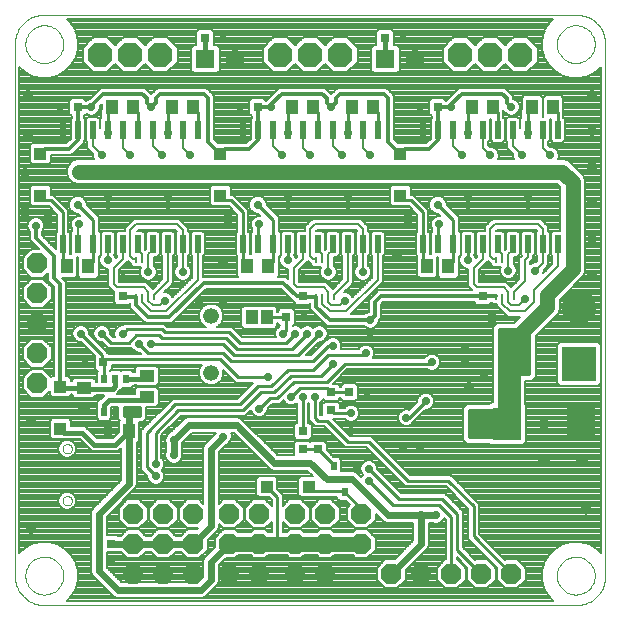
<source format=gbl>
G75*
%MOIN*%
%OFA0B0*%
%FSLAX24Y24*%
%IPPOS*%
%LPD*%
%AMOC8*
5,1,8,0,0,1.08239X$1,22.5*
%
%ADD10C,0.0000*%
%ADD11R,0.0197X0.0591*%
%ADD12R,0.0433X0.0433*%
%ADD13R,0.0394X0.0512*%
%ADD14R,0.0276X0.0315*%
%ADD15R,0.0216X0.0255*%
%ADD16OC8,0.0832*%
%ADD17C,0.0630*%
%ADD18R,0.0630X0.0630*%
%ADD19R,0.0098X0.0217*%
%ADD20R,0.0315X0.0276*%
%ADD21R,0.0255X0.0216*%
%ADD22OC8,0.0673*%
%ADD23R,0.0197X0.0315*%
%ADD24R,0.0117X0.0315*%
%ADD25C,0.0524*%
%ADD26C,0.1147*%
%ADD27R,0.1147X0.1147*%
%ADD28R,0.0314X0.0432*%
%ADD29R,0.0512X0.0394*%
%ADD30R,0.0432X0.0314*%
%ADD31R,0.0945X0.1102*%
%ADD32R,0.0420X0.0500*%
%ADD33R,0.0217X0.0315*%
%ADD34C,0.0080*%
%ADD35C,0.0280*%
%ADD36C,0.0396*%
%ADD37C,0.0357*%
%ADD38C,0.0100*%
%ADD39C,0.0500*%
%ADD40C,0.0160*%
%ADD41C,0.0120*%
%ADD42C,0.0240*%
D10*
X002834Y001872D02*
X002834Y019588D01*
X003189Y019588D02*
X003191Y019638D01*
X003197Y019688D01*
X003207Y019737D01*
X003221Y019785D01*
X003238Y019832D01*
X003259Y019877D01*
X003284Y019921D01*
X003312Y019962D01*
X003344Y020001D01*
X003378Y020038D01*
X003415Y020072D01*
X003455Y020102D01*
X003497Y020129D01*
X003541Y020153D01*
X003587Y020174D01*
X003634Y020190D01*
X003682Y020203D01*
X003732Y020212D01*
X003781Y020217D01*
X003832Y020218D01*
X003882Y020215D01*
X003931Y020208D01*
X003980Y020197D01*
X004028Y020182D01*
X004074Y020164D01*
X004119Y020142D01*
X004162Y020116D01*
X004203Y020087D01*
X004242Y020055D01*
X004278Y020020D01*
X004310Y019982D01*
X004340Y019942D01*
X004367Y019899D01*
X004390Y019855D01*
X004409Y019809D01*
X004425Y019761D01*
X004437Y019712D01*
X004445Y019663D01*
X004449Y019613D01*
X004449Y019563D01*
X004445Y019513D01*
X004437Y019464D01*
X004425Y019415D01*
X004409Y019367D01*
X004390Y019321D01*
X004367Y019277D01*
X004340Y019234D01*
X004310Y019194D01*
X004278Y019156D01*
X004242Y019121D01*
X004203Y019089D01*
X004162Y019060D01*
X004119Y019034D01*
X004074Y019012D01*
X004028Y018994D01*
X003980Y018979D01*
X003931Y018968D01*
X003882Y018961D01*
X003832Y018958D01*
X003781Y018959D01*
X003732Y018964D01*
X003682Y018973D01*
X003634Y018986D01*
X003587Y019002D01*
X003541Y019023D01*
X003497Y019047D01*
X003455Y019074D01*
X003415Y019104D01*
X003378Y019138D01*
X003344Y019175D01*
X003312Y019214D01*
X003284Y019255D01*
X003259Y019299D01*
X003238Y019344D01*
X003221Y019391D01*
X003207Y019439D01*
X003197Y019488D01*
X003191Y019538D01*
X003189Y019588D01*
X002835Y019588D02*
X002837Y019650D01*
X002843Y019711D01*
X002852Y019772D01*
X002866Y019833D01*
X002883Y019892D01*
X002904Y019950D01*
X002929Y020007D01*
X002957Y020062D01*
X002988Y020115D01*
X003023Y020166D01*
X003061Y020215D01*
X003102Y020262D01*
X003145Y020305D01*
X003192Y020346D01*
X003241Y020384D01*
X003292Y020419D01*
X003345Y020450D01*
X003400Y020478D01*
X003457Y020503D01*
X003515Y020524D01*
X003574Y020541D01*
X003635Y020555D01*
X003696Y020564D01*
X003757Y020570D01*
X003819Y020572D01*
X021535Y020572D01*
X020905Y019588D02*
X020907Y019638D01*
X020913Y019688D01*
X020923Y019737D01*
X020937Y019785D01*
X020954Y019832D01*
X020975Y019877D01*
X021000Y019921D01*
X021028Y019962D01*
X021060Y020001D01*
X021094Y020038D01*
X021131Y020072D01*
X021171Y020102D01*
X021213Y020129D01*
X021257Y020153D01*
X021303Y020174D01*
X021350Y020190D01*
X021398Y020203D01*
X021448Y020212D01*
X021497Y020217D01*
X021548Y020218D01*
X021598Y020215D01*
X021647Y020208D01*
X021696Y020197D01*
X021744Y020182D01*
X021790Y020164D01*
X021835Y020142D01*
X021878Y020116D01*
X021919Y020087D01*
X021958Y020055D01*
X021994Y020020D01*
X022026Y019982D01*
X022056Y019942D01*
X022083Y019899D01*
X022106Y019855D01*
X022125Y019809D01*
X022141Y019761D01*
X022153Y019712D01*
X022161Y019663D01*
X022165Y019613D01*
X022165Y019563D01*
X022161Y019513D01*
X022153Y019464D01*
X022141Y019415D01*
X022125Y019367D01*
X022106Y019321D01*
X022083Y019277D01*
X022056Y019234D01*
X022026Y019194D01*
X021994Y019156D01*
X021958Y019121D01*
X021919Y019089D01*
X021878Y019060D01*
X021835Y019034D01*
X021790Y019012D01*
X021744Y018994D01*
X021696Y018979D01*
X021647Y018968D01*
X021598Y018961D01*
X021548Y018958D01*
X021497Y018959D01*
X021448Y018964D01*
X021398Y018973D01*
X021350Y018986D01*
X021303Y019002D01*
X021257Y019023D01*
X021213Y019047D01*
X021171Y019074D01*
X021131Y019104D01*
X021094Y019138D01*
X021060Y019175D01*
X021028Y019214D01*
X021000Y019255D01*
X020975Y019299D01*
X020954Y019344D01*
X020937Y019391D01*
X020923Y019439D01*
X020913Y019488D01*
X020907Y019538D01*
X020905Y019588D01*
X021535Y020572D02*
X021597Y020570D01*
X021658Y020564D01*
X021719Y020555D01*
X021780Y020541D01*
X021839Y020524D01*
X021897Y020503D01*
X021954Y020478D01*
X022009Y020450D01*
X022062Y020419D01*
X022113Y020384D01*
X022162Y020346D01*
X022209Y020305D01*
X022252Y020262D01*
X022293Y020215D01*
X022331Y020166D01*
X022366Y020115D01*
X022397Y020062D01*
X022425Y020007D01*
X022450Y019950D01*
X022471Y019892D01*
X022488Y019833D01*
X022502Y019772D01*
X022511Y019711D01*
X022517Y019650D01*
X022519Y019588D01*
X022519Y001872D01*
X020905Y001872D02*
X020907Y001922D01*
X020913Y001972D01*
X020923Y002021D01*
X020937Y002069D01*
X020954Y002116D01*
X020975Y002161D01*
X021000Y002205D01*
X021028Y002246D01*
X021060Y002285D01*
X021094Y002322D01*
X021131Y002356D01*
X021171Y002386D01*
X021213Y002413D01*
X021257Y002437D01*
X021303Y002458D01*
X021350Y002474D01*
X021398Y002487D01*
X021448Y002496D01*
X021497Y002501D01*
X021548Y002502D01*
X021598Y002499D01*
X021647Y002492D01*
X021696Y002481D01*
X021744Y002466D01*
X021790Y002448D01*
X021835Y002426D01*
X021878Y002400D01*
X021919Y002371D01*
X021958Y002339D01*
X021994Y002304D01*
X022026Y002266D01*
X022056Y002226D01*
X022083Y002183D01*
X022106Y002139D01*
X022125Y002093D01*
X022141Y002045D01*
X022153Y001996D01*
X022161Y001947D01*
X022165Y001897D01*
X022165Y001847D01*
X022161Y001797D01*
X022153Y001748D01*
X022141Y001699D01*
X022125Y001651D01*
X022106Y001605D01*
X022083Y001561D01*
X022056Y001518D01*
X022026Y001478D01*
X021994Y001440D01*
X021958Y001405D01*
X021919Y001373D01*
X021878Y001344D01*
X021835Y001318D01*
X021790Y001296D01*
X021744Y001278D01*
X021696Y001263D01*
X021647Y001252D01*
X021598Y001245D01*
X021548Y001242D01*
X021497Y001243D01*
X021448Y001248D01*
X021398Y001257D01*
X021350Y001270D01*
X021303Y001286D01*
X021257Y001307D01*
X021213Y001331D01*
X021171Y001358D01*
X021131Y001388D01*
X021094Y001422D01*
X021060Y001459D01*
X021028Y001498D01*
X021000Y001539D01*
X020975Y001583D01*
X020954Y001628D01*
X020937Y001675D01*
X020923Y001723D01*
X020913Y001772D01*
X020907Y001822D01*
X020905Y001872D01*
X021535Y000888D02*
X021597Y000890D01*
X021658Y000896D01*
X021719Y000905D01*
X021780Y000919D01*
X021839Y000936D01*
X021897Y000957D01*
X021954Y000982D01*
X022009Y001010D01*
X022062Y001041D01*
X022113Y001076D01*
X022162Y001114D01*
X022209Y001155D01*
X022252Y001198D01*
X022293Y001245D01*
X022331Y001294D01*
X022366Y001345D01*
X022397Y001398D01*
X022425Y001453D01*
X022450Y001510D01*
X022471Y001568D01*
X022488Y001627D01*
X022502Y001688D01*
X022511Y001749D01*
X022517Y001810D01*
X022519Y001872D01*
X021535Y000887D02*
X003819Y000887D01*
X003189Y001872D02*
X003191Y001922D01*
X003197Y001972D01*
X003207Y002021D01*
X003221Y002069D01*
X003238Y002116D01*
X003259Y002161D01*
X003284Y002205D01*
X003312Y002246D01*
X003344Y002285D01*
X003378Y002322D01*
X003415Y002356D01*
X003455Y002386D01*
X003497Y002413D01*
X003541Y002437D01*
X003587Y002458D01*
X003634Y002474D01*
X003682Y002487D01*
X003732Y002496D01*
X003781Y002501D01*
X003832Y002502D01*
X003882Y002499D01*
X003931Y002492D01*
X003980Y002481D01*
X004028Y002466D01*
X004074Y002448D01*
X004119Y002426D01*
X004162Y002400D01*
X004203Y002371D01*
X004242Y002339D01*
X004278Y002304D01*
X004310Y002266D01*
X004340Y002226D01*
X004367Y002183D01*
X004390Y002139D01*
X004409Y002093D01*
X004425Y002045D01*
X004437Y001996D01*
X004445Y001947D01*
X004449Y001897D01*
X004449Y001847D01*
X004445Y001797D01*
X004437Y001748D01*
X004425Y001699D01*
X004409Y001651D01*
X004390Y001605D01*
X004367Y001561D01*
X004340Y001518D01*
X004310Y001478D01*
X004278Y001440D01*
X004242Y001405D01*
X004203Y001373D01*
X004162Y001344D01*
X004119Y001318D01*
X004074Y001296D01*
X004028Y001278D01*
X003980Y001263D01*
X003931Y001252D01*
X003882Y001245D01*
X003832Y001242D01*
X003781Y001243D01*
X003732Y001248D01*
X003682Y001257D01*
X003634Y001270D01*
X003587Y001286D01*
X003541Y001307D01*
X003497Y001331D01*
X003455Y001358D01*
X003415Y001388D01*
X003378Y001422D01*
X003344Y001459D01*
X003312Y001498D01*
X003284Y001539D01*
X003259Y001583D01*
X003238Y001628D01*
X003221Y001675D01*
X003207Y001723D01*
X003197Y001772D01*
X003191Y001822D01*
X003189Y001872D01*
X002835Y001872D02*
X002837Y001810D01*
X002843Y001749D01*
X002852Y001688D01*
X002866Y001627D01*
X002883Y001568D01*
X002904Y001510D01*
X002929Y001453D01*
X002957Y001398D01*
X002988Y001345D01*
X003023Y001294D01*
X003061Y001245D01*
X003102Y001198D01*
X003145Y001155D01*
X003192Y001114D01*
X003241Y001076D01*
X003292Y001041D01*
X003345Y001010D01*
X003400Y000982D01*
X003457Y000957D01*
X003515Y000936D01*
X003574Y000919D01*
X003635Y000905D01*
X003696Y000896D01*
X003757Y000890D01*
X003819Y000888D01*
X004427Y004371D02*
X004429Y004396D01*
X004435Y004420D01*
X004444Y004442D01*
X004457Y004463D01*
X004473Y004482D01*
X004492Y004498D01*
X004513Y004511D01*
X004535Y004520D01*
X004559Y004526D01*
X004584Y004528D01*
X004609Y004526D01*
X004633Y004520D01*
X004655Y004511D01*
X004676Y004498D01*
X004695Y004482D01*
X004711Y004463D01*
X004724Y004442D01*
X004733Y004420D01*
X004739Y004396D01*
X004741Y004371D01*
X004739Y004346D01*
X004733Y004322D01*
X004724Y004300D01*
X004711Y004279D01*
X004695Y004260D01*
X004676Y004244D01*
X004655Y004231D01*
X004633Y004222D01*
X004609Y004216D01*
X004584Y004214D01*
X004559Y004216D01*
X004535Y004222D01*
X004513Y004231D01*
X004492Y004244D01*
X004473Y004260D01*
X004457Y004279D01*
X004444Y004300D01*
X004435Y004322D01*
X004429Y004346D01*
X004427Y004371D01*
X004427Y006104D02*
X004429Y006129D01*
X004435Y006153D01*
X004444Y006175D01*
X004457Y006196D01*
X004473Y006215D01*
X004492Y006231D01*
X004513Y006244D01*
X004535Y006253D01*
X004559Y006259D01*
X004584Y006261D01*
X004609Y006259D01*
X004633Y006253D01*
X004655Y006244D01*
X004676Y006231D01*
X004695Y006215D01*
X004711Y006196D01*
X004724Y006175D01*
X004733Y006153D01*
X004739Y006129D01*
X004741Y006104D01*
X004739Y006079D01*
X004733Y006055D01*
X004724Y006033D01*
X004711Y006012D01*
X004695Y005993D01*
X004676Y005977D01*
X004655Y005964D01*
X004633Y005955D01*
X004609Y005949D01*
X004584Y005947D01*
X004559Y005949D01*
X004535Y005955D01*
X004513Y005964D01*
X004492Y005977D01*
X004473Y005993D01*
X004457Y006012D01*
X004444Y006033D01*
X004435Y006055D01*
X004429Y006079D01*
X004427Y006104D01*
D11*
X004434Y012937D03*
X004934Y012937D03*
X005434Y012937D03*
X005934Y012937D03*
X006434Y012937D03*
X006934Y012937D03*
X007434Y012937D03*
X007934Y012937D03*
X008434Y012937D03*
X008934Y012937D03*
X010434Y012937D03*
X010934Y012937D03*
X011434Y012937D03*
X011934Y012937D03*
X012434Y012937D03*
X012934Y012937D03*
X013434Y012937D03*
X013934Y012937D03*
X014434Y012937D03*
X014934Y012937D03*
X016434Y012937D03*
X016934Y012937D03*
X017434Y012937D03*
X017934Y012937D03*
X018434Y012937D03*
X018934Y012937D03*
X019434Y012937D03*
X019934Y012937D03*
X020434Y012937D03*
X020934Y012937D03*
X020934Y016737D03*
X020434Y016737D03*
X019934Y016737D03*
X019434Y016737D03*
X018934Y016737D03*
X018434Y016737D03*
X017934Y016737D03*
X017434Y016737D03*
X016934Y016737D03*
X016434Y016737D03*
X014934Y016737D03*
X014434Y016737D03*
X013934Y016737D03*
X013434Y016737D03*
X012934Y016737D03*
X012434Y016737D03*
X011934Y016737D03*
X011434Y016737D03*
X010934Y016737D03*
X010434Y016737D03*
X008934Y016737D03*
X008434Y016737D03*
X007934Y016737D03*
X007434Y016737D03*
X006934Y016737D03*
X006434Y016737D03*
X005934Y016737D03*
X005434Y016737D03*
X004934Y016737D03*
X004434Y016737D03*
D12*
X003684Y015937D03*
X003684Y014537D03*
X009684Y014537D03*
X009684Y015937D03*
X015684Y015937D03*
X015684Y014537D03*
X012634Y004837D03*
X011234Y004837D03*
X004354Y006769D03*
X004354Y008169D03*
D13*
X006634Y006687D03*
X005284Y012187D03*
X004584Y012187D03*
X006084Y017487D03*
X006784Y017487D03*
X008084Y017487D03*
X008784Y017487D03*
X012084Y017487D03*
X012784Y017487D03*
X014084Y017487D03*
X014784Y017487D03*
X018084Y017487D03*
X018784Y017487D03*
X020084Y017487D03*
X020784Y017487D03*
X017284Y012187D03*
X016584Y012187D03*
X011284Y012187D03*
X010584Y012187D03*
D14*
X011884Y010487D03*
X013984Y007987D03*
X005784Y008987D03*
X004934Y017487D03*
X009184Y019787D03*
X010934Y017487D03*
X015184Y019787D03*
X016934Y017487D03*
D15*
X016334Y017487D03*
X015784Y019787D03*
X010334Y017487D03*
X009784Y019787D03*
X004334Y017487D03*
X012484Y010487D03*
X014584Y007987D03*
X005184Y008987D03*
D16*
X005684Y019237D03*
X006684Y019237D03*
X007684Y019237D03*
X011684Y019237D03*
X012684Y019237D03*
X013684Y019237D03*
X017684Y019237D03*
X018684Y019237D03*
X019684Y019237D03*
D17*
X016184Y019087D03*
X010184Y019087D03*
D18*
X009184Y019087D03*
X015184Y019087D03*
D19*
X013480Y012398D03*
X013283Y012398D03*
X013086Y012398D03*
X012889Y012398D03*
X012889Y011177D03*
X013086Y011177D03*
X013283Y011177D03*
X013480Y011177D03*
X018889Y011177D03*
X019086Y011177D03*
X019283Y011177D03*
X019480Y011177D03*
X019480Y012398D03*
X019283Y012398D03*
X019086Y012398D03*
X018889Y012398D03*
X007480Y012398D03*
X007283Y012398D03*
X007086Y012398D03*
X006889Y012398D03*
X006889Y011177D03*
X007086Y011177D03*
X007283Y011177D03*
X007480Y011177D03*
D20*
X006434Y011187D03*
X012434Y011187D03*
X013384Y007987D03*
X013384Y007387D03*
X012434Y006687D03*
X012434Y006087D03*
X012934Y006087D03*
X018434Y011187D03*
X006034Y002937D03*
D21*
X006034Y002337D03*
X012934Y006687D03*
X012434Y011787D03*
X018434Y011787D03*
X006434Y011787D03*
D22*
X003584Y011287D03*
X003584Y012287D03*
X003584Y010287D03*
X003584Y009287D03*
X003584Y008287D03*
X006784Y003937D03*
X006784Y002937D03*
X006784Y001937D03*
X007784Y001937D03*
X008784Y001937D03*
X008784Y002937D03*
X007784Y002937D03*
X007784Y003937D03*
X008784Y003937D03*
X009984Y003937D03*
X009984Y002937D03*
X009984Y001937D03*
X010984Y001937D03*
X010984Y002937D03*
X010984Y003937D03*
X012184Y003937D03*
X012184Y002937D03*
X012184Y001937D03*
X013184Y001937D03*
X013184Y002937D03*
X013184Y003937D03*
X014384Y003937D03*
X014384Y002937D03*
X015384Y001937D03*
X016384Y001937D03*
X017384Y001937D03*
X018384Y001937D03*
X019384Y001937D03*
D23*
X006558Y007337D03*
X005810Y007337D03*
X005810Y008437D03*
X006184Y008437D03*
X006558Y008437D03*
D24*
X006184Y007337D03*
D25*
X009384Y008637D03*
X009384Y010537D03*
D26*
X021634Y010837D03*
D27*
X021634Y008937D03*
D28*
X005934Y006687D03*
D29*
X007234Y007837D03*
X007234Y008537D03*
X005134Y008137D03*
D30*
X005134Y007437D03*
D31*
X019244Y006937D03*
X021724Y006937D03*
D32*
X011234Y010487D03*
X010734Y010487D03*
D33*
X013460Y005520D03*
X014208Y005520D03*
X013834Y004654D03*
D34*
X013586Y004497D02*
X013586Y004439D01*
X013668Y004357D01*
X013863Y004357D01*
X013996Y004224D01*
X013908Y004135D01*
X013908Y003740D01*
X014187Y003461D01*
X014582Y003461D01*
X014861Y003740D01*
X014861Y003943D01*
X015064Y003740D01*
X015137Y003667D01*
X015233Y003627D01*
X016124Y003627D01*
X016124Y003045D01*
X015493Y002414D01*
X015187Y002414D01*
X014908Y002135D01*
X014908Y001740D01*
X015187Y001461D01*
X015582Y001461D01*
X015861Y001740D01*
X015861Y002046D01*
X016532Y002717D01*
X016605Y002790D01*
X016644Y002886D01*
X016644Y003627D01*
X016780Y003627D01*
X016829Y003607D01*
X016940Y003607D01*
X017043Y003650D01*
X017122Y003729D01*
X017152Y003801D01*
X017194Y003759D01*
X017194Y002414D01*
X017187Y002414D01*
X016908Y002135D01*
X016908Y001740D01*
X017187Y001461D01*
X017582Y001461D01*
X017861Y001740D01*
X017861Y002135D01*
X017582Y002414D01*
X017574Y002414D01*
X017574Y002479D01*
X017913Y002140D01*
X017908Y002135D01*
X017908Y001740D01*
X018187Y001461D01*
X018582Y001461D01*
X018861Y001740D01*
X018861Y002135D01*
X018582Y002414D01*
X018187Y002414D01*
X018182Y002409D01*
X017774Y002816D01*
X017774Y004016D01*
X017274Y004516D01*
X017163Y004627D01*
X015713Y004627D01*
X014914Y005426D01*
X014914Y005493D01*
X014872Y005596D01*
X014793Y005675D01*
X014690Y005717D01*
X014579Y005717D01*
X014476Y005675D01*
X014397Y005596D01*
X014354Y005493D01*
X014354Y005382D01*
X014397Y005279D01*
X014438Y005237D01*
X014397Y005196D01*
X014381Y005158D01*
X014305Y005235D01*
X014232Y005308D01*
X014136Y005347D01*
X013709Y005347D01*
X013709Y005736D01*
X013627Y005818D01*
X013472Y005818D01*
X013232Y006059D01*
X013232Y006283D01*
X013150Y006365D01*
X012719Y006365D01*
X012684Y006331D01*
X012650Y006365D01*
X012219Y006365D01*
X012137Y006283D01*
X012137Y005897D01*
X011592Y005897D01*
X010382Y007108D01*
X010286Y007147D01*
X008583Y007147D01*
X008487Y007108D01*
X008414Y007035D01*
X008414Y007035D01*
X008024Y006645D01*
X007976Y006625D01*
X007897Y006546D01*
X007854Y006443D01*
X007854Y006332D01*
X007874Y006283D01*
X007874Y005991D01*
X007854Y005943D01*
X007854Y005832D01*
X007897Y005729D01*
X007976Y005650D01*
X008079Y005607D01*
X008190Y005607D01*
X008293Y005650D01*
X008372Y005729D01*
X008414Y005832D01*
X008414Y005943D01*
X008394Y005991D01*
X008394Y006280D01*
X008742Y006627D01*
X009529Y006627D01*
X009527Y006622D01*
X009164Y006259D01*
X009124Y006163D01*
X009124Y004271D01*
X008982Y004414D01*
X008587Y004414D01*
X008308Y004135D01*
X008308Y003740D01*
X008587Y003461D01*
X008940Y003461D01*
X008893Y003414D01*
X008587Y003414D01*
X008370Y003197D01*
X008198Y003197D01*
X007982Y003414D01*
X007587Y003414D01*
X007370Y003197D01*
X007198Y003197D01*
X006982Y003414D01*
X006587Y003414D01*
X006370Y003197D01*
X006268Y003197D01*
X006250Y003215D01*
X005894Y003215D01*
X005894Y003830D01*
X006782Y004717D01*
X006855Y004790D01*
X006894Y004886D01*
X006894Y006297D01*
X006971Y006374D01*
X006971Y006997D01*
X007093Y006997D01*
X007204Y007109D01*
X007204Y007497D01*
X007205Y007497D01*
X007209Y007501D01*
X007548Y007501D01*
X007630Y007583D01*
X007630Y008092D01*
X007548Y008174D01*
X006920Y008174D01*
X006838Y008092D01*
X006838Y007937D01*
X006245Y007937D01*
X006324Y008016D01*
X006404Y008096D01*
X006404Y008140D01*
X006715Y008140D01*
X006792Y008217D01*
X006904Y008217D01*
X006920Y008201D01*
X007548Y008201D01*
X007630Y008283D01*
X007630Y008792D01*
X007548Y008874D01*
X006920Y008874D01*
X006838Y008792D01*
X006838Y008657D01*
X006792Y008657D01*
X006715Y008735D01*
X006402Y008735D01*
X006371Y008704D01*
X006341Y008735D01*
X006028Y008735D01*
X006000Y008707D01*
X006000Y008710D01*
X006062Y008772D01*
X006062Y008897D01*
X009076Y008897D01*
X009044Y008865D01*
X008983Y008717D01*
X008983Y008557D01*
X009044Y008410D01*
X009157Y008297D01*
X009304Y008236D01*
X009464Y008236D01*
X009612Y008297D01*
X009725Y008410D01*
X009786Y008557D01*
X009786Y008717D01*
X010094Y008409D01*
X010206Y008297D01*
X010776Y008297D01*
X010744Y008266D01*
X010256Y007777D01*
X008106Y007777D01*
X007994Y007666D01*
X007044Y006716D01*
X007044Y005409D01*
X007156Y005297D01*
X007254Y005199D01*
X007254Y005132D01*
X007297Y005029D01*
X007376Y004950D01*
X007479Y004907D01*
X007590Y004907D01*
X007693Y004950D01*
X007772Y005029D01*
X007814Y005132D01*
X007814Y005243D01*
X007772Y005346D01*
X007730Y005387D01*
X007772Y005429D01*
X007814Y005532D01*
X007814Y005643D01*
X007772Y005746D01*
X007724Y005793D01*
X007724Y006559D01*
X008363Y007197D01*
X010513Y007197D01*
X010704Y007389D01*
X010704Y007382D01*
X010747Y007279D01*
X010826Y007200D01*
X010929Y007157D01*
X011040Y007157D01*
X011143Y007200D01*
X011222Y007279D01*
X011264Y007382D01*
X011264Y007449D01*
X011413Y007597D01*
X011663Y007597D01*
X011774Y007709D01*
X011782Y007716D01*
X011797Y007679D01*
X011876Y007600D01*
X011979Y007557D01*
X012090Y007557D01*
X012193Y007600D01*
X012234Y007641D01*
X012244Y007631D01*
X012244Y006965D01*
X012219Y006965D01*
X012137Y006883D01*
X012137Y006492D01*
X012219Y006410D01*
X012650Y006410D01*
X012732Y006492D01*
X012732Y006883D01*
X012650Y006965D01*
X012624Y006965D01*
X012624Y007631D01*
X012634Y007641D01*
X012644Y007631D01*
X012644Y007059D01*
X012756Y006947D01*
X012856Y006847D01*
X013156Y006847D01*
X013856Y006147D01*
X014556Y006147D01*
X013232Y006147D01*
X013232Y006225D02*
X013778Y006225D01*
X013699Y006304D02*
X013211Y006304D01*
X013232Y006068D02*
X014635Y006068D01*
X014713Y005990D02*
X013300Y005990D01*
X013379Y005911D02*
X014792Y005911D01*
X014870Y005833D02*
X013457Y005833D01*
X013690Y005754D02*
X014949Y005754D01*
X015027Y005676D02*
X014790Y005676D01*
X014870Y005597D02*
X015106Y005597D01*
X015184Y005519D02*
X014904Y005519D01*
X014914Y005440D02*
X015263Y005440D01*
X015341Y005362D02*
X014979Y005362D01*
X015057Y005283D02*
X015420Y005283D01*
X015498Y005205D02*
X015136Y005205D01*
X015214Y005126D02*
X015577Y005126D01*
X015655Y005048D02*
X015293Y005048D01*
X015371Y004969D02*
X015734Y004969D01*
X015744Y004959D02*
X015856Y004847D01*
X017206Y004847D01*
X017944Y004109D01*
X017944Y003109D01*
X018913Y002140D01*
X018908Y002135D01*
X018908Y001740D01*
X019187Y001461D01*
X019582Y001461D01*
X019861Y001740D01*
X019861Y002135D01*
X019582Y002414D01*
X019187Y002414D01*
X019182Y002409D01*
X018324Y003266D01*
X018324Y004266D01*
X018213Y004377D01*
X017363Y005227D01*
X016013Y005227D01*
X014824Y006416D01*
X014713Y006527D01*
X014013Y006527D01*
X013443Y007097D01*
X013828Y007097D01*
X013876Y007050D01*
X013979Y007007D01*
X014090Y007007D01*
X014193Y007050D01*
X014272Y007129D01*
X014314Y007232D01*
X014314Y007343D01*
X014272Y007446D01*
X014193Y007525D01*
X014090Y007567D01*
X013979Y007567D01*
X013876Y007525D01*
X013828Y007477D01*
X013682Y007477D01*
X013682Y007583D01*
X013600Y007665D01*
X013169Y007665D01*
X013087Y007583D01*
X013087Y007227D01*
X013024Y007227D01*
X013024Y007631D01*
X013072Y007679D01*
X013109Y007769D01*
X013169Y007710D01*
X013600Y007710D01*
X013682Y007792D01*
X013682Y007797D01*
X013707Y007797D01*
X013707Y007772D01*
X013789Y007690D01*
X014180Y007690D01*
X014262Y007772D01*
X014262Y008203D01*
X014180Y008285D01*
X013789Y008285D01*
X013707Y008203D01*
X013707Y008177D01*
X013682Y008177D01*
X013682Y008183D01*
X013600Y008265D01*
X013431Y008265D01*
X013913Y008747D01*
X016582Y008747D01*
X016679Y008707D01*
X016790Y008707D01*
X016893Y008750D01*
X016972Y008829D01*
X017014Y008932D01*
X017014Y009043D01*
X016972Y009146D01*
X016893Y009225D01*
X016790Y009267D01*
X016679Y009267D01*
X016576Y009225D01*
X016497Y009146D01*
X016489Y009127D01*
X014770Y009127D01*
X014772Y009129D01*
X014814Y009232D01*
X014814Y009343D01*
X014772Y009446D01*
X014693Y009525D01*
X014590Y009567D01*
X014479Y009567D01*
X014376Y009525D01*
X014297Y009446D01*
X014289Y009427D01*
X013692Y009427D01*
X013714Y009482D01*
X013714Y009593D01*
X013672Y009696D01*
X013593Y009775D01*
X013490Y009817D01*
X013379Y009817D01*
X013276Y009775D01*
X013228Y009727D01*
X013206Y009727D01*
X012706Y009227D01*
X012543Y009227D01*
X012973Y009657D01*
X013040Y009657D01*
X013143Y009700D01*
X013222Y009779D01*
X013264Y009882D01*
X013264Y009993D01*
X013222Y010096D01*
X013143Y010175D01*
X013040Y010217D01*
X012929Y010217D01*
X012826Y010175D01*
X012784Y010133D01*
X012743Y010175D01*
X012640Y010217D01*
X012529Y010217D01*
X012426Y010175D01*
X012384Y010133D01*
X012343Y010175D01*
X012240Y010217D01*
X012129Y010217D01*
X012093Y010203D01*
X012162Y010272D01*
X012162Y010703D01*
X012080Y010785D01*
X011689Y010785D01*
X011607Y010703D01*
X011607Y010677D01*
X011584Y010677D01*
X011584Y010795D01*
X011502Y010877D01*
X010466Y010877D01*
X010384Y010795D01*
X010384Y010179D01*
X010466Y010097D01*
X011502Y010097D01*
X011584Y010179D01*
X011584Y010297D01*
X011607Y010297D01*
X011607Y010272D01*
X011681Y010198D01*
X011626Y010175D01*
X011547Y010096D01*
X011504Y009993D01*
X011504Y009882D01*
X011527Y009827D01*
X010413Y009827D01*
X010174Y010066D01*
X010063Y010177D01*
X009565Y010177D01*
X009612Y010197D01*
X009725Y010310D01*
X009786Y010457D01*
X009786Y010617D01*
X009725Y010765D01*
X009612Y010878D01*
X009464Y010939D01*
X009304Y010939D01*
X009157Y010878D01*
X009044Y010765D01*
X008983Y010617D01*
X008983Y010457D01*
X009044Y010310D01*
X009157Y010197D01*
X009203Y010177D01*
X007913Y010177D01*
X007813Y010277D01*
X006506Y010277D01*
X006446Y010217D01*
X006379Y010217D01*
X006276Y010175D01*
X006197Y010096D01*
X006154Y009993D01*
X006154Y009882D01*
X006177Y009827D01*
X006113Y009827D01*
X006014Y009926D01*
X006014Y009993D01*
X005972Y010096D01*
X005893Y010175D01*
X005790Y010217D01*
X005679Y010217D01*
X005576Y010175D01*
X005497Y010096D01*
X005454Y009993D01*
X005454Y009882D01*
X005497Y009779D01*
X005576Y009700D01*
X005679Y009657D01*
X005746Y009657D01*
X005844Y009559D01*
X005956Y009447D01*
X006713Y009447D01*
X006732Y009466D01*
X006747Y009429D01*
X006826Y009350D01*
X006929Y009307D01*
X006996Y009307D01*
X007026Y009277D01*
X005988Y009277D01*
X005980Y009285D01*
X005924Y009285D01*
X005924Y009316D01*
X005813Y009427D01*
X005314Y009926D01*
X005314Y009993D01*
X005272Y010096D01*
X005193Y010175D01*
X005090Y010217D01*
X004979Y010217D01*
X004876Y010175D01*
X004797Y010096D01*
X004754Y009993D01*
X004754Y009882D01*
X004797Y009779D01*
X004876Y009700D01*
X004979Y009657D01*
X005046Y009657D01*
X005507Y009196D01*
X005507Y008772D01*
X005589Y008690D01*
X005609Y008690D01*
X005572Y008653D01*
X005572Y008327D01*
X005530Y008327D01*
X005530Y008392D01*
X005448Y008474D01*
X004820Y008474D01*
X004738Y008392D01*
X004738Y008357D01*
X004711Y008357D01*
X004711Y008444D01*
X004629Y008526D01*
X004534Y008526D01*
X004534Y011670D01*
X004417Y011787D01*
X004413Y011791D01*
X004839Y011791D01*
X004921Y011874D01*
X004921Y012501D01*
X004920Y012502D01*
X004927Y012502D01*
X004927Y011865D01*
X005021Y011771D01*
X005547Y011771D01*
X005641Y011865D01*
X005641Y012247D01*
X005644Y012250D01*
X005644Y012527D01*
X005693Y012576D01*
X005693Y013299D01*
X005644Y013347D01*
X005644Y013824D01*
X005234Y014234D01*
X005234Y014297D01*
X005189Y014407D01*
X005104Y014492D01*
X004994Y014537D01*
X004875Y014537D01*
X004764Y014492D01*
X004680Y014407D01*
X004634Y014297D01*
X004634Y014178D01*
X004680Y014067D01*
X004764Y013983D01*
X004875Y013937D01*
X004937Y013937D01*
X005007Y013867D01*
X004929Y013867D01*
X004826Y013825D01*
X004747Y013746D01*
X004704Y013643D01*
X004704Y013532D01*
X004747Y013429D01*
X004754Y013421D01*
X004754Y013349D01*
X004696Y013291D01*
X004696Y012584D01*
X004673Y012584D01*
X004673Y013291D01*
X004624Y013339D01*
X004624Y014066D01*
X004513Y014177D01*
X004113Y014577D01*
X004041Y014577D01*
X004041Y014812D01*
X003959Y014894D01*
X003410Y014894D01*
X003328Y014812D01*
X003328Y014263D01*
X003410Y014181D01*
X003959Y014181D01*
X003965Y014188D01*
X004244Y013909D01*
X004244Y013339D01*
X004196Y013291D01*
X004196Y012759D01*
X003734Y013220D01*
X003734Y013341D01*
X003772Y013379D01*
X003814Y013482D01*
X003814Y013593D01*
X003772Y013696D01*
X003693Y013775D01*
X003590Y013817D01*
X003479Y013817D01*
X003376Y013775D01*
X003297Y013696D01*
X003254Y013593D01*
X003254Y013482D01*
X003297Y013379D01*
X003334Y013341D01*
X003334Y013055D01*
X002974Y013055D01*
X002974Y013133D02*
X003334Y013133D01*
X003334Y013055D02*
X003625Y012764D01*
X003387Y012764D01*
X003108Y012485D01*
X003108Y012090D01*
X003387Y011811D01*
X003782Y011811D01*
X003934Y011963D01*
X003934Y011705D01*
X004134Y011505D01*
X004134Y008526D01*
X004080Y008526D01*
X004050Y008496D01*
X003782Y008764D01*
X003387Y008764D01*
X003108Y008485D01*
X003108Y008090D01*
X003387Y007811D01*
X003782Y007811D01*
X003998Y008027D01*
X003998Y007895D01*
X004080Y007813D01*
X004629Y007813D01*
X004711Y007895D01*
X004711Y007917D01*
X004738Y007917D01*
X004738Y007883D01*
X004820Y007801D01*
X005448Y007801D01*
X005530Y007883D01*
X005530Y007887D01*
X005823Y007887D01*
X005744Y007809D01*
X005590Y007655D01*
X005590Y007571D01*
X005572Y007553D01*
X005572Y007122D01*
X005654Y007040D01*
X005967Y007040D01*
X006049Y007122D01*
X006049Y007491D01*
X006055Y007497D01*
X006274Y007497D01*
X006274Y007109D01*
X006340Y007043D01*
X006297Y007001D01*
X006297Y006662D01*
X006093Y006457D01*
X005575Y006457D01*
X005175Y006857D01*
X004711Y006857D01*
X004711Y007044D01*
X004629Y007126D01*
X004080Y007126D01*
X003998Y007044D01*
X003998Y006495D01*
X004080Y006413D01*
X004629Y006413D01*
X004633Y006417D01*
X004993Y006417D01*
X005264Y006146D01*
X005393Y006017D01*
X006275Y006017D01*
X006374Y006116D01*
X006374Y005045D01*
X005414Y004085D01*
X005374Y003989D01*
X005374Y001986D01*
X005414Y001890D01*
X005487Y001817D01*
X005487Y001817D01*
X006064Y001240D01*
X006137Y001167D01*
X006233Y001127D01*
X009086Y001127D01*
X009182Y001167D01*
X009532Y001517D01*
X009605Y001590D01*
X009644Y001686D01*
X009644Y002230D01*
X009875Y002461D01*
X010182Y002461D01*
X010268Y002547D01*
X010700Y002547D01*
X010787Y002461D01*
X011182Y002461D01*
X011268Y002547D01*
X011900Y002547D01*
X011987Y002461D01*
X012382Y002461D01*
X012468Y002547D01*
X012900Y002547D01*
X012987Y002461D01*
X013382Y002461D01*
X013468Y002547D01*
X014100Y002547D01*
X014187Y002461D01*
X014582Y002461D01*
X014861Y002740D01*
X014861Y003135D01*
X014582Y003414D01*
X014187Y003414D01*
X014100Y003327D01*
X013468Y003327D01*
X013382Y003414D01*
X012987Y003414D01*
X012900Y003327D01*
X012468Y003327D01*
X012382Y003414D01*
X011987Y003414D01*
X011900Y003327D01*
X011774Y003327D01*
X011774Y003673D01*
X011987Y003461D01*
X012382Y003461D01*
X012661Y003740D01*
X012661Y004135D01*
X012382Y004414D01*
X011987Y004414D01*
X011774Y004201D01*
X011774Y004566D01*
X011663Y004677D01*
X011591Y004750D01*
X011591Y005112D01*
X011509Y005194D01*
X010960Y005194D01*
X010878Y005112D01*
X010878Y004563D01*
X010960Y004481D01*
X011322Y004481D01*
X011394Y004409D01*
X011394Y004201D01*
X011182Y004414D01*
X010787Y004414D01*
X010508Y004135D01*
X010508Y003740D01*
X010787Y003461D01*
X011182Y003461D01*
X011394Y003673D01*
X011394Y003327D01*
X011268Y003327D01*
X011182Y003414D01*
X010787Y003414D01*
X010700Y003327D01*
X010268Y003327D01*
X010182Y003414D01*
X009787Y003414D01*
X009508Y003135D01*
X009508Y002828D01*
X009164Y002485D01*
X009124Y002389D01*
X009124Y001845D01*
X008927Y001647D01*
X006392Y001647D01*
X005894Y002145D01*
X005894Y002660D01*
X006250Y002660D01*
X006268Y002677D01*
X006370Y002677D01*
X006587Y002461D01*
X006982Y002461D01*
X007198Y002677D01*
X007370Y002677D01*
X007587Y002461D01*
X007982Y002461D01*
X008198Y002677D01*
X008370Y002677D01*
X008587Y002461D01*
X008982Y002461D01*
X009261Y002740D01*
X009261Y003046D01*
X009605Y003390D01*
X009644Y003486D01*
X009644Y003603D01*
X009787Y003461D01*
X010182Y003461D01*
X010461Y003740D01*
X010461Y004135D01*
X010182Y004414D01*
X009787Y004414D01*
X009644Y004271D01*
X009644Y006004D01*
X009895Y006254D01*
X009943Y006274D01*
X010022Y006353D01*
X010064Y006456D01*
X010064Y006567D01*
X010039Y006627D01*
X010127Y006627D01*
X011337Y005417D01*
X011433Y005377D01*
X012577Y005377D01*
X012760Y005194D01*
X012360Y005194D01*
X012278Y005112D01*
X012278Y004563D01*
X012360Y004481D01*
X012909Y004481D01*
X012925Y004497D01*
X013586Y004497D01*
X013605Y004420D02*
X011774Y004420D01*
X011774Y004498D02*
X012342Y004498D01*
X012278Y004577D02*
X011764Y004577D01*
X011685Y004655D02*
X012278Y004655D01*
X012278Y004734D02*
X011607Y004734D01*
X011591Y004812D02*
X012278Y004812D01*
X012278Y004891D02*
X011591Y004891D01*
X011591Y004969D02*
X012278Y004969D01*
X012278Y005048D02*
X011591Y005048D01*
X011576Y005126D02*
X012292Y005126D01*
X012592Y005362D02*
X009644Y005362D01*
X009644Y005440D02*
X011314Y005440D01*
X011235Y005519D02*
X009644Y005519D01*
X009644Y005597D02*
X011157Y005597D01*
X011078Y005676D02*
X009644Y005676D01*
X009644Y005754D02*
X011000Y005754D01*
X010921Y005833D02*
X009644Y005833D01*
X009644Y005911D02*
X010843Y005911D01*
X010764Y005990D02*
X009644Y005990D01*
X009709Y006068D02*
X010686Y006068D01*
X010607Y006147D02*
X009788Y006147D01*
X009866Y006225D02*
X010529Y006225D01*
X010450Y006304D02*
X009973Y006304D01*
X010034Y006382D02*
X010372Y006382D01*
X010293Y006461D02*
X010064Y006461D01*
X010064Y006539D02*
X010215Y006539D01*
X010136Y006618D02*
X010043Y006618D01*
X009523Y006618D02*
X008733Y006618D01*
X008654Y006539D02*
X009445Y006539D01*
X009366Y006461D02*
X008576Y006461D01*
X008497Y006382D02*
X009288Y006382D01*
X009209Y006304D02*
X008419Y006304D01*
X008394Y006225D02*
X009150Y006225D01*
X009124Y006147D02*
X008394Y006147D01*
X008394Y006068D02*
X009124Y006068D01*
X009124Y005990D02*
X008395Y005990D01*
X008414Y005911D02*
X009124Y005911D01*
X009124Y005833D02*
X008414Y005833D01*
X008382Y005754D02*
X009124Y005754D01*
X009124Y005676D02*
X008319Y005676D01*
X007950Y005676D02*
X007801Y005676D01*
X007814Y005597D02*
X009124Y005597D01*
X009124Y005519D02*
X007809Y005519D01*
X007777Y005440D02*
X009124Y005440D01*
X009124Y005362D02*
X007756Y005362D01*
X007798Y005283D02*
X009124Y005283D01*
X009124Y005205D02*
X007814Y005205D01*
X007812Y005126D02*
X009124Y005126D01*
X009124Y005048D02*
X007780Y005048D01*
X007712Y004969D02*
X009124Y004969D01*
X009124Y004891D02*
X006894Y004891D01*
X006894Y004969D02*
X007356Y004969D01*
X007289Y005048D02*
X006894Y005048D01*
X006894Y005126D02*
X007257Y005126D01*
X007248Y005205D02*
X006894Y005205D01*
X006894Y005283D02*
X007170Y005283D01*
X007091Y005362D02*
X006894Y005362D01*
X006894Y005440D02*
X007044Y005440D01*
X007044Y005519D02*
X006894Y005519D01*
X006894Y005597D02*
X007044Y005597D01*
X007044Y005676D02*
X006894Y005676D01*
X006894Y005754D02*
X007044Y005754D01*
X007044Y005833D02*
X006894Y005833D01*
X006894Y005911D02*
X007044Y005911D01*
X007044Y005990D02*
X006894Y005990D01*
X006894Y006068D02*
X007044Y006068D01*
X007044Y006147D02*
X006894Y006147D01*
X006894Y006225D02*
X007044Y006225D01*
X007044Y006304D02*
X006902Y006304D01*
X006971Y006382D02*
X007044Y006382D01*
X007044Y006461D02*
X006971Y006461D01*
X006971Y006539D02*
X007044Y006539D01*
X007044Y006618D02*
X006971Y006618D01*
X006971Y006696D02*
X007044Y006696D01*
X007103Y006775D02*
X006971Y006775D01*
X006971Y006853D02*
X007182Y006853D01*
X007260Y006932D02*
X006971Y006932D01*
X007106Y007010D02*
X007339Y007010D01*
X007417Y007089D02*
X007185Y007089D01*
X007204Y007167D02*
X007496Y007167D01*
X007574Y007246D02*
X007204Y007246D01*
X007204Y007324D02*
X007653Y007324D01*
X007731Y007403D02*
X007204Y007403D01*
X007204Y007481D02*
X007810Y007481D01*
X007888Y007560D02*
X007608Y007560D01*
X007630Y007638D02*
X007967Y007638D01*
X008045Y007717D02*
X007630Y007717D01*
X007630Y007795D02*
X010274Y007795D01*
X010352Y007874D02*
X007630Y007874D01*
X007630Y007952D02*
X010431Y007952D01*
X010509Y008031D02*
X007630Y008031D01*
X007613Y008109D02*
X010588Y008109D01*
X010666Y008188D02*
X006763Y008188D01*
X006856Y008109D02*
X006404Y008109D01*
X006339Y008031D02*
X006838Y008031D01*
X006838Y007952D02*
X006260Y007952D01*
X005810Y007874D02*
X005522Y007874D01*
X005653Y007717D02*
X002974Y007717D01*
X002974Y007795D02*
X005731Y007795D01*
X005590Y007638D02*
X002974Y007638D01*
X002974Y007560D02*
X005579Y007560D01*
X005572Y007481D02*
X002974Y007481D01*
X002974Y007403D02*
X005572Y007403D01*
X005572Y007324D02*
X002974Y007324D01*
X002974Y007246D02*
X005572Y007246D01*
X005572Y007167D02*
X002974Y007167D01*
X002974Y007089D02*
X004043Y007089D01*
X003998Y007010D02*
X002974Y007010D01*
X002974Y006932D02*
X003998Y006932D01*
X003998Y006853D02*
X002974Y006853D01*
X002974Y006775D02*
X003998Y006775D01*
X003998Y006696D02*
X002974Y006696D01*
X002974Y006618D02*
X003998Y006618D01*
X003998Y006539D02*
X002974Y006539D01*
X002974Y006461D02*
X004032Y006461D01*
X004332Y006272D02*
X004287Y006163D01*
X004287Y006044D01*
X004332Y005935D01*
X004416Y005851D01*
X004525Y005806D01*
X004643Y005806D01*
X004753Y005851D01*
X004837Y005935D01*
X004882Y006044D01*
X004882Y006163D01*
X004837Y006272D01*
X004753Y006356D01*
X004643Y006401D01*
X004525Y006401D01*
X004416Y006356D01*
X004332Y006272D01*
X004364Y006304D02*
X002974Y006304D01*
X002974Y006382D02*
X004480Y006382D01*
X004688Y006382D02*
X005028Y006382D01*
X005107Y006304D02*
X004805Y006304D01*
X004856Y006225D02*
X005185Y006225D01*
X005264Y006147D02*
X004882Y006147D01*
X004882Y006068D02*
X005342Y006068D01*
X005572Y006461D02*
X006097Y006461D01*
X006175Y006539D02*
X005493Y006539D01*
X005415Y006618D02*
X006254Y006618D01*
X006297Y006696D02*
X005336Y006696D01*
X005258Y006775D02*
X006297Y006775D01*
X006297Y006853D02*
X005179Y006853D01*
X005605Y007089D02*
X004666Y007089D01*
X004711Y007010D02*
X006307Y007010D01*
X006297Y006932D02*
X004711Y006932D01*
X004313Y006225D02*
X002974Y006225D01*
X002974Y006147D02*
X004287Y006147D01*
X004287Y006068D02*
X002974Y006068D01*
X002974Y005990D02*
X004309Y005990D01*
X004356Y005911D02*
X002974Y005911D01*
X002974Y005833D02*
X004460Y005833D01*
X004708Y005833D02*
X006374Y005833D01*
X006374Y005911D02*
X004813Y005911D01*
X004859Y005990D02*
X006374Y005990D01*
X006374Y006068D02*
X006326Y006068D01*
X006374Y005754D02*
X002974Y005754D01*
X002974Y005676D02*
X006374Y005676D01*
X006374Y005597D02*
X002974Y005597D01*
X002974Y005519D02*
X006374Y005519D01*
X006374Y005440D02*
X002974Y005440D01*
X002974Y005362D02*
X006374Y005362D01*
X006374Y005283D02*
X002974Y005283D01*
X002974Y005205D02*
X006374Y005205D01*
X006374Y005126D02*
X002974Y005126D01*
X002974Y005048D02*
X006374Y005048D01*
X006299Y004969D02*
X002974Y004969D01*
X002974Y004891D02*
X006220Y004891D01*
X006142Y004812D02*
X002974Y004812D01*
X002974Y004734D02*
X006063Y004734D01*
X005985Y004655D02*
X004676Y004655D01*
X004643Y004669D02*
X004525Y004669D01*
X004416Y004623D01*
X004332Y004540D01*
X004287Y004430D01*
X004287Y004312D01*
X004332Y004203D01*
X004416Y004119D01*
X004525Y004074D01*
X004643Y004074D01*
X004753Y004119D01*
X004837Y004203D01*
X004882Y004312D01*
X004882Y004430D01*
X004837Y004540D01*
X004753Y004623D01*
X004643Y004669D01*
X004493Y004655D02*
X002974Y004655D01*
X002974Y004577D02*
X004369Y004577D01*
X004315Y004498D02*
X002974Y004498D01*
X002974Y004420D02*
X004287Y004420D01*
X004287Y004341D02*
X002974Y004341D01*
X002974Y004263D02*
X004307Y004263D01*
X004350Y004184D02*
X002974Y004184D01*
X002974Y004106D02*
X004448Y004106D01*
X004721Y004106D02*
X005435Y004106D01*
X005390Y004027D02*
X002974Y004027D01*
X002974Y003949D02*
X005374Y003949D01*
X005374Y003870D02*
X002974Y003870D01*
X002974Y003792D02*
X005374Y003792D01*
X005374Y003713D02*
X002974Y003713D01*
X002974Y003635D02*
X005374Y003635D01*
X005374Y003556D02*
X002974Y003556D01*
X002974Y003478D02*
X005374Y003478D01*
X005374Y003399D02*
X002974Y003399D01*
X002974Y003321D02*
X005374Y003321D01*
X005374Y003242D02*
X002974Y003242D01*
X002974Y003164D02*
X005374Y003164D01*
X005374Y003085D02*
X002974Y003085D01*
X002974Y003007D02*
X005374Y003007D01*
X005374Y002928D02*
X004218Y002928D01*
X004253Y002919D02*
X003967Y002996D01*
X003671Y002996D01*
X003385Y002919D01*
X003128Y002771D01*
X002974Y002617D01*
X002974Y018843D01*
X003128Y018689D01*
X003385Y018541D01*
X003671Y018464D01*
X003967Y018464D01*
X004253Y018541D01*
X004509Y018689D01*
X004718Y018898D01*
X004866Y019154D01*
X004943Y019440D01*
X004943Y019736D01*
X004866Y020022D01*
X004718Y020278D01*
X004564Y020432D01*
X020789Y020432D01*
X020635Y020278D01*
X020487Y020022D01*
X020411Y019736D01*
X020411Y019440D01*
X020487Y019154D01*
X020635Y018898D01*
X020845Y018689D01*
X021101Y018541D01*
X021387Y018464D01*
X021683Y018464D01*
X021969Y018541D01*
X022225Y018689D01*
X022379Y018843D01*
X022379Y002617D01*
X022225Y002771D01*
X022379Y002771D01*
X022379Y002693D02*
X022304Y002693D01*
X022225Y002771D02*
X021969Y002919D01*
X021683Y002996D01*
X021387Y002996D01*
X021101Y002919D01*
X020845Y002771D01*
X020635Y002562D01*
X020487Y002306D01*
X020411Y002020D01*
X020411Y001724D01*
X020487Y001438D01*
X020635Y001181D01*
X020789Y001027D01*
X004564Y001027D01*
X004718Y001181D01*
X004866Y001438D01*
X004943Y001724D01*
X004943Y002020D01*
X004866Y002306D01*
X004718Y002562D01*
X004509Y002771D01*
X004253Y002919D01*
X004373Y002850D02*
X005374Y002850D01*
X005374Y002771D02*
X004509Y002771D01*
X004587Y002693D02*
X005374Y002693D01*
X005374Y002614D02*
X004666Y002614D01*
X004733Y002536D02*
X005374Y002536D01*
X005374Y002457D02*
X004779Y002457D01*
X004824Y002379D02*
X005374Y002379D01*
X005374Y002300D02*
X004868Y002300D01*
X004889Y002222D02*
X005374Y002222D01*
X005374Y002143D02*
X004910Y002143D01*
X004931Y002065D02*
X005374Y002065D01*
X005374Y001986D02*
X004943Y001986D01*
X004943Y001908D02*
X005407Y001908D01*
X005475Y001829D02*
X004943Y001829D01*
X004943Y001751D02*
X005553Y001751D01*
X005632Y001672D02*
X004929Y001672D01*
X004908Y001594D02*
X005710Y001594D01*
X005789Y001515D02*
X004887Y001515D01*
X004866Y001437D02*
X005867Y001437D01*
X005946Y001358D02*
X004820Y001358D01*
X004775Y001280D02*
X006024Y001280D01*
X006103Y001201D02*
X004730Y001201D01*
X004660Y001123D02*
X020694Y001123D01*
X020624Y001201D02*
X009216Y001201D01*
X009295Y001280D02*
X020579Y001280D01*
X020533Y001358D02*
X009373Y001358D01*
X009452Y001437D02*
X020488Y001437D01*
X020467Y001515D02*
X019636Y001515D01*
X019715Y001594D02*
X020446Y001594D01*
X020425Y001672D02*
X019793Y001672D01*
X019861Y001751D02*
X020411Y001751D01*
X020411Y001829D02*
X019861Y001829D01*
X019861Y001908D02*
X020411Y001908D01*
X020411Y001986D02*
X019861Y001986D01*
X019861Y002065D02*
X020423Y002065D01*
X020444Y002143D02*
X019852Y002143D01*
X019774Y002222D02*
X020465Y002222D01*
X020486Y002300D02*
X019695Y002300D01*
X019617Y002379D02*
X020530Y002379D01*
X020575Y002457D02*
X019133Y002457D01*
X019055Y002536D02*
X020620Y002536D01*
X020688Y002614D02*
X018976Y002614D01*
X018898Y002693D02*
X020766Y002693D01*
X020845Y002771D02*
X018819Y002771D01*
X018741Y002850D02*
X020981Y002850D01*
X021135Y002928D02*
X018662Y002928D01*
X018584Y003007D02*
X022379Y003007D01*
X022379Y003085D02*
X018505Y003085D01*
X018427Y003164D02*
X022379Y003164D01*
X022379Y003242D02*
X018348Y003242D01*
X018324Y003321D02*
X022379Y003321D01*
X022379Y003399D02*
X018324Y003399D01*
X018324Y003478D02*
X022379Y003478D01*
X022379Y003556D02*
X018324Y003556D01*
X018324Y003635D02*
X022379Y003635D01*
X022379Y003713D02*
X018324Y003713D01*
X018324Y003792D02*
X022379Y003792D01*
X022379Y003870D02*
X018324Y003870D01*
X018324Y003949D02*
X022379Y003949D01*
X022379Y004027D02*
X018324Y004027D01*
X018324Y004106D02*
X022379Y004106D01*
X022379Y004184D02*
X018324Y004184D01*
X018324Y004263D02*
X022379Y004263D01*
X022379Y004341D02*
X018249Y004341D01*
X018171Y004420D02*
X022379Y004420D01*
X022379Y004498D02*
X018092Y004498D01*
X018014Y004577D02*
X022379Y004577D01*
X022379Y004655D02*
X017935Y004655D01*
X017857Y004734D02*
X022379Y004734D01*
X022379Y004812D02*
X017778Y004812D01*
X017700Y004891D02*
X022379Y004891D01*
X022379Y004969D02*
X017621Y004969D01*
X017543Y005048D02*
X022379Y005048D01*
X022379Y005126D02*
X017464Y005126D01*
X017386Y005205D02*
X022379Y005205D01*
X022379Y005283D02*
X015957Y005283D01*
X015879Y005362D02*
X022379Y005362D01*
X022379Y005440D02*
X015800Y005440D01*
X015721Y005519D02*
X022379Y005519D01*
X022379Y005597D02*
X015643Y005597D01*
X015564Y005676D02*
X022379Y005676D01*
X022379Y005754D02*
X015486Y005754D01*
X015407Y005833D02*
X022379Y005833D01*
X022379Y005911D02*
X015329Y005911D01*
X015250Y005990D02*
X022379Y005990D01*
X022379Y006068D02*
X015172Y006068D01*
X015093Y006147D02*
X022379Y006147D01*
X022379Y006225D02*
X015015Y006225D01*
X014936Y006304D02*
X017871Y006304D01*
X017897Y006277D02*
X018654Y006277D01*
X018705Y006226D01*
X019783Y006226D01*
X019877Y006320D01*
X019877Y007555D01*
X019844Y007587D01*
X019844Y008377D01*
X020071Y008377D01*
X020194Y008500D01*
X020194Y009868D01*
X020932Y010605D01*
X020994Y010756D01*
X020994Y011068D01*
X021782Y011855D01*
X021844Y012006D01*
X021844Y015069D01*
X021782Y015220D01*
X021667Y015335D01*
X021317Y015685D01*
X021166Y015747D01*
X020929Y015747D01*
X020964Y015832D01*
X020964Y015943D01*
X020922Y016046D01*
X020843Y016125D01*
X020740Y016167D01*
X020659Y016167D01*
X020614Y016212D01*
X020614Y016326D01*
X020673Y016384D01*
X020673Y017091D01*
X020672Y017091D01*
X020697Y017091D01*
X020696Y017091D01*
X020696Y016384D01*
X020778Y016302D01*
X021091Y016302D01*
X021173Y016384D01*
X021173Y017091D01*
X021124Y017139D01*
X021124Y017416D01*
X021121Y017419D01*
X021121Y017801D01*
X021039Y017883D01*
X020529Y017883D01*
X020447Y017801D01*
X020447Y017174D01*
X020448Y017173D01*
X020441Y017173D01*
X020441Y017810D01*
X020347Y017903D01*
X019821Y017903D01*
X019727Y017810D01*
X019727Y017428D01*
X019724Y017424D01*
X019724Y017147D01*
X019676Y017099D01*
X019676Y016797D01*
X019673Y016790D01*
X019673Y017091D01*
X019591Y017173D01*
X019278Y017173D01*
X019196Y017091D01*
X019196Y016384D01*
X019254Y016326D01*
X019254Y016113D01*
X019454Y015913D01*
X019454Y015832D01*
X019489Y015747D01*
X018929Y015747D01*
X018964Y015832D01*
X018964Y015943D01*
X018922Y016046D01*
X018843Y016125D01*
X018740Y016167D01*
X018659Y016167D01*
X018614Y016212D01*
X018614Y016326D01*
X018673Y016384D01*
X018673Y017091D01*
X018672Y017091D01*
X018697Y017091D01*
X018696Y017091D01*
X018696Y016384D01*
X018778Y016302D01*
X019091Y016302D01*
X019173Y016384D01*
X019173Y017091D01*
X019124Y017139D01*
X019124Y017383D01*
X019147Y017329D01*
X019226Y017250D01*
X019329Y017207D01*
X019440Y017207D01*
X019543Y017250D01*
X019622Y017329D01*
X019664Y017432D01*
X019664Y017543D01*
X019622Y017646D01*
X019543Y017725D01*
X019440Y017767D01*
X019434Y017767D01*
X019434Y017870D01*
X019317Y017987D01*
X019167Y018137D01*
X017651Y018137D01*
X017534Y018020D01*
X017248Y017734D01*
X017226Y017725D01*
X017208Y017707D01*
X017130Y017785D01*
X016739Y017785D01*
X016657Y017703D01*
X016657Y017272D01*
X016734Y017194D01*
X016734Y017129D01*
X016696Y017091D01*
X016696Y016432D01*
X016551Y016287D01*
X015965Y016287D01*
X015959Y016294D01*
X015611Y016294D01*
X015484Y016420D01*
X015484Y017870D01*
X015367Y017987D01*
X015217Y018137D01*
X013601Y018137D01*
X013484Y018020D01*
X013384Y017920D01*
X013317Y017987D01*
X013167Y018137D01*
X011651Y018137D01*
X011534Y018020D01*
X011248Y017734D01*
X011226Y017725D01*
X011208Y017707D01*
X011130Y017785D01*
X010739Y017785D01*
X010657Y017703D01*
X010657Y017272D01*
X010734Y017194D01*
X010734Y017129D01*
X010696Y017091D01*
X010696Y016432D01*
X010551Y016287D01*
X009965Y016287D01*
X009959Y016294D01*
X009611Y016294D01*
X009484Y016420D01*
X009484Y017870D01*
X009367Y017987D01*
X009217Y018137D01*
X007601Y018137D01*
X007451Y017987D01*
X007384Y017920D01*
X007317Y017987D01*
X007167Y018137D01*
X005701Y018137D01*
X005331Y017767D01*
X005329Y017767D01*
X005226Y017725D01*
X005208Y017707D01*
X005130Y017785D01*
X004739Y017785D01*
X004657Y017703D01*
X004657Y017272D01*
X004734Y017194D01*
X004734Y017129D01*
X004696Y017091D01*
X004696Y016432D01*
X004551Y016287D01*
X003965Y016287D01*
X003959Y016294D01*
X003410Y016294D01*
X003328Y016212D01*
X003328Y015663D01*
X003410Y015581D01*
X003959Y015581D01*
X004041Y015663D01*
X004041Y015887D01*
X004717Y015887D01*
X004834Y016005D01*
X005134Y016305D01*
X005134Y016346D01*
X005173Y016384D01*
X005173Y017091D01*
X005134Y017129D01*
X005134Y017194D01*
X005208Y017268D01*
X005226Y017250D01*
X005329Y017207D01*
X005440Y017207D01*
X005543Y017250D01*
X005622Y017329D01*
X005664Y017432D01*
X005664Y017535D01*
X005727Y017598D01*
X005727Y017428D01*
X005724Y017424D01*
X005724Y017147D01*
X005676Y017099D01*
X005676Y016797D01*
X005673Y016790D01*
X005673Y017091D01*
X005591Y017173D01*
X005278Y017173D01*
X005196Y017091D01*
X005196Y016384D01*
X005254Y016326D01*
X005254Y016113D01*
X005454Y015913D01*
X005454Y015832D01*
X005489Y015747D01*
X004903Y015747D01*
X004752Y015685D01*
X004637Y015570D01*
X004574Y015419D01*
X004574Y015256D01*
X004637Y015105D01*
X004752Y014990D01*
X004903Y014927D01*
X020914Y014927D01*
X021024Y014818D01*
X021024Y013373D01*
X020778Y013373D01*
X020696Y013291D01*
X020696Y012584D01*
X020673Y012584D01*
X020673Y013291D01*
X020614Y013349D01*
X020614Y013512D01*
X020509Y013617D01*
X020359Y013767D01*
X018760Y013767D01*
X018654Y013662D01*
X018504Y013512D01*
X018504Y013373D01*
X018278Y013373D01*
X018196Y013291D01*
X018196Y012584D01*
X018173Y012584D01*
X018173Y013291D01*
X018091Y013373D01*
X017778Y013373D01*
X017696Y013291D01*
X017696Y012584D01*
X017693Y012584D01*
X017696Y012584D02*
X017715Y012565D01*
X017697Y012546D01*
X017654Y012443D01*
X017654Y012332D01*
X017697Y012229D01*
X017776Y012150D01*
X017879Y012107D01*
X017954Y012107D01*
X017954Y011513D01*
X018060Y011407D01*
X018080Y011387D01*
X014951Y011387D01*
X014834Y011270D01*
X014634Y011070D01*
X014634Y010667D01*
X014629Y010667D01*
X014526Y010625D01*
X014488Y010587D01*
X014039Y010587D01*
X015009Y011557D01*
X015114Y011663D01*
X015114Y012526D01*
X015173Y012584D01*
X015173Y013291D01*
X015091Y013373D01*
X014778Y013373D01*
X014696Y013291D01*
X014696Y012584D01*
X014673Y012584D01*
X014673Y013291D01*
X014614Y013349D01*
X014614Y013512D01*
X014509Y013617D01*
X014359Y013767D01*
X012760Y013767D01*
X012654Y013662D01*
X012504Y013512D01*
X012504Y013373D01*
X012278Y013373D01*
X012196Y013291D01*
X012196Y012584D01*
X012173Y012584D01*
X012173Y013291D01*
X012091Y013373D01*
X011778Y013373D01*
X011696Y013291D01*
X011696Y012584D01*
X011693Y012584D01*
X011696Y012584D02*
X011715Y012565D01*
X011697Y012546D01*
X011654Y012443D01*
X011654Y012332D01*
X011697Y012229D01*
X011776Y012150D01*
X011879Y012107D01*
X011954Y012107D01*
X011954Y011750D01*
X011867Y011837D01*
X011613Y011837D01*
X011641Y011865D01*
X011641Y012247D01*
X011644Y012250D01*
X011644Y012527D01*
X011693Y012576D01*
X011693Y013299D01*
X011644Y013347D01*
X011644Y013824D01*
X011234Y014234D01*
X011234Y014297D01*
X011189Y014407D01*
X011104Y014492D01*
X010994Y014537D01*
X010875Y014537D01*
X010764Y014492D01*
X010680Y014407D01*
X010634Y014297D01*
X010634Y014178D01*
X010680Y014067D01*
X010764Y013983D01*
X010875Y013937D01*
X010937Y013937D01*
X011007Y013867D01*
X010929Y013867D01*
X010826Y013825D01*
X010747Y013746D01*
X010704Y013643D01*
X010704Y013532D01*
X010744Y013435D01*
X010744Y013339D01*
X010696Y013291D01*
X010696Y012584D01*
X010673Y012584D01*
X010673Y013291D01*
X010624Y013339D01*
X010624Y014066D01*
X010513Y014177D01*
X010113Y014577D01*
X010041Y014577D01*
X010041Y014812D01*
X009959Y014894D01*
X009410Y014894D01*
X009328Y014812D01*
X009328Y014263D01*
X009410Y014181D01*
X009959Y014181D01*
X009965Y014188D01*
X010244Y013909D01*
X010244Y013339D01*
X010196Y013291D01*
X010196Y012584D01*
X009173Y012584D01*
X009173Y013291D01*
X009091Y013373D01*
X008778Y013373D01*
X008696Y013291D01*
X008696Y012584D01*
X008673Y012584D01*
X008673Y013291D01*
X008614Y013349D01*
X008614Y013462D01*
X008414Y013662D01*
X008309Y013767D01*
X006810Y013767D01*
X006610Y013567D01*
X006504Y013462D01*
X006504Y013373D01*
X006278Y013373D01*
X006196Y013291D01*
X006196Y012584D01*
X006173Y012584D01*
X006173Y013291D01*
X006091Y013373D01*
X005778Y013373D01*
X005696Y013291D01*
X005696Y012584D01*
X005693Y012584D01*
X005696Y012584D02*
X005715Y012565D01*
X005697Y012546D01*
X005654Y012443D01*
X005654Y012332D01*
X005697Y012229D01*
X005776Y012150D01*
X005879Y012107D01*
X005954Y012107D01*
X005954Y011513D01*
X006060Y011407D01*
X006137Y011330D01*
X006137Y010992D01*
X006219Y010910D01*
X006650Y010910D01*
X006689Y010949D01*
X006689Y010800D01*
X007084Y010405D01*
X007201Y010287D01*
X008067Y010287D01*
X009217Y011437D01*
X011701Y011437D01*
X012034Y011105D01*
X012137Y011002D01*
X012137Y010992D01*
X012219Y010910D01*
X012650Y010910D01*
X012689Y010949D01*
X012689Y010750D01*
X013251Y010187D01*
X014488Y010187D01*
X014526Y010150D01*
X014629Y010107D01*
X014740Y010107D01*
X014843Y010150D01*
X014922Y010229D01*
X018829Y010229D01*
X018774Y010174D02*
X018774Y007649D01*
X018705Y007649D01*
X018654Y007597D01*
X017897Y007597D01*
X017774Y007474D01*
X017774Y006400D01*
X017897Y006277D01*
X017792Y006382D02*
X014858Y006382D01*
X014824Y006416D02*
X014824Y006416D01*
X014779Y006461D02*
X017774Y006461D01*
X017774Y006539D02*
X014001Y006539D01*
X013922Y006618D02*
X017774Y006618D01*
X017774Y006696D02*
X013844Y006696D01*
X013765Y006775D02*
X017774Y006775D01*
X017774Y006853D02*
X013687Y006853D01*
X013608Y006932D02*
X015694Y006932D01*
X015726Y006900D02*
X015829Y006857D01*
X015940Y006857D01*
X016043Y006900D01*
X016122Y006979D01*
X016141Y007025D01*
X016523Y007407D01*
X016590Y007407D01*
X016693Y007450D01*
X016772Y007529D01*
X016814Y007632D01*
X016814Y007743D01*
X016772Y007846D01*
X016693Y007925D01*
X016590Y007967D01*
X016479Y007967D01*
X016376Y007925D01*
X016297Y007846D01*
X016254Y007743D01*
X016254Y007676D01*
X015979Y007401D01*
X015940Y007417D01*
X015829Y007417D01*
X015726Y007375D01*
X015647Y007296D01*
X015604Y007193D01*
X015604Y007082D01*
X015647Y006979D01*
X015726Y006900D01*
X015634Y007010D02*
X014097Y007010D01*
X013971Y007010D02*
X013530Y007010D01*
X013451Y007089D02*
X013837Y007089D01*
X013832Y007481D02*
X013682Y007481D01*
X013682Y007560D02*
X013961Y007560D01*
X014108Y007560D02*
X016138Y007560D01*
X016060Y007481D02*
X014236Y007481D01*
X014290Y007403D02*
X015794Y007403D01*
X015675Y007324D02*
X014314Y007324D01*
X014314Y007246D02*
X015626Y007246D01*
X015604Y007167D02*
X014288Y007167D01*
X014232Y007089D02*
X015604Y007089D01*
X015975Y007403D02*
X015981Y007403D01*
X016217Y007638D02*
X013627Y007638D01*
X013607Y007717D02*
X013762Y007717D01*
X013707Y007795D02*
X013682Y007795D01*
X013677Y008188D02*
X013707Y008188D01*
X013770Y008266D02*
X013432Y008266D01*
X013511Y008345D02*
X018774Y008345D01*
X018774Y008423D02*
X013589Y008423D01*
X013668Y008502D02*
X018774Y008502D01*
X018774Y008580D02*
X013746Y008580D01*
X013825Y008659D02*
X018774Y008659D01*
X018774Y008737D02*
X016862Y008737D01*
X016959Y008816D02*
X018774Y008816D01*
X018774Y008894D02*
X016999Y008894D01*
X017014Y008973D02*
X018774Y008973D01*
X018774Y009051D02*
X017011Y009051D01*
X016978Y009130D02*
X018774Y009130D01*
X018774Y009208D02*
X016909Y009208D01*
X016559Y009208D02*
X014805Y009208D01*
X014814Y009287D02*
X018774Y009287D01*
X018774Y009365D02*
X014805Y009365D01*
X014773Y009444D02*
X018774Y009444D01*
X018774Y009522D02*
X014695Y009522D01*
X014373Y009522D02*
X013714Y009522D01*
X013711Y009601D02*
X018774Y009601D01*
X018774Y009679D02*
X013679Y009679D01*
X013610Y009758D02*
X018774Y009758D01*
X018774Y009836D02*
X013246Y009836D01*
X013259Y009758D02*
X013201Y009758D01*
X013158Y009679D02*
X013093Y009679D01*
X013079Y009601D02*
X012917Y009601D01*
X012838Y009522D02*
X013001Y009522D01*
X012922Y009444D02*
X012760Y009444D01*
X012681Y009365D02*
X012844Y009365D01*
X012765Y009287D02*
X012603Y009287D01*
X013264Y009915D02*
X018774Y009915D01*
X018774Y009993D02*
X013264Y009993D01*
X013232Y010072D02*
X018774Y010072D01*
X018774Y010150D02*
X014843Y010150D01*
X014922Y010229D02*
X014964Y010332D01*
X014964Y010385D01*
X015034Y010455D01*
X015034Y010905D01*
X015117Y010987D01*
X018141Y010987D01*
X018219Y010910D01*
X018650Y010910D01*
X018725Y010985D01*
X018782Y010929D01*
X018906Y010929D01*
X018906Y010861D01*
X019154Y010613D01*
X019260Y010507D01*
X019674Y010507D01*
X019502Y010335D01*
X019464Y010297D01*
X018897Y010297D01*
X018774Y010174D01*
X019146Y010621D02*
X015034Y010621D01*
X015034Y010543D02*
X019224Y010543D01*
X019334Y010687D02*
X019834Y010687D01*
X020134Y010987D01*
X020134Y011387D01*
X020934Y012187D01*
X020934Y012937D01*
X020696Y012898D02*
X020673Y012898D01*
X020673Y012976D02*
X020696Y012976D01*
X020696Y013055D02*
X020673Y013055D01*
X020673Y013133D02*
X020696Y013133D01*
X020696Y013212D02*
X020673Y013212D01*
X020673Y013290D02*
X020696Y013290D01*
X020774Y013369D02*
X020614Y013369D01*
X020614Y013447D02*
X021024Y013447D01*
X021024Y013526D02*
X020600Y013526D01*
X020522Y013604D02*
X021024Y013604D01*
X021024Y013683D02*
X020443Y013683D01*
X020365Y013761D02*
X021024Y013761D01*
X021024Y013840D02*
X017629Y013840D01*
X017644Y013824D02*
X017234Y014234D01*
X017234Y014297D01*
X017189Y014407D01*
X017104Y014492D01*
X016994Y014537D01*
X016875Y014537D01*
X016764Y014492D01*
X016680Y014407D01*
X016634Y014297D01*
X016634Y014178D01*
X016680Y014067D01*
X016764Y013983D01*
X016875Y013937D01*
X016937Y013937D01*
X017007Y013867D01*
X016929Y013867D01*
X016826Y013825D01*
X016747Y013746D01*
X016704Y013643D01*
X016704Y013532D01*
X016744Y013435D01*
X016744Y013339D01*
X016696Y013291D01*
X016696Y012584D01*
X016673Y012584D01*
X016673Y013291D01*
X016624Y013339D01*
X016624Y014066D01*
X016513Y014177D01*
X016113Y014577D01*
X016041Y014577D01*
X016041Y014812D01*
X015959Y014894D01*
X015410Y014894D01*
X015328Y014812D01*
X015328Y014263D01*
X015410Y014181D01*
X015959Y014181D01*
X015965Y014188D01*
X016244Y013909D01*
X016244Y013339D01*
X016196Y013291D01*
X016196Y012584D01*
X015173Y012584D01*
X015173Y012662D02*
X016196Y012662D01*
X016196Y012584D02*
X016244Y012536D01*
X016244Y012259D01*
X016247Y012256D01*
X016247Y011874D01*
X016329Y011791D01*
X016839Y011791D01*
X016921Y011874D01*
X016921Y012501D01*
X016920Y012502D01*
X016927Y012502D01*
X016927Y011865D01*
X017021Y011771D01*
X017547Y011771D01*
X017641Y011865D01*
X017641Y012247D01*
X017644Y012250D01*
X017644Y012527D01*
X017693Y012576D01*
X017693Y013299D01*
X017644Y013347D01*
X017644Y013824D01*
X017644Y013761D02*
X018754Y013761D01*
X018675Y013683D02*
X017644Y013683D01*
X017644Y013604D02*
X018597Y013604D01*
X018518Y013526D02*
X017644Y013526D01*
X017644Y013447D02*
X018504Y013447D01*
X018684Y013437D02*
X018834Y013587D01*
X020284Y013587D01*
X020434Y013437D01*
X020434Y012937D01*
X020434Y012287D01*
X020184Y012037D01*
X020464Y012034D02*
X020527Y012034D01*
X020464Y012063D02*
X020614Y012213D01*
X020614Y012526D01*
X020673Y012584D01*
X020696Y012584D02*
X020754Y012526D01*
X020754Y012262D01*
X020457Y011965D01*
X020464Y011982D01*
X020464Y012063D01*
X020514Y012113D02*
X020605Y012113D01*
X020593Y012191D02*
X020684Y012191D01*
X020614Y012270D02*
X020754Y012270D01*
X020754Y012348D02*
X020614Y012348D01*
X020614Y012427D02*
X020754Y012427D01*
X020754Y012505D02*
X020614Y012505D01*
X020673Y012662D02*
X020696Y012662D01*
X020696Y012741D02*
X020673Y012741D01*
X020673Y012819D02*
X020696Y012819D01*
X020196Y012819D02*
X020173Y012819D01*
X020173Y012741D02*
X020196Y012741D01*
X020196Y012662D02*
X020173Y012662D01*
X020173Y012584D02*
X020114Y012526D01*
X020114Y012413D01*
X020014Y012313D01*
X020014Y012263D01*
X020026Y012275D01*
X020129Y012317D01*
X020210Y012317D01*
X020254Y012362D01*
X020254Y012526D01*
X020196Y012584D01*
X020173Y012584D01*
X020173Y013291D01*
X020091Y013373D01*
X019778Y013373D01*
X019696Y013291D01*
X019696Y012584D01*
X019673Y012584D01*
X019673Y013291D01*
X019591Y013373D01*
X019278Y013373D01*
X019196Y013291D01*
X019196Y012754D01*
X019184Y012742D01*
X019173Y012754D01*
X019173Y013291D01*
X019091Y013373D01*
X018874Y013373D01*
X018909Y013407D01*
X020210Y013407D01*
X020254Y013363D01*
X020254Y013349D01*
X020196Y013291D01*
X020196Y012584D01*
X020254Y012505D02*
X020114Y012505D01*
X020114Y012427D02*
X020254Y012427D01*
X020241Y012348D02*
X020050Y012348D01*
X020021Y012270D02*
X020014Y012270D01*
X019834Y012387D02*
X019934Y012487D01*
X019934Y012937D01*
X019696Y012898D02*
X019673Y012898D01*
X019673Y012976D02*
X019696Y012976D01*
X019696Y013055D02*
X019673Y013055D01*
X019673Y013133D02*
X019696Y013133D01*
X019696Y013212D02*
X019673Y013212D01*
X019673Y013290D02*
X019696Y013290D01*
X019774Y013369D02*
X019594Y013369D01*
X019274Y013369D02*
X019094Y013369D01*
X019173Y013290D02*
X019196Y013290D01*
X019196Y013212D02*
X019173Y013212D01*
X019173Y013133D02*
X019196Y013133D01*
X019196Y013055D02*
X019173Y013055D01*
X019173Y012976D02*
X019196Y012976D01*
X019196Y012898D02*
X019173Y012898D01*
X019173Y012819D02*
X019196Y012819D01*
X019283Y012586D02*
X019434Y012737D01*
X019434Y012937D01*
X019673Y012819D02*
X019696Y012819D01*
X019696Y012741D02*
X019673Y012741D01*
X019673Y012662D02*
X019696Y012662D01*
X019696Y012584D02*
X019736Y012544D01*
X019654Y012462D01*
X019654Y011762D01*
X019410Y011517D01*
X019410Y011517D01*
X019384Y011492D01*
X019314Y011562D01*
X019209Y011667D01*
X018314Y011667D01*
X018314Y012063D01*
X018509Y012257D01*
X018609Y012358D01*
X018700Y012267D01*
X018700Y012231D01*
X018782Y012149D01*
X019028Y012149D01*
X019004Y012093D01*
X019004Y011982D01*
X019047Y011879D01*
X019126Y011800D01*
X019229Y011757D01*
X019340Y011757D01*
X019443Y011800D01*
X019522Y011879D01*
X019564Y011982D01*
X019564Y012093D01*
X019522Y012196D01*
X019472Y012246D01*
X019472Y012502D01*
X019591Y012502D01*
X019673Y012584D01*
X019698Y012505D02*
X019594Y012505D01*
X019654Y012427D02*
X019472Y012427D01*
X019472Y012348D02*
X019654Y012348D01*
X019654Y012270D02*
X019472Y012270D01*
X019524Y012191D02*
X019654Y012191D01*
X019654Y012113D02*
X019556Y012113D01*
X019564Y012034D02*
X019654Y012034D01*
X019654Y011956D02*
X019554Y011956D01*
X019520Y011877D02*
X019654Y011877D01*
X019654Y011799D02*
X019440Y011799D01*
X019534Y011642D02*
X019234Y011642D01*
X019313Y011563D02*
X019456Y011563D01*
X019613Y011720D02*
X018314Y011720D01*
X018314Y011799D02*
X019128Y011799D01*
X019048Y011877D02*
X018314Y011877D01*
X018314Y011956D02*
X019015Y011956D01*
X019004Y012034D02*
X018314Y012034D01*
X018364Y012113D02*
X019013Y012113D01*
X019283Y012039D02*
X019283Y012398D01*
X019283Y012586D01*
X019086Y012586D02*
X019086Y012398D01*
X019086Y012586D02*
X018934Y012737D01*
X018934Y012937D01*
X018684Y012537D02*
X018784Y012437D01*
X018889Y012437D01*
X018889Y012398D01*
X018697Y012270D02*
X018521Y012270D01*
X018443Y012191D02*
X018740Y012191D01*
X018619Y012348D02*
X018600Y012348D01*
X018434Y012437D02*
X018434Y012937D01*
X018196Y012898D02*
X018173Y012898D01*
X018173Y012976D02*
X018196Y012976D01*
X018196Y013055D02*
X018173Y013055D01*
X018173Y013133D02*
X018196Y013133D01*
X018196Y013212D02*
X018173Y013212D01*
X018173Y013290D02*
X018196Y013290D01*
X018274Y013369D02*
X018094Y013369D01*
X017774Y013369D02*
X017644Y013369D01*
X017693Y013290D02*
X017696Y013290D01*
X017693Y013212D02*
X017696Y013212D01*
X017693Y013133D02*
X017696Y013133D01*
X017693Y013055D02*
X017696Y013055D01*
X017693Y012976D02*
X017696Y012976D01*
X017693Y012898D02*
X017696Y012898D01*
X017693Y012819D02*
X017696Y012819D01*
X017693Y012741D02*
X017696Y012741D01*
X017693Y012662D02*
X017696Y012662D01*
X017680Y012505D02*
X017644Y012505D01*
X017644Y012427D02*
X017654Y012427D01*
X017644Y012348D02*
X017654Y012348D01*
X017644Y012270D02*
X017680Y012270D01*
X017641Y012191D02*
X017734Y012191D01*
X017641Y012113D02*
X017865Y012113D01*
X017954Y012034D02*
X017641Y012034D01*
X017641Y011956D02*
X017954Y011956D01*
X017954Y011877D02*
X017641Y011877D01*
X017575Y011799D02*
X017954Y011799D01*
X017954Y011720D02*
X015114Y011720D01*
X015114Y011799D02*
X016322Y011799D01*
X016247Y011877D02*
X015114Y011877D01*
X015114Y011956D02*
X016247Y011956D01*
X016247Y012034D02*
X015114Y012034D01*
X015114Y012113D02*
X016247Y012113D01*
X016247Y012191D02*
X015114Y012191D01*
X015114Y012270D02*
X016244Y012270D01*
X016244Y012348D02*
X015114Y012348D01*
X015114Y012427D02*
X016244Y012427D01*
X016244Y012505D02*
X015114Y012505D01*
X015173Y012741D02*
X016196Y012741D01*
X016196Y012819D02*
X015173Y012819D01*
X015173Y012898D02*
X016196Y012898D01*
X016196Y012976D02*
X015173Y012976D01*
X015173Y013055D02*
X016196Y013055D01*
X016196Y013133D02*
X015173Y013133D01*
X015173Y013212D02*
X016196Y013212D01*
X016196Y013290D02*
X015173Y013290D01*
X015094Y013369D02*
X016244Y013369D01*
X016244Y013447D02*
X014614Y013447D01*
X014614Y013369D02*
X014774Y013369D01*
X014696Y013290D02*
X014673Y013290D01*
X014673Y013212D02*
X014696Y013212D01*
X014696Y013133D02*
X014673Y013133D01*
X014673Y013055D02*
X014696Y013055D01*
X014696Y012976D02*
X014673Y012976D01*
X014673Y012898D02*
X014696Y012898D01*
X014696Y012819D02*
X014673Y012819D01*
X014673Y012741D02*
X014696Y012741D01*
X014696Y012662D02*
X014673Y012662D01*
X014673Y012584D02*
X014614Y012526D01*
X014614Y012203D01*
X014672Y012146D01*
X014714Y012043D01*
X014714Y011932D01*
X014672Y011829D01*
X014593Y011750D01*
X014490Y011707D01*
X014379Y011707D01*
X014276Y011750D01*
X014197Y011829D01*
X014154Y011932D01*
X014154Y012043D01*
X014197Y012146D01*
X014254Y012203D01*
X014254Y012526D01*
X014196Y012584D01*
X014173Y012584D01*
X014173Y013291D01*
X014091Y013373D01*
X013778Y013373D01*
X013696Y013291D01*
X013696Y012584D01*
X013673Y012584D01*
X013673Y013291D01*
X013591Y013373D01*
X013278Y013373D01*
X013196Y013291D01*
X013196Y012754D01*
X013184Y012742D01*
X013173Y012754D01*
X013173Y013291D01*
X013091Y013373D01*
X012874Y013373D01*
X012909Y013407D01*
X014210Y013407D01*
X014254Y013363D01*
X014254Y013349D01*
X014196Y013291D01*
X014196Y012584D01*
X014173Y012584D02*
X014114Y012526D01*
X014114Y011613D01*
X014009Y011507D01*
X013819Y011317D01*
X013890Y011317D01*
X013993Y011275D01*
X014072Y011196D01*
X014091Y011149D01*
X014754Y011812D01*
X014754Y012526D01*
X014696Y012584D01*
X014754Y012505D02*
X014614Y012505D01*
X014614Y012427D02*
X014754Y012427D01*
X014754Y012348D02*
X014614Y012348D01*
X014614Y012270D02*
X014754Y012270D01*
X014754Y012191D02*
X014626Y012191D01*
X014685Y012113D02*
X014754Y012113D01*
X014754Y012034D02*
X014714Y012034D01*
X014714Y011956D02*
X014754Y011956D01*
X014754Y011877D02*
X014692Y011877D01*
X014642Y011799D02*
X014741Y011799D01*
X014663Y011720D02*
X014521Y011720D01*
X014584Y011642D02*
X014114Y011642D01*
X014114Y011720D02*
X014347Y011720D01*
X014227Y011799D02*
X014114Y011799D01*
X014114Y011877D02*
X014177Y011877D01*
X014154Y011956D02*
X014114Y011956D01*
X014114Y012034D02*
X014154Y012034D01*
X014183Y012113D02*
X014114Y012113D01*
X014114Y012191D02*
X014242Y012191D01*
X014254Y012270D02*
X014114Y012270D01*
X014114Y012348D02*
X014254Y012348D01*
X014254Y012427D02*
X014114Y012427D01*
X014114Y012505D02*
X014254Y012505D01*
X014196Y012662D02*
X014173Y012662D01*
X014173Y012741D02*
X014196Y012741D01*
X014196Y012819D02*
X014173Y012819D01*
X014173Y012898D02*
X014196Y012898D01*
X014196Y012976D02*
X014173Y012976D01*
X014173Y013055D02*
X014196Y013055D01*
X014196Y013133D02*
X014173Y013133D01*
X014173Y013212D02*
X014196Y013212D01*
X014196Y013290D02*
X014173Y013290D01*
X014248Y013369D02*
X014094Y013369D01*
X014284Y013587D02*
X014434Y013437D01*
X014434Y012937D01*
X014434Y011987D01*
X014506Y011563D02*
X014065Y011563D01*
X013986Y011485D02*
X014427Y011485D01*
X014349Y011406D02*
X013908Y011406D01*
X013829Y011328D02*
X014270Y011328D01*
X014192Y011249D02*
X014018Y011249D01*
X014082Y011171D02*
X014113Y011171D01*
X013834Y011037D02*
X013684Y010887D01*
X013384Y010887D01*
X013283Y010989D01*
X013283Y011177D01*
X013283Y011339D01*
X013134Y011487D01*
X012234Y011487D01*
X012134Y011587D01*
X012134Y012137D01*
X012434Y012437D01*
X012434Y012937D01*
X012196Y012898D02*
X012173Y012898D01*
X012173Y012976D02*
X012196Y012976D01*
X012196Y013055D02*
X012173Y013055D01*
X012173Y013133D02*
X012196Y013133D01*
X012196Y013212D02*
X012173Y013212D01*
X012173Y013290D02*
X012196Y013290D01*
X012274Y013369D02*
X012094Y013369D01*
X011774Y013369D02*
X011644Y013369D01*
X011644Y013447D02*
X012504Y013447D01*
X012518Y013526D02*
X011644Y013526D01*
X011644Y013604D02*
X012597Y013604D01*
X012654Y013662D02*
X012654Y013662D01*
X012675Y013683D02*
X011644Y013683D01*
X011644Y013761D02*
X012754Y013761D01*
X012834Y013587D02*
X014284Y013587D01*
X014443Y013683D02*
X016244Y013683D01*
X016244Y013761D02*
X014365Y013761D01*
X014509Y013617D02*
X014509Y013617D01*
X014522Y013604D02*
X016244Y013604D01*
X016244Y013526D02*
X014600Y013526D01*
X014934Y012937D02*
X014934Y011737D01*
X013884Y010687D01*
X013334Y010687D01*
X013086Y010936D01*
X013086Y011177D01*
X012689Y010935D02*
X012676Y010935D01*
X012689Y010857D02*
X011523Y010857D01*
X011584Y010778D02*
X011682Y010778D01*
X011607Y010700D02*
X011584Y010700D01*
X011584Y010229D02*
X011650Y010229D01*
X011601Y010150D02*
X011555Y010150D01*
X011537Y010072D02*
X010168Y010072D01*
X010090Y010150D02*
X010413Y010150D01*
X010384Y010229D02*
X009644Y010229D01*
X009723Y010307D02*
X010384Y010307D01*
X010384Y010386D02*
X009756Y010386D01*
X009786Y010464D02*
X010384Y010464D01*
X010384Y010543D02*
X009786Y010543D01*
X009784Y010621D02*
X010384Y010621D01*
X010384Y010700D02*
X009752Y010700D01*
X009712Y010778D02*
X010384Y010778D01*
X010446Y010857D02*
X009633Y010857D01*
X009473Y010935D02*
X012193Y010935D01*
X012125Y011014D02*
X008794Y011014D01*
X008872Y011092D02*
X012046Y011092D01*
X011968Y011171D02*
X008951Y011171D01*
X009029Y011249D02*
X011889Y011249D01*
X011811Y011328D02*
X009108Y011328D01*
X009186Y011406D02*
X011732Y011406D01*
X011906Y011799D02*
X011954Y011799D01*
X011954Y011877D02*
X011641Y011877D01*
X011641Y011956D02*
X011954Y011956D01*
X011954Y012034D02*
X011641Y012034D01*
X011641Y012113D02*
X011865Y012113D01*
X011734Y012191D02*
X011641Y012191D01*
X011644Y012270D02*
X011680Y012270D01*
X011654Y012348D02*
X011644Y012348D01*
X011644Y012427D02*
X011654Y012427D01*
X011644Y012505D02*
X011680Y012505D01*
X011693Y012662D02*
X011696Y012662D01*
X011693Y012741D02*
X011696Y012741D01*
X011693Y012819D02*
X011696Y012819D01*
X011693Y012898D02*
X011696Y012898D01*
X011693Y012976D02*
X011696Y012976D01*
X011693Y013055D02*
X011696Y013055D01*
X011693Y013133D02*
X011696Y013133D01*
X011693Y013212D02*
X011696Y013212D01*
X011693Y013290D02*
X011696Y013290D01*
X011629Y013840D02*
X016244Y013840D01*
X016235Y013918D02*
X011550Y013918D01*
X011472Y013997D02*
X016156Y013997D01*
X016078Y014075D02*
X011393Y014075D01*
X011315Y014154D02*
X015999Y014154D01*
X016301Y014389D02*
X016673Y014389D01*
X016640Y014311D02*
X016379Y014311D01*
X016458Y014232D02*
X016634Y014232D01*
X016644Y014154D02*
X016536Y014154D01*
X016615Y014075D02*
X016677Y014075D01*
X016624Y013997D02*
X016751Y013997D01*
X016624Y013918D02*
X016956Y013918D01*
X016862Y013840D02*
X016624Y013840D01*
X016624Y013761D02*
X016762Y013761D01*
X016721Y013683D02*
X016624Y013683D01*
X016624Y013604D02*
X016704Y013604D01*
X016707Y013526D02*
X016624Y013526D01*
X016624Y013447D02*
X016739Y013447D01*
X016744Y013369D02*
X016624Y013369D01*
X016673Y013290D02*
X016696Y013290D01*
X016696Y013212D02*
X016673Y013212D01*
X016673Y013133D02*
X016696Y013133D01*
X016696Y013055D02*
X016673Y013055D01*
X016673Y012976D02*
X016696Y012976D01*
X016696Y012898D02*
X016673Y012898D01*
X016673Y012819D02*
X016696Y012819D01*
X016696Y012741D02*
X016673Y012741D01*
X016673Y012662D02*
X016696Y012662D01*
X016696Y012584D02*
X016697Y012583D01*
X016672Y012583D01*
X016673Y012584D01*
X016921Y012427D02*
X016927Y012427D01*
X016921Y012348D02*
X016927Y012348D01*
X016921Y012270D02*
X016927Y012270D01*
X016921Y012191D02*
X016927Y012191D01*
X016921Y012113D02*
X016927Y012113D01*
X016921Y012034D02*
X016927Y012034D01*
X016921Y011956D02*
X016927Y011956D01*
X016921Y011877D02*
X016927Y011877D01*
X016994Y011799D02*
X016847Y011799D01*
X017954Y011642D02*
X015093Y011642D01*
X015015Y011563D02*
X017954Y011563D01*
X017982Y011485D02*
X014936Y011485D01*
X014858Y011406D02*
X018061Y011406D01*
X018234Y011487D02*
X018134Y011587D01*
X018134Y012137D01*
X018434Y012437D01*
X018254Y012512D02*
X018206Y012464D01*
X018172Y012546D01*
X018153Y012565D01*
X018173Y012584D01*
X018196Y012584D02*
X018254Y012526D01*
X018254Y012512D01*
X018248Y012505D02*
X018188Y012505D01*
X018173Y012662D02*
X018196Y012662D01*
X018196Y012741D02*
X018173Y012741D01*
X018173Y012819D02*
X018196Y012819D01*
X018684Y012537D02*
X018684Y013437D01*
X017550Y013918D02*
X021024Y013918D01*
X021024Y013997D02*
X017472Y013997D01*
X017393Y014075D02*
X021024Y014075D01*
X021024Y014154D02*
X017315Y014154D01*
X017236Y014232D02*
X021024Y014232D01*
X021024Y014311D02*
X017229Y014311D01*
X017196Y014389D02*
X021024Y014389D01*
X021024Y014468D02*
X017128Y014468D01*
X016741Y014468D02*
X016222Y014468D01*
X016144Y014546D02*
X021024Y014546D01*
X021024Y014625D02*
X016041Y014625D01*
X016041Y014703D02*
X021024Y014703D01*
X021024Y014782D02*
X016041Y014782D01*
X015992Y014860D02*
X020981Y014860D01*
X021592Y015410D02*
X022379Y015410D01*
X022379Y015488D02*
X021513Y015488D01*
X021435Y015567D02*
X022379Y015567D01*
X022379Y015645D02*
X021356Y015645D01*
X021222Y015724D02*
X022379Y015724D01*
X022379Y015802D02*
X020952Y015802D01*
X020964Y015881D02*
X022379Y015881D01*
X022379Y015959D02*
X020958Y015959D01*
X020925Y016038D02*
X022379Y016038D01*
X022379Y016116D02*
X020851Y016116D01*
X020631Y016195D02*
X022379Y016195D01*
X022379Y016273D02*
X020614Y016273D01*
X020641Y016352D02*
X020728Y016352D01*
X020696Y016430D02*
X020673Y016430D01*
X020673Y016509D02*
X020696Y016509D01*
X020696Y016587D02*
X020673Y016587D01*
X020673Y016666D02*
X020696Y016666D01*
X020696Y016744D02*
X020673Y016744D01*
X020673Y016823D02*
X020696Y016823D01*
X020696Y016901D02*
X020673Y016901D01*
X020673Y016980D02*
X020696Y016980D01*
X020696Y017058D02*
X020673Y017058D01*
X020447Y017215D02*
X020441Y017215D01*
X020441Y017294D02*
X020447Y017294D01*
X020441Y017372D02*
X020447Y017372D01*
X020441Y017451D02*
X020447Y017451D01*
X020441Y017529D02*
X020447Y017529D01*
X020441Y017608D02*
X020447Y017608D01*
X020441Y017686D02*
X020447Y017686D01*
X020441Y017765D02*
X020447Y017765D01*
X020407Y017843D02*
X020490Y017843D01*
X021079Y017843D02*
X022379Y017843D01*
X022379Y017765D02*
X021121Y017765D01*
X021121Y017686D02*
X022379Y017686D01*
X022379Y017608D02*
X021121Y017608D01*
X021121Y017529D02*
X022379Y017529D01*
X022379Y017451D02*
X021121Y017451D01*
X021124Y017372D02*
X022379Y017372D01*
X022379Y017294D02*
X021124Y017294D01*
X021124Y017215D02*
X022379Y017215D01*
X022379Y017137D02*
X021126Y017137D01*
X021173Y017058D02*
X022379Y017058D01*
X022379Y016980D02*
X021173Y016980D01*
X021173Y016901D02*
X022379Y016901D01*
X022379Y016823D02*
X021173Y016823D01*
X021173Y016744D02*
X022379Y016744D01*
X022379Y016666D02*
X021173Y016666D01*
X021173Y016587D02*
X022379Y016587D01*
X022379Y016509D02*
X021173Y016509D01*
X021173Y016430D02*
X022379Y016430D01*
X022379Y016352D02*
X021141Y016352D01*
X020684Y015887D02*
X020434Y016137D01*
X020434Y016737D01*
X019676Y016823D02*
X019673Y016823D01*
X019673Y016901D02*
X019676Y016901D01*
X019673Y016980D02*
X019676Y016980D01*
X019673Y017058D02*
X019676Y017058D01*
X019714Y017137D02*
X019626Y017137D01*
X019724Y017215D02*
X019459Y017215D01*
X019309Y017215D02*
X019124Y017215D01*
X019126Y017137D02*
X019242Y017137D01*
X019196Y017058D02*
X019173Y017058D01*
X019173Y016980D02*
X019196Y016980D01*
X019196Y016901D02*
X019173Y016901D01*
X019173Y016823D02*
X019196Y016823D01*
X019196Y016744D02*
X019173Y016744D01*
X019173Y016666D02*
X019196Y016666D01*
X019196Y016587D02*
X019173Y016587D01*
X019173Y016509D02*
X019196Y016509D01*
X019196Y016430D02*
X019173Y016430D01*
X019141Y016352D02*
X019228Y016352D01*
X019254Y016273D02*
X018614Y016273D01*
X018631Y016195D02*
X019254Y016195D01*
X019254Y016116D02*
X018851Y016116D01*
X018925Y016038D02*
X019329Y016038D01*
X019408Y015959D02*
X018958Y015959D01*
X018964Y015881D02*
X019454Y015881D01*
X019466Y015802D02*
X018952Y015802D01*
X018684Y015887D02*
X018434Y016137D01*
X018434Y016737D01*
X018673Y016744D02*
X018696Y016744D01*
X018696Y016666D02*
X018673Y016666D01*
X018673Y016587D02*
X018696Y016587D01*
X018696Y016509D02*
X018673Y016509D01*
X018673Y016430D02*
X018696Y016430D01*
X018728Y016352D02*
X018641Y016352D01*
X018673Y016823D02*
X018696Y016823D01*
X018696Y016901D02*
X018673Y016901D01*
X018673Y016980D02*
X018696Y016980D01*
X018696Y017058D02*
X018673Y017058D01*
X019124Y017294D02*
X019182Y017294D01*
X019129Y017372D02*
X019124Y017372D01*
X019587Y017294D02*
X019724Y017294D01*
X019724Y017372D02*
X019640Y017372D01*
X019664Y017451D02*
X019727Y017451D01*
X019727Y017529D02*
X019664Y017529D01*
X019637Y017608D02*
X019727Y017608D01*
X019727Y017686D02*
X019581Y017686D01*
X019446Y017765D02*
X019727Y017765D01*
X019761Y017843D02*
X019434Y017843D01*
X019383Y017922D02*
X022379Y017922D01*
X022379Y018000D02*
X019304Y018000D01*
X019226Y018079D02*
X022379Y018079D01*
X022379Y018157D02*
X002974Y018157D01*
X002974Y018079D02*
X005643Y018079D01*
X005565Y018000D02*
X002974Y018000D01*
X002974Y017922D02*
X005486Y017922D01*
X005408Y017843D02*
X002974Y017843D01*
X002974Y017765D02*
X004719Y017765D01*
X004657Y017686D02*
X002974Y017686D01*
X002974Y017608D02*
X004657Y017608D01*
X004657Y017529D02*
X002974Y017529D01*
X002974Y017451D02*
X004657Y017451D01*
X004657Y017372D02*
X002974Y017372D01*
X002974Y017294D02*
X004657Y017294D01*
X004713Y017215D02*
X002974Y017215D01*
X002974Y017137D02*
X004734Y017137D01*
X004696Y017058D02*
X002974Y017058D01*
X002974Y016980D02*
X004696Y016980D01*
X004696Y016901D02*
X002974Y016901D01*
X002974Y016823D02*
X004696Y016823D01*
X004696Y016744D02*
X002974Y016744D01*
X002974Y016666D02*
X004696Y016666D01*
X004696Y016587D02*
X002974Y016587D01*
X002974Y016509D02*
X004696Y016509D01*
X004695Y016430D02*
X002974Y016430D01*
X002974Y016352D02*
X004616Y016352D01*
X004868Y016038D02*
X005329Y016038D01*
X005254Y016116D02*
X004946Y016116D01*
X005025Y016195D02*
X005254Y016195D01*
X005254Y016273D02*
X005103Y016273D01*
X005141Y016352D02*
X005228Y016352D01*
X005196Y016430D02*
X005173Y016430D01*
X005173Y016509D02*
X005196Y016509D01*
X005196Y016587D02*
X005173Y016587D01*
X005173Y016666D02*
X005196Y016666D01*
X005196Y016744D02*
X005173Y016744D01*
X005173Y016823D02*
X005196Y016823D01*
X005196Y016901D02*
X005173Y016901D01*
X005173Y016980D02*
X005196Y016980D01*
X005196Y017058D02*
X005173Y017058D01*
X005134Y017137D02*
X005242Y017137D01*
X005309Y017215D02*
X005156Y017215D01*
X005459Y017215D02*
X005724Y017215D01*
X005714Y017137D02*
X005626Y017137D01*
X005673Y017058D02*
X005676Y017058D01*
X005673Y016980D02*
X005676Y016980D01*
X005673Y016901D02*
X005676Y016901D01*
X005673Y016823D02*
X005676Y016823D01*
X005434Y016737D02*
X005434Y016187D01*
X005734Y015887D01*
X005454Y015881D02*
X004041Y015881D01*
X004041Y015802D02*
X005466Y015802D01*
X005408Y015959D02*
X004789Y015959D01*
X004834Y016005D02*
X004834Y016005D01*
X004846Y015724D02*
X004041Y015724D01*
X004023Y015645D02*
X004713Y015645D01*
X004636Y015567D02*
X002974Y015567D01*
X002974Y015645D02*
X003345Y015645D01*
X003328Y015724D02*
X002974Y015724D01*
X002974Y015802D02*
X003328Y015802D01*
X003328Y015881D02*
X002974Y015881D01*
X002974Y015959D02*
X003328Y015959D01*
X003328Y016038D02*
X002974Y016038D01*
X002974Y016116D02*
X003328Y016116D01*
X003328Y016195D02*
X002974Y016195D01*
X002974Y016273D02*
X003389Y016273D01*
X002974Y015488D02*
X004603Y015488D01*
X004574Y015410D02*
X002974Y015410D01*
X002974Y015331D02*
X004574Y015331D01*
X004576Y015253D02*
X002974Y015253D01*
X002974Y015174D02*
X004608Y015174D01*
X004646Y015096D02*
X002974Y015096D01*
X002974Y015017D02*
X004724Y015017D01*
X004875Y014939D02*
X002974Y014939D01*
X002974Y014860D02*
X003376Y014860D01*
X003328Y014782D02*
X002974Y014782D01*
X002974Y014703D02*
X003328Y014703D01*
X003328Y014625D02*
X002974Y014625D01*
X002974Y014546D02*
X003328Y014546D01*
X003328Y014468D02*
X002974Y014468D01*
X002974Y014389D02*
X003328Y014389D01*
X003328Y014311D02*
X002974Y014311D01*
X002974Y014232D02*
X003358Y014232D01*
X002974Y014154D02*
X003999Y014154D01*
X004078Y014075D02*
X002974Y014075D01*
X002974Y013997D02*
X004156Y013997D01*
X004235Y013918D02*
X002974Y013918D01*
X002974Y013840D02*
X004244Y013840D01*
X004244Y013761D02*
X003706Y013761D01*
X003777Y013683D02*
X004244Y013683D01*
X004244Y013604D02*
X003810Y013604D01*
X003814Y013526D02*
X004244Y013526D01*
X004244Y013447D02*
X003800Y013447D01*
X003762Y013369D02*
X004244Y013369D01*
X004196Y013290D02*
X003734Y013290D01*
X003743Y013212D02*
X004196Y013212D01*
X004196Y013133D02*
X003821Y013133D01*
X003900Y013055D02*
X004196Y013055D01*
X004196Y012976D02*
X003978Y012976D01*
X004057Y012898D02*
X004196Y012898D01*
X004196Y012819D02*
X004135Y012819D01*
X004673Y012819D02*
X004696Y012819D01*
X004696Y012741D02*
X004673Y012741D01*
X004673Y012662D02*
X004696Y012662D01*
X004696Y012584D02*
X004697Y012583D01*
X004672Y012583D01*
X004673Y012584D01*
X004921Y012427D02*
X004927Y012427D01*
X004921Y012348D02*
X004927Y012348D01*
X004921Y012270D02*
X004927Y012270D01*
X004921Y012191D02*
X004927Y012191D01*
X004921Y012113D02*
X004927Y012113D01*
X004921Y012034D02*
X004927Y012034D01*
X004921Y011956D02*
X004927Y011956D01*
X004921Y011877D02*
X004927Y011877D01*
X004994Y011799D02*
X004847Y011799D01*
X004534Y011642D02*
X005954Y011642D01*
X005954Y011720D02*
X004484Y011720D01*
X004534Y011563D02*
X005954Y011563D01*
X005982Y011485D02*
X004534Y011485D01*
X004534Y011406D02*
X006061Y011406D01*
X006137Y011328D02*
X004534Y011328D01*
X004534Y011249D02*
X006137Y011249D01*
X006137Y011171D02*
X004534Y011171D01*
X004534Y011092D02*
X006137Y011092D01*
X006137Y011014D02*
X004534Y011014D01*
X004534Y010935D02*
X006193Y010935D01*
X006434Y011187D02*
X006445Y011177D01*
X006676Y010935D02*
X006689Y010935D01*
X006689Y010857D02*
X004534Y010857D01*
X004534Y010778D02*
X006710Y010778D01*
X006789Y010700D02*
X004534Y010700D01*
X004534Y010621D02*
X006867Y010621D01*
X006946Y010543D02*
X004534Y010543D01*
X004534Y010464D02*
X007024Y010464D01*
X007103Y010386D02*
X004534Y010386D01*
X004534Y010307D02*
X007181Y010307D01*
X007384Y010687D02*
X007884Y010687D01*
X008934Y011737D01*
X008934Y012937D01*
X008696Y012898D02*
X008673Y012898D01*
X008673Y012976D02*
X008696Y012976D01*
X008696Y013055D02*
X008673Y013055D01*
X008673Y013133D02*
X008696Y013133D01*
X008696Y013212D02*
X008673Y013212D01*
X008673Y013290D02*
X008696Y013290D01*
X008774Y013369D02*
X008614Y013369D01*
X008614Y013447D02*
X010244Y013447D01*
X010244Y013369D02*
X009094Y013369D01*
X009173Y013290D02*
X010196Y013290D01*
X010196Y013212D02*
X009173Y013212D01*
X009173Y013133D02*
X010196Y013133D01*
X010196Y013055D02*
X009173Y013055D01*
X009173Y012976D02*
X010196Y012976D01*
X010196Y012898D02*
X009173Y012898D01*
X009173Y012819D02*
X010196Y012819D01*
X010196Y012741D02*
X009173Y012741D01*
X009173Y012662D02*
X010196Y012662D01*
X010196Y012584D02*
X010244Y012536D01*
X010244Y012259D01*
X010247Y012256D01*
X010247Y011874D01*
X010284Y011837D01*
X009114Y011837D01*
X009114Y012526D01*
X009173Y012584D01*
X009114Y012505D02*
X010244Y012505D01*
X010244Y012427D02*
X009114Y012427D01*
X009114Y012348D02*
X010244Y012348D01*
X010244Y012270D02*
X009114Y012270D01*
X009114Y012191D02*
X010247Y012191D01*
X010247Y012113D02*
X009114Y012113D01*
X009114Y012034D02*
X010247Y012034D01*
X010247Y011956D02*
X009114Y011956D01*
X009114Y011877D02*
X010247Y011877D01*
X010672Y012583D02*
X010673Y012584D01*
X010672Y012583D02*
X010697Y012583D01*
X010696Y012584D01*
X010696Y012662D02*
X010673Y012662D01*
X010673Y012741D02*
X010696Y012741D01*
X010696Y012819D02*
X010673Y012819D01*
X010673Y012898D02*
X010696Y012898D01*
X010696Y012976D02*
X010673Y012976D01*
X010673Y013055D02*
X010696Y013055D01*
X010696Y013133D02*
X010673Y013133D01*
X010673Y013212D02*
X010696Y013212D01*
X010696Y013290D02*
X010673Y013290D01*
X010624Y013369D02*
X010744Y013369D01*
X010739Y013447D02*
X010624Y013447D01*
X010624Y013526D02*
X010707Y013526D01*
X010704Y013604D02*
X010624Y013604D01*
X010624Y013683D02*
X010721Y013683D01*
X010762Y013761D02*
X010624Y013761D01*
X010624Y013840D02*
X010862Y013840D01*
X010956Y013918D02*
X010624Y013918D01*
X010624Y013997D02*
X010751Y013997D01*
X010677Y014075D02*
X010615Y014075D01*
X010644Y014154D02*
X010536Y014154D01*
X010458Y014232D02*
X010634Y014232D01*
X010640Y014311D02*
X010379Y014311D01*
X010301Y014389D02*
X010673Y014389D01*
X010741Y014468D02*
X010222Y014468D01*
X010144Y014546D02*
X015328Y014546D01*
X015328Y014468D02*
X011128Y014468D01*
X011196Y014389D02*
X015328Y014389D01*
X015328Y014311D02*
X011229Y014311D01*
X011236Y014232D02*
X015358Y014232D01*
X015328Y014625D02*
X010041Y014625D01*
X010041Y014703D02*
X015328Y014703D01*
X015328Y014782D02*
X010041Y014782D01*
X009992Y014860D02*
X015376Y014860D01*
X014684Y015887D02*
X014434Y016137D01*
X014434Y016737D01*
X013434Y016737D02*
X013434Y016187D01*
X013734Y015887D01*
X012684Y015887D02*
X012434Y016137D01*
X012434Y016737D01*
X011734Y015887D02*
X011434Y016187D01*
X011434Y016737D01*
X010696Y016744D02*
X009484Y016744D01*
X009484Y016666D02*
X010696Y016666D01*
X010696Y016587D02*
X009484Y016587D01*
X009484Y016509D02*
X010696Y016509D01*
X010695Y016430D02*
X009484Y016430D01*
X009553Y016352D02*
X010616Y016352D01*
X010696Y016823D02*
X009484Y016823D01*
X009484Y016901D02*
X010696Y016901D01*
X010696Y016980D02*
X009484Y016980D01*
X009484Y017058D02*
X010696Y017058D01*
X010734Y017137D02*
X009484Y017137D01*
X009484Y017215D02*
X010713Y017215D01*
X010657Y017294D02*
X009484Y017294D01*
X009484Y017372D02*
X010657Y017372D01*
X010657Y017451D02*
X009484Y017451D01*
X009484Y017529D02*
X010657Y017529D01*
X010657Y017608D02*
X009484Y017608D01*
X009484Y017686D02*
X010657Y017686D01*
X010719Y017765D02*
X009484Y017765D01*
X009484Y017843D02*
X011358Y017843D01*
X011436Y017922D02*
X009433Y017922D01*
X009354Y018000D02*
X011515Y018000D01*
X011593Y018079D02*
X009276Y018079D01*
X009566Y018612D02*
X008803Y018612D01*
X008709Y018706D01*
X008709Y019469D01*
X008803Y019562D01*
X008888Y019562D01*
X008887Y019564D01*
X008887Y020011D01*
X008980Y020105D01*
X009388Y020105D01*
X009482Y020011D01*
X009482Y019564D01*
X009481Y019562D01*
X009566Y019562D01*
X009659Y019469D01*
X009659Y018706D01*
X009566Y018612D01*
X009582Y018628D02*
X014787Y018628D01*
X014803Y018612D02*
X015566Y018612D01*
X015659Y018706D01*
X015659Y019469D01*
X015566Y019562D01*
X015481Y019562D01*
X015482Y019564D01*
X015482Y020011D01*
X015388Y020105D01*
X014980Y020105D01*
X014887Y020011D01*
X014887Y019564D01*
X014888Y019562D01*
X014803Y019562D01*
X014709Y019469D01*
X014709Y018706D01*
X014803Y018612D01*
X014709Y018707D02*
X013969Y018707D01*
X013923Y018661D02*
X014261Y018999D01*
X014261Y019476D01*
X013923Y019814D01*
X013446Y019814D01*
X013184Y019552D01*
X012923Y019814D01*
X012446Y019814D01*
X012184Y019552D01*
X011923Y019814D01*
X011446Y019814D01*
X011108Y019476D01*
X011108Y018999D01*
X011446Y018661D01*
X011923Y018661D01*
X012184Y018923D01*
X012446Y018661D01*
X012923Y018661D01*
X013184Y018923D01*
X013446Y018661D01*
X013923Y018661D01*
X014047Y018785D02*
X014709Y018785D01*
X014709Y018864D02*
X014126Y018864D01*
X014204Y018942D02*
X014709Y018942D01*
X014709Y019021D02*
X014261Y019021D01*
X014261Y019099D02*
X014709Y019099D01*
X014709Y019178D02*
X014261Y019178D01*
X014261Y019256D02*
X014709Y019256D01*
X014709Y019335D02*
X014261Y019335D01*
X014261Y019413D02*
X014709Y019413D01*
X014733Y019492D02*
X014245Y019492D01*
X014166Y019570D02*
X014887Y019570D01*
X014887Y019649D02*
X014088Y019649D01*
X014009Y019727D02*
X014887Y019727D01*
X014887Y019806D02*
X013931Y019806D01*
X013438Y019806D02*
X012931Y019806D01*
X013009Y019727D02*
X013359Y019727D01*
X013281Y019649D02*
X013088Y019649D01*
X013166Y019570D02*
X013202Y019570D01*
X013243Y018864D02*
X013126Y018864D01*
X013047Y018785D02*
X013321Y018785D01*
X013400Y018707D02*
X012969Y018707D01*
X013226Y018079D02*
X013543Y018079D01*
X013465Y018000D02*
X013304Y018000D01*
X013383Y017922D02*
X013386Y017922D01*
X012400Y018707D02*
X011969Y018707D01*
X012047Y018785D02*
X012321Y018785D01*
X012243Y018864D02*
X012126Y018864D01*
X012166Y019570D02*
X012202Y019570D01*
X012281Y019649D02*
X012088Y019649D01*
X012009Y019727D02*
X012359Y019727D01*
X012438Y019806D02*
X011931Y019806D01*
X011438Y019806D02*
X009482Y019806D01*
X009482Y019884D02*
X014887Y019884D01*
X014887Y019963D02*
X009482Y019963D01*
X009452Y020041D02*
X014917Y020041D01*
X015452Y020041D02*
X020499Y020041D01*
X020472Y019963D02*
X015482Y019963D01*
X015482Y019884D02*
X020451Y019884D01*
X020430Y019806D02*
X019931Y019806D01*
X019923Y019814D02*
X019446Y019814D01*
X019184Y019552D01*
X018923Y019814D01*
X018446Y019814D01*
X018184Y019552D01*
X017923Y019814D01*
X017446Y019814D01*
X017108Y019476D01*
X017108Y018999D01*
X017446Y018661D01*
X017923Y018661D01*
X018184Y018923D01*
X018446Y018661D01*
X018923Y018661D01*
X019184Y018923D01*
X019446Y018661D01*
X019923Y018661D01*
X020261Y018999D01*
X020261Y019476D01*
X019923Y019814D01*
X020009Y019727D02*
X020411Y019727D01*
X020411Y019649D02*
X020088Y019649D01*
X020166Y019570D02*
X020411Y019570D01*
X020411Y019492D02*
X020245Y019492D01*
X020261Y019413D02*
X020418Y019413D01*
X020439Y019335D02*
X020261Y019335D01*
X020261Y019256D02*
X020460Y019256D01*
X020481Y019178D02*
X020261Y019178D01*
X020261Y019099D02*
X020519Y019099D01*
X020564Y019021D02*
X020261Y019021D01*
X020204Y018942D02*
X020610Y018942D01*
X020669Y018864D02*
X020126Y018864D01*
X020047Y018785D02*
X020748Y018785D01*
X020826Y018707D02*
X019969Y018707D01*
X019400Y018707D02*
X018969Y018707D01*
X019047Y018785D02*
X019321Y018785D01*
X019243Y018864D02*
X019126Y018864D01*
X019166Y019570D02*
X019202Y019570D01*
X019281Y019649D02*
X019088Y019649D01*
X019009Y019727D02*
X019359Y019727D01*
X019438Y019806D02*
X018931Y019806D01*
X018438Y019806D02*
X017931Y019806D01*
X018009Y019727D02*
X018359Y019727D01*
X018281Y019649D02*
X018088Y019649D01*
X018166Y019570D02*
X018202Y019570D01*
X018243Y018864D02*
X018126Y018864D01*
X018047Y018785D02*
X018321Y018785D01*
X018400Y018707D02*
X017969Y018707D01*
X017400Y018707D02*
X015659Y018707D01*
X015659Y018785D02*
X017321Y018785D01*
X017243Y018864D02*
X015659Y018864D01*
X015659Y018942D02*
X017164Y018942D01*
X017108Y019021D02*
X015659Y019021D01*
X015659Y019099D02*
X017108Y019099D01*
X017108Y019178D02*
X015659Y019178D01*
X015659Y019256D02*
X017108Y019256D01*
X017108Y019335D02*
X015659Y019335D01*
X015659Y019413D02*
X017108Y019413D01*
X017124Y019492D02*
X015636Y019492D01*
X015482Y019570D02*
X017202Y019570D01*
X017281Y019649D02*
X015482Y019649D01*
X015482Y019727D02*
X017359Y019727D01*
X017438Y019806D02*
X015482Y019806D01*
X015582Y018628D02*
X020949Y018628D01*
X021085Y018550D02*
X004269Y018550D01*
X004405Y018628D02*
X008787Y018628D01*
X008709Y018707D02*
X007969Y018707D01*
X007923Y018661D02*
X008261Y018999D01*
X008261Y019476D01*
X007923Y019814D01*
X007446Y019814D01*
X007184Y019552D01*
X006923Y019814D01*
X006446Y019814D01*
X006184Y019552D01*
X005923Y019814D01*
X005446Y019814D01*
X005108Y019476D01*
X005108Y018999D01*
X005446Y018661D01*
X005923Y018661D01*
X006184Y018923D01*
X006446Y018661D01*
X006923Y018661D01*
X007184Y018923D01*
X007446Y018661D01*
X007923Y018661D01*
X008047Y018785D02*
X008709Y018785D01*
X008709Y018864D02*
X008126Y018864D01*
X008204Y018942D02*
X008709Y018942D01*
X008709Y019021D02*
X008261Y019021D01*
X008261Y019099D02*
X008709Y019099D01*
X008709Y019178D02*
X008261Y019178D01*
X008261Y019256D02*
X008709Y019256D01*
X008709Y019335D02*
X008261Y019335D01*
X008261Y019413D02*
X008709Y019413D01*
X008733Y019492D02*
X008245Y019492D01*
X008166Y019570D02*
X008887Y019570D01*
X008887Y019649D02*
X008088Y019649D01*
X008009Y019727D02*
X008887Y019727D01*
X008887Y019806D02*
X007931Y019806D01*
X007438Y019806D02*
X006931Y019806D01*
X007009Y019727D02*
X007359Y019727D01*
X007281Y019649D02*
X007088Y019649D01*
X007166Y019570D02*
X007202Y019570D01*
X007243Y018864D02*
X007126Y018864D01*
X007047Y018785D02*
X007321Y018785D01*
X007400Y018707D02*
X006969Y018707D01*
X006400Y018707D02*
X005969Y018707D01*
X006047Y018785D02*
X006321Y018785D01*
X006243Y018864D02*
X006126Y018864D01*
X006166Y019570D02*
X006202Y019570D01*
X006281Y019649D02*
X006088Y019649D01*
X006009Y019727D02*
X006359Y019727D01*
X006438Y019806D02*
X005931Y019806D01*
X005438Y019806D02*
X004924Y019806D01*
X004943Y019727D02*
X005359Y019727D01*
X005281Y019649D02*
X004943Y019649D01*
X004943Y019570D02*
X005202Y019570D01*
X005124Y019492D02*
X004943Y019492D01*
X004936Y019413D02*
X005108Y019413D01*
X005108Y019335D02*
X004915Y019335D01*
X004894Y019256D02*
X005108Y019256D01*
X005108Y019178D02*
X004873Y019178D01*
X004835Y019099D02*
X005108Y019099D01*
X005108Y019021D02*
X004789Y019021D01*
X004744Y018942D02*
X005164Y018942D01*
X005243Y018864D02*
X004684Y018864D01*
X004606Y018785D02*
X005321Y018785D01*
X005400Y018707D02*
X004527Y018707D01*
X003995Y018471D02*
X021359Y018471D01*
X021711Y018471D02*
X022379Y018471D01*
X022379Y018393D02*
X002974Y018393D01*
X002974Y018471D02*
X003642Y018471D01*
X003368Y018550D02*
X002974Y018550D01*
X002974Y018628D02*
X003232Y018628D01*
X003110Y018707D02*
X002974Y018707D01*
X002974Y018785D02*
X003031Y018785D01*
X002974Y018314D02*
X022379Y018314D01*
X022379Y018236D02*
X002974Y018236D01*
X004903Y019884D02*
X008887Y019884D01*
X008887Y019963D02*
X004882Y019963D01*
X004855Y020041D02*
X008917Y020041D01*
X009482Y019727D02*
X011359Y019727D01*
X011281Y019649D02*
X009482Y019649D01*
X009482Y019570D02*
X011202Y019570D01*
X011124Y019492D02*
X009636Y019492D01*
X009659Y019413D02*
X011108Y019413D01*
X011108Y019335D02*
X009659Y019335D01*
X009659Y019256D02*
X011108Y019256D01*
X011108Y019178D02*
X009659Y019178D01*
X009659Y019099D02*
X011108Y019099D01*
X011108Y019021D02*
X009659Y019021D01*
X009659Y018942D02*
X011164Y018942D01*
X011243Y018864D02*
X009659Y018864D01*
X009659Y018785D02*
X011321Y018785D01*
X011400Y018707D02*
X009659Y018707D01*
X011150Y017765D02*
X011279Y017765D01*
X008684Y015887D02*
X008434Y016137D01*
X008434Y016737D01*
X007734Y015887D02*
X007434Y016187D01*
X007434Y016737D01*
X006434Y016737D02*
X006434Y016137D01*
X006684Y015887D01*
X005724Y017294D02*
X005587Y017294D01*
X005640Y017372D02*
X005724Y017372D01*
X005727Y017451D02*
X005664Y017451D01*
X005664Y017529D02*
X005727Y017529D01*
X005323Y017765D02*
X005150Y017765D01*
X007226Y018079D02*
X007543Y018079D01*
X007465Y018000D02*
X007304Y018000D01*
X007383Y017922D02*
X007386Y017922D01*
X004810Y020120D02*
X020544Y020120D01*
X020589Y020198D02*
X004764Y020198D01*
X004719Y020277D02*
X020635Y020277D01*
X020712Y020355D02*
X004641Y020355D01*
X003992Y014860D02*
X009376Y014860D01*
X009328Y014782D02*
X004041Y014782D01*
X004041Y014703D02*
X009328Y014703D01*
X009328Y014625D02*
X004041Y014625D01*
X004144Y014546D02*
X009328Y014546D01*
X009328Y014468D02*
X005128Y014468D01*
X005196Y014389D02*
X009328Y014389D01*
X009328Y014311D02*
X005229Y014311D01*
X005236Y014232D02*
X009358Y014232D01*
X009999Y014154D02*
X005315Y014154D01*
X005393Y014075D02*
X010078Y014075D01*
X010156Y013997D02*
X005472Y013997D01*
X005550Y013918D02*
X010235Y013918D01*
X010244Y013840D02*
X005629Y013840D01*
X005644Y013761D02*
X006804Y013761D01*
X006725Y013683D02*
X005644Y013683D01*
X005644Y013604D02*
X006647Y013604D01*
X006568Y013526D02*
X005644Y013526D01*
X005644Y013447D02*
X006504Y013447D01*
X006684Y013387D02*
X006684Y012537D01*
X006784Y012437D01*
X006889Y012437D01*
X006889Y012398D01*
X007086Y012398D02*
X007086Y012586D01*
X006934Y012737D01*
X006934Y012937D01*
X007173Y012898D02*
X007196Y012898D01*
X007196Y012976D02*
X007173Y012976D01*
X007173Y013055D02*
X007196Y013055D01*
X007196Y013133D02*
X007173Y013133D01*
X007173Y013212D02*
X007196Y013212D01*
X007196Y013290D02*
X007173Y013290D01*
X007173Y013291D02*
X007091Y013373D01*
X006924Y013373D01*
X006959Y013407D01*
X008160Y013407D01*
X008236Y013331D01*
X008196Y013291D01*
X008196Y012584D01*
X008173Y012584D01*
X008173Y013291D01*
X008091Y013373D01*
X007778Y013373D01*
X007696Y013291D01*
X007696Y012584D01*
X007673Y012584D01*
X007673Y013291D01*
X007591Y013373D01*
X007278Y013373D01*
X007196Y013291D01*
X007196Y012754D01*
X007184Y012742D01*
X007173Y012754D01*
X007173Y013291D01*
X007094Y013369D02*
X007274Y013369D01*
X007594Y013369D02*
X007774Y013369D01*
X007696Y013290D02*
X007673Y013290D01*
X007673Y013212D02*
X007696Y013212D01*
X007696Y013133D02*
X007673Y013133D01*
X007673Y013055D02*
X007696Y013055D01*
X007696Y012976D02*
X007673Y012976D01*
X007673Y012898D02*
X007696Y012898D01*
X007696Y012819D02*
X007673Y012819D01*
X007673Y012741D02*
X007696Y012741D01*
X007696Y012662D02*
X007673Y012662D01*
X007673Y012584D02*
X007591Y012502D01*
X007472Y012502D01*
X007472Y012231D01*
X007463Y012222D01*
X007463Y012205D01*
X007522Y012146D01*
X007564Y012043D01*
X007564Y011932D01*
X007522Y011829D01*
X007443Y011750D01*
X007340Y011707D01*
X007229Y011707D01*
X007126Y011750D01*
X007047Y011829D01*
X007004Y011932D01*
X007004Y012043D01*
X007047Y012146D01*
X007050Y012149D01*
X006782Y012149D01*
X006700Y012231D01*
X006700Y012267D01*
X006609Y012358D01*
X006509Y012257D01*
X006314Y012063D01*
X006314Y011667D01*
X007209Y011667D01*
X007314Y011562D01*
X007434Y011442D01*
X007754Y011762D01*
X007754Y012526D01*
X007696Y012584D01*
X007754Y012505D02*
X007594Y012505D01*
X007472Y012427D02*
X007754Y012427D01*
X007754Y012348D02*
X007472Y012348D01*
X007472Y012270D02*
X007754Y012270D01*
X007754Y012191D02*
X007476Y012191D01*
X007535Y012113D02*
X007754Y012113D01*
X007754Y012034D02*
X007564Y012034D01*
X007564Y011956D02*
X007754Y011956D01*
X007754Y011877D02*
X007542Y011877D01*
X007492Y011799D02*
X007754Y011799D01*
X007713Y011720D02*
X007371Y011720D01*
X007234Y011642D02*
X007634Y011642D01*
X007556Y011563D02*
X007313Y011563D01*
X007391Y011485D02*
X007477Y011485D01*
X007283Y011339D02*
X007134Y011487D01*
X006234Y011487D01*
X006134Y011587D01*
X006134Y012137D01*
X006434Y012437D01*
X006434Y012937D01*
X006196Y012898D02*
X006173Y012898D01*
X006173Y012976D02*
X006196Y012976D01*
X006196Y013055D02*
X006173Y013055D01*
X006173Y013133D02*
X006196Y013133D01*
X006196Y013212D02*
X006173Y013212D01*
X006173Y013290D02*
X006196Y013290D01*
X006274Y013369D02*
X006094Y013369D01*
X005774Y013369D02*
X005644Y013369D01*
X005693Y013290D02*
X005696Y013290D01*
X005693Y013212D02*
X005696Y013212D01*
X005693Y013133D02*
X005696Y013133D01*
X005693Y013055D02*
X005696Y013055D01*
X005693Y012976D02*
X005696Y012976D01*
X005693Y012898D02*
X005696Y012898D01*
X005693Y012819D02*
X005696Y012819D01*
X005693Y012741D02*
X005696Y012741D01*
X005693Y012662D02*
X005696Y012662D01*
X005680Y012505D02*
X005644Y012505D01*
X005644Y012427D02*
X005654Y012427D01*
X005644Y012348D02*
X005654Y012348D01*
X005644Y012270D02*
X005680Y012270D01*
X005641Y012191D02*
X005734Y012191D01*
X005641Y012113D02*
X005865Y012113D01*
X005954Y012034D02*
X005641Y012034D01*
X005641Y011956D02*
X005954Y011956D01*
X005954Y011877D02*
X005641Y011877D01*
X005575Y011799D02*
X005954Y011799D01*
X006314Y011799D02*
X007077Y011799D01*
X007027Y011877D02*
X006314Y011877D01*
X006314Y011956D02*
X007004Y011956D01*
X007004Y012034D02*
X006314Y012034D01*
X006364Y012113D02*
X007033Y012113D01*
X007283Y011989D02*
X007283Y012398D01*
X007283Y012586D01*
X007434Y012737D01*
X007434Y012937D01*
X007196Y012819D02*
X007173Y012819D01*
X006697Y012270D02*
X006521Y012270D01*
X006443Y012191D02*
X006740Y012191D01*
X006619Y012348D02*
X006600Y012348D01*
X006254Y012512D02*
X006206Y012464D01*
X006172Y012546D01*
X006153Y012565D01*
X006173Y012584D01*
X006196Y012584D02*
X006254Y012526D01*
X006254Y012512D01*
X006248Y012505D02*
X006188Y012505D01*
X006173Y012662D02*
X006196Y012662D01*
X006196Y012741D02*
X006173Y012741D01*
X006173Y012819D02*
X006196Y012819D01*
X005934Y012937D02*
X005934Y012387D01*
X006314Y011720D02*
X007197Y011720D01*
X007284Y011987D02*
X007283Y011989D01*
X007934Y011687D02*
X007934Y012937D01*
X008173Y012898D02*
X008196Y012898D01*
X008196Y012976D02*
X008173Y012976D01*
X008173Y013055D02*
X008196Y013055D01*
X008196Y013133D02*
X008173Y013133D01*
X008173Y013212D02*
X008196Y013212D01*
X008196Y013290D02*
X008173Y013290D01*
X008198Y013369D02*
X008094Y013369D01*
X008234Y013587D02*
X006884Y013587D01*
X006684Y013387D01*
X008173Y012819D02*
X008196Y012819D01*
X008196Y012741D02*
X008173Y012741D01*
X008173Y012662D02*
X008196Y012662D01*
X008196Y012584D02*
X008254Y012526D01*
X008254Y012203D01*
X008197Y012146D01*
X008154Y012043D01*
X008154Y011932D01*
X008197Y011829D01*
X008276Y011750D01*
X008379Y011707D01*
X008490Y011707D01*
X008593Y011750D01*
X008672Y011829D01*
X008714Y011932D01*
X008714Y012043D01*
X008672Y012146D01*
X008614Y012203D01*
X008614Y012526D01*
X008673Y012584D01*
X008696Y012584D02*
X008754Y012526D01*
X008754Y011812D01*
X008091Y011149D01*
X008072Y011196D01*
X007993Y011275D01*
X007890Y011317D01*
X007819Y011317D01*
X008009Y011507D01*
X008114Y011613D01*
X008114Y012526D01*
X008173Y012584D01*
X008114Y012505D02*
X008254Y012505D01*
X008254Y012427D02*
X008114Y012427D01*
X008114Y012348D02*
X008254Y012348D01*
X008254Y012270D02*
X008114Y012270D01*
X008114Y012191D02*
X008242Y012191D01*
X008183Y012113D02*
X008114Y012113D01*
X008114Y012034D02*
X008154Y012034D01*
X008154Y011956D02*
X008114Y011956D01*
X008114Y011877D02*
X008177Y011877D01*
X008227Y011799D02*
X008114Y011799D01*
X008114Y011720D02*
X008347Y011720D01*
X008521Y011720D02*
X008663Y011720D01*
X008642Y011799D02*
X008741Y011799D01*
X008754Y011877D02*
X008692Y011877D01*
X008714Y011956D02*
X008754Y011956D01*
X008754Y012034D02*
X008714Y012034D01*
X008685Y012113D02*
X008754Y012113D01*
X008754Y012191D02*
X008626Y012191D01*
X008614Y012270D02*
X008754Y012270D01*
X008754Y012348D02*
X008614Y012348D01*
X008614Y012427D02*
X008754Y012427D01*
X008754Y012505D02*
X008614Y012505D01*
X008673Y012662D02*
X008696Y012662D01*
X008696Y012741D02*
X008673Y012741D01*
X008673Y012819D02*
X008696Y012819D01*
X008434Y012937D02*
X008434Y011987D01*
X008584Y011642D02*
X008114Y011642D01*
X008065Y011563D02*
X008506Y011563D01*
X008427Y011485D02*
X007986Y011485D01*
X007908Y011406D02*
X008349Y011406D01*
X008270Y011328D02*
X007829Y011328D01*
X008018Y011249D02*
X008192Y011249D01*
X008113Y011171D02*
X008082Y011171D01*
X007834Y011037D02*
X007684Y010887D01*
X007434Y010887D01*
X007283Y011039D01*
X007283Y011177D01*
X007283Y011339D01*
X007480Y011233D02*
X007934Y011687D01*
X007480Y011233D02*
X007480Y011177D01*
X007086Y011177D02*
X007086Y010986D01*
X007384Y010687D01*
X007861Y010229D02*
X009125Y010229D01*
X009046Y010307D02*
X008087Y010307D01*
X008166Y010386D02*
X009012Y010386D01*
X008983Y010464D02*
X008244Y010464D01*
X008323Y010543D02*
X008983Y010543D01*
X008984Y010621D02*
X008401Y010621D01*
X008480Y010700D02*
X009017Y010700D01*
X009057Y010778D02*
X008558Y010778D01*
X008637Y010857D02*
X009136Y010857D01*
X009295Y010935D02*
X008715Y010935D01*
X010247Y009993D02*
X011504Y009993D01*
X011504Y009915D02*
X010325Y009915D01*
X010404Y009836D02*
X011523Y009836D01*
X012119Y010229D02*
X013210Y010229D01*
X013167Y010150D02*
X014525Y010150D01*
X014954Y010307D02*
X019475Y010307D01*
X019553Y010386D02*
X014966Y010386D01*
X015034Y010464D02*
X019632Y010464D01*
X019334Y010687D02*
X019086Y010936D01*
X019086Y011177D01*
X019283Y011177D02*
X019283Y010989D01*
X019384Y010887D01*
X019634Y010887D01*
X019834Y011087D01*
X019484Y011182D02*
X019484Y011337D01*
X019834Y011687D01*
X019834Y012387D01*
X019283Y012039D02*
X019284Y012037D01*
X019134Y011487D02*
X018234Y011487D01*
X018193Y010935D02*
X015065Y010935D01*
X015034Y010857D02*
X018910Y010857D01*
X018989Y010778D02*
X015034Y010778D01*
X015034Y010700D02*
X019067Y010700D01*
X018775Y010935D02*
X018676Y010935D01*
X018889Y011177D02*
X018889Y011183D01*
X018884Y011187D01*
X019134Y011487D02*
X019283Y011339D01*
X019283Y011177D01*
X019480Y011177D02*
X019484Y011182D01*
X019480Y011177D02*
X019480Y011233D01*
X020556Y010229D02*
X022379Y010229D01*
X022379Y010307D02*
X020634Y010307D01*
X020713Y010386D02*
X022379Y010386D01*
X022379Y010464D02*
X020791Y010464D01*
X020870Y010543D02*
X022379Y010543D01*
X022379Y010621D02*
X020939Y010621D01*
X020971Y010700D02*
X022379Y010700D01*
X022379Y010778D02*
X020994Y010778D01*
X020994Y010857D02*
X022379Y010857D01*
X022379Y010935D02*
X020994Y010935D01*
X020994Y011014D02*
X022379Y011014D01*
X022379Y011092D02*
X021019Y011092D01*
X021098Y011171D02*
X022379Y011171D01*
X022379Y011249D02*
X021176Y011249D01*
X021255Y011328D02*
X022379Y011328D01*
X022379Y011406D02*
X021333Y011406D01*
X021412Y011485D02*
X022379Y011485D01*
X022379Y011563D02*
X021490Y011563D01*
X021569Y011642D02*
X022379Y011642D01*
X022379Y011720D02*
X021647Y011720D01*
X021726Y011799D02*
X022379Y011799D01*
X022379Y011877D02*
X021791Y011877D01*
X021824Y011956D02*
X022379Y011956D01*
X022379Y012034D02*
X021844Y012034D01*
X021844Y012113D02*
X022379Y012113D01*
X022379Y012191D02*
X021844Y012191D01*
X021844Y012270D02*
X022379Y012270D01*
X022379Y012348D02*
X021844Y012348D01*
X021844Y012427D02*
X022379Y012427D01*
X022379Y012505D02*
X021844Y012505D01*
X021844Y012584D02*
X022379Y012584D01*
X022379Y012662D02*
X021844Y012662D01*
X021844Y012741D02*
X022379Y012741D01*
X022379Y012819D02*
X021844Y012819D01*
X021844Y012898D02*
X022379Y012898D01*
X022379Y012976D02*
X021844Y012976D01*
X021844Y013055D02*
X022379Y013055D01*
X022379Y013133D02*
X021844Y013133D01*
X021844Y013212D02*
X022379Y013212D01*
X022379Y013290D02*
X021844Y013290D01*
X021844Y013369D02*
X022379Y013369D01*
X022379Y013447D02*
X021844Y013447D01*
X021844Y013526D02*
X022379Y013526D01*
X022379Y013604D02*
X021844Y013604D01*
X021844Y013683D02*
X022379Y013683D01*
X022379Y013761D02*
X021844Y013761D01*
X021844Y013840D02*
X022379Y013840D01*
X022379Y013918D02*
X021844Y013918D01*
X021844Y013997D02*
X022379Y013997D01*
X022379Y014075D02*
X021844Y014075D01*
X021844Y014154D02*
X022379Y014154D01*
X022379Y014232D02*
X021844Y014232D01*
X021844Y014311D02*
X022379Y014311D01*
X022379Y014389D02*
X021844Y014389D01*
X021844Y014468D02*
X022379Y014468D01*
X022379Y014546D02*
X021844Y014546D01*
X021844Y014625D02*
X022379Y014625D01*
X022379Y014703D02*
X021844Y014703D01*
X021844Y014782D02*
X022379Y014782D01*
X022379Y014860D02*
X021844Y014860D01*
X021844Y014939D02*
X022379Y014939D01*
X022379Y015017D02*
X021844Y015017D01*
X021833Y015096D02*
X022379Y015096D01*
X022379Y015174D02*
X021801Y015174D01*
X021749Y015253D02*
X022379Y015253D01*
X022379Y015331D02*
X021670Y015331D01*
X019734Y015887D02*
X019434Y016187D01*
X019434Y016737D01*
X017734Y015887D02*
X017434Y016187D01*
X017434Y016737D01*
X016696Y016744D02*
X015484Y016744D01*
X015484Y016666D02*
X016696Y016666D01*
X016696Y016587D02*
X015484Y016587D01*
X015484Y016509D02*
X016696Y016509D01*
X016695Y016430D02*
X015484Y016430D01*
X015553Y016352D02*
X016616Y016352D01*
X016696Y016823D02*
X015484Y016823D01*
X015484Y016901D02*
X016696Y016901D01*
X016696Y016980D02*
X015484Y016980D01*
X015484Y017058D02*
X016696Y017058D01*
X016734Y017137D02*
X015484Y017137D01*
X015484Y017215D02*
X016713Y017215D01*
X016657Y017294D02*
X015484Y017294D01*
X015484Y017372D02*
X016657Y017372D01*
X016657Y017451D02*
X015484Y017451D01*
X015484Y017529D02*
X016657Y017529D01*
X016657Y017608D02*
X015484Y017608D01*
X015484Y017686D02*
X016657Y017686D01*
X016719Y017765D02*
X015484Y017765D01*
X015484Y017843D02*
X017358Y017843D01*
X017436Y017922D02*
X015433Y017922D01*
X015354Y018000D02*
X017515Y018000D01*
X017593Y018079D02*
X015276Y018079D01*
X017150Y017765D02*
X017279Y017765D01*
X020094Y013369D02*
X020248Y013369D01*
X020196Y013290D02*
X020173Y013290D01*
X020173Y013212D02*
X020196Y013212D01*
X020196Y013133D02*
X020173Y013133D01*
X020173Y013055D02*
X020196Y013055D01*
X020196Y012976D02*
X020173Y012976D01*
X020173Y012898D02*
X020196Y012898D01*
X020477Y010150D02*
X022379Y010150D01*
X022379Y010072D02*
X020399Y010072D01*
X020320Y009993D02*
X022379Y009993D01*
X022379Y009915D02*
X020242Y009915D01*
X020194Y009836D02*
X022379Y009836D01*
X022379Y009758D02*
X020194Y009758D01*
X020194Y009679D02*
X022379Y009679D01*
X022379Y009601D02*
X022344Y009601D01*
X022368Y009577D02*
X022274Y009671D01*
X020994Y009671D01*
X020901Y009577D01*
X020901Y008297D01*
X020994Y008204D01*
X022274Y008204D01*
X022368Y008297D01*
X022368Y009577D01*
X022368Y009522D02*
X022379Y009522D01*
X022368Y009444D02*
X022379Y009444D01*
X022368Y009365D02*
X022379Y009365D01*
X022368Y009287D02*
X022379Y009287D01*
X022368Y009208D02*
X022379Y009208D01*
X022368Y009130D02*
X022379Y009130D01*
X022368Y009051D02*
X022379Y009051D01*
X022368Y008973D02*
X022379Y008973D01*
X022368Y008894D02*
X022379Y008894D01*
X022368Y008816D02*
X022379Y008816D01*
X022368Y008737D02*
X022379Y008737D01*
X022368Y008659D02*
X022379Y008659D01*
X022368Y008580D02*
X022379Y008580D01*
X022368Y008502D02*
X022379Y008502D01*
X022368Y008423D02*
X022379Y008423D01*
X022368Y008345D02*
X022379Y008345D01*
X022379Y008266D02*
X022337Y008266D01*
X022379Y008188D02*
X019844Y008188D01*
X019844Y008266D02*
X020932Y008266D01*
X020901Y008345D02*
X019844Y008345D01*
X019844Y008109D02*
X022379Y008109D01*
X022379Y008031D02*
X019844Y008031D01*
X019844Y007952D02*
X022379Y007952D01*
X022379Y007874D02*
X019844Y007874D01*
X019844Y007795D02*
X022379Y007795D01*
X022379Y007717D02*
X019844Y007717D01*
X019844Y007638D02*
X022379Y007638D01*
X022379Y007560D02*
X019872Y007560D01*
X019877Y007481D02*
X022379Y007481D01*
X022379Y007403D02*
X019877Y007403D01*
X019877Y007324D02*
X022379Y007324D01*
X022379Y007246D02*
X019877Y007246D01*
X019877Y007167D02*
X022379Y007167D01*
X022379Y007089D02*
X019877Y007089D01*
X019877Y007010D02*
X022379Y007010D01*
X022379Y006932D02*
X019877Y006932D01*
X019877Y006853D02*
X022379Y006853D01*
X022379Y006775D02*
X019877Y006775D01*
X019877Y006696D02*
X022379Y006696D01*
X022379Y006618D02*
X019877Y006618D01*
X019877Y006539D02*
X022379Y006539D01*
X022379Y006461D02*
X019877Y006461D01*
X019877Y006382D02*
X022379Y006382D01*
X022379Y006304D02*
X019861Y006304D01*
X018695Y007638D02*
X016814Y007638D01*
X016814Y007717D02*
X018774Y007717D01*
X018774Y007795D02*
X016793Y007795D01*
X016744Y007874D02*
X018774Y007874D01*
X018774Y007952D02*
X016626Y007952D01*
X016442Y007952D02*
X014262Y007952D01*
X014262Y007874D02*
X016325Y007874D01*
X016276Y007795D02*
X014262Y007795D01*
X014207Y007717D02*
X016254Y007717D01*
X016519Y007403D02*
X017774Y007403D01*
X017774Y007324D02*
X016440Y007324D01*
X016362Y007246D02*
X017774Y007246D01*
X017774Y007167D02*
X016283Y007167D01*
X016205Y007089D02*
X017774Y007089D01*
X017774Y007010D02*
X016135Y007010D01*
X016075Y006932D02*
X017774Y006932D01*
X017781Y007481D02*
X016724Y007481D01*
X016785Y007560D02*
X017860Y007560D01*
X018774Y008031D02*
X014262Y008031D01*
X014262Y008109D02*
X018774Y008109D01*
X018774Y008188D02*
X014262Y008188D01*
X014199Y008266D02*
X018774Y008266D01*
X020117Y008423D02*
X020901Y008423D01*
X020901Y008502D02*
X020194Y008502D01*
X020194Y008580D02*
X020901Y008580D01*
X020901Y008659D02*
X020194Y008659D01*
X020194Y008737D02*
X020901Y008737D01*
X020901Y008816D02*
X020194Y008816D01*
X020194Y008894D02*
X020901Y008894D01*
X020901Y008973D02*
X020194Y008973D01*
X020194Y009051D02*
X020901Y009051D01*
X020901Y009130D02*
X020194Y009130D01*
X020194Y009208D02*
X020901Y009208D01*
X020901Y009287D02*
X020194Y009287D01*
X020194Y009365D02*
X020901Y009365D01*
X020901Y009444D02*
X020194Y009444D01*
X020194Y009522D02*
X020901Y009522D01*
X020924Y009601D02*
X020194Y009601D01*
X016606Y008737D02*
X013903Y008737D01*
X013699Y009444D02*
X014296Y009444D01*
X014772Y009130D02*
X016490Y009130D01*
X014634Y010700D02*
X014151Y010700D01*
X014073Y010621D02*
X014522Y010621D01*
X014634Y010778D02*
X014230Y010778D01*
X014308Y010857D02*
X014634Y010857D01*
X014634Y010935D02*
X014387Y010935D01*
X014465Y011014D02*
X014634Y011014D01*
X014657Y011092D02*
X014544Y011092D01*
X014622Y011171D02*
X014735Y011171D01*
X014701Y011249D02*
X014814Y011249D01*
X014834Y011270D02*
X014834Y011270D01*
X014779Y011328D02*
X014892Y011328D01*
X013934Y011687D02*
X013934Y012937D01*
X013696Y012898D02*
X013673Y012898D01*
X013673Y012976D02*
X013696Y012976D01*
X013696Y013055D02*
X013673Y013055D01*
X013673Y013133D02*
X013696Y013133D01*
X013696Y013212D02*
X013673Y013212D01*
X013673Y013290D02*
X013696Y013290D01*
X013774Y013369D02*
X013594Y013369D01*
X013274Y013369D02*
X013094Y013369D01*
X013173Y013290D02*
X013196Y013290D01*
X013196Y013212D02*
X013173Y013212D01*
X013173Y013133D02*
X013196Y013133D01*
X013196Y013055D02*
X013173Y013055D01*
X013173Y012976D02*
X013196Y012976D01*
X013196Y012898D02*
X013173Y012898D01*
X013173Y012819D02*
X013196Y012819D01*
X013283Y012586D02*
X013434Y012737D01*
X013434Y012937D01*
X013673Y012819D02*
X013696Y012819D01*
X013696Y012741D02*
X013673Y012741D01*
X013673Y012662D02*
X013696Y012662D01*
X013696Y012584D02*
X013754Y012526D01*
X013754Y011762D01*
X013434Y011442D01*
X013314Y011562D01*
X013209Y011667D01*
X012314Y011667D01*
X012314Y012063D01*
X012509Y012257D01*
X012609Y012358D01*
X012700Y012267D01*
X012700Y012231D01*
X012782Y012149D01*
X013050Y012149D01*
X013047Y012146D01*
X013004Y012043D01*
X013004Y011932D01*
X013047Y011829D01*
X013126Y011750D01*
X013229Y011707D01*
X013340Y011707D01*
X013443Y011750D01*
X013522Y011829D01*
X013564Y011932D01*
X013564Y012043D01*
X013522Y012146D01*
X013463Y012205D01*
X013463Y012222D01*
X013472Y012231D01*
X013472Y012502D01*
X013591Y012502D01*
X013673Y012584D01*
X013594Y012505D02*
X013754Y012505D01*
X013754Y012427D02*
X013472Y012427D01*
X013472Y012348D02*
X013754Y012348D01*
X013754Y012270D02*
X013472Y012270D01*
X013476Y012191D02*
X013754Y012191D01*
X013754Y012113D02*
X013535Y012113D01*
X013564Y012034D02*
X013754Y012034D01*
X013754Y011956D02*
X013564Y011956D01*
X013542Y011877D02*
X013754Y011877D01*
X013754Y011799D02*
X013492Y011799D01*
X013371Y011720D02*
X013713Y011720D01*
X013634Y011642D02*
X013234Y011642D01*
X013197Y011720D02*
X012314Y011720D01*
X012314Y011799D02*
X013077Y011799D01*
X013027Y011877D02*
X012314Y011877D01*
X012314Y011956D02*
X013004Y011956D01*
X013004Y012034D02*
X012314Y012034D01*
X012364Y012113D02*
X013033Y012113D01*
X013283Y011989D02*
X013283Y012398D01*
X013283Y012586D01*
X013086Y012586D02*
X013086Y012398D01*
X013086Y012586D02*
X012934Y012737D01*
X012934Y012937D01*
X012684Y012537D02*
X012684Y013437D01*
X012834Y013587D01*
X012196Y012819D02*
X012173Y012819D01*
X012173Y012741D02*
X012196Y012741D01*
X012196Y012662D02*
X012173Y012662D01*
X012173Y012584D02*
X012153Y012565D01*
X012172Y012546D01*
X012206Y012464D01*
X012254Y012512D01*
X012254Y012526D01*
X012196Y012584D01*
X012188Y012505D02*
X012248Y012505D01*
X012521Y012270D02*
X012697Y012270D01*
X012740Y012191D02*
X012443Y012191D01*
X012600Y012348D02*
X012619Y012348D01*
X012784Y012437D02*
X012889Y012437D01*
X012889Y012398D01*
X012784Y012437D02*
X012684Y012537D01*
X013283Y011989D02*
X013284Y011987D01*
X013313Y011563D02*
X013556Y011563D01*
X013477Y011485D02*
X013391Y011485D01*
X013480Y011233D02*
X013934Y011687D01*
X013480Y011233D02*
X013480Y011177D01*
X012896Y010543D02*
X012162Y010543D01*
X012162Y010621D02*
X012817Y010621D01*
X012739Y010700D02*
X012162Y010700D01*
X012087Y010778D02*
X012689Y010778D01*
X012445Y011177D02*
X012434Y011187D01*
X012162Y010464D02*
X012974Y010464D01*
X013053Y010386D02*
X012162Y010386D01*
X012162Y010307D02*
X013131Y010307D01*
X012801Y010150D02*
X012767Y010150D01*
X012401Y010150D02*
X012367Y010150D01*
X010745Y008266D02*
X009539Y008266D01*
X009660Y008345D02*
X010158Y008345D01*
X010080Y008423D02*
X009731Y008423D01*
X009763Y008502D02*
X010001Y008502D01*
X009923Y008580D02*
X009786Y008580D01*
X009786Y008659D02*
X009844Y008659D01*
X009230Y008266D02*
X007614Y008266D01*
X007630Y008345D02*
X009109Y008345D01*
X009038Y008423D02*
X007630Y008423D01*
X007630Y008502D02*
X009006Y008502D01*
X008983Y008580D02*
X007630Y008580D01*
X007630Y008659D02*
X008983Y008659D01*
X008991Y008737D02*
X007630Y008737D01*
X007607Y008816D02*
X009023Y008816D01*
X009073Y008894D02*
X006062Y008894D01*
X006062Y008816D02*
X006862Y008816D01*
X006838Y008737D02*
X006028Y008737D01*
X005578Y008659D02*
X004534Y008659D01*
X004534Y008737D02*
X005541Y008737D01*
X005507Y008816D02*
X004534Y008816D01*
X004534Y008894D02*
X005507Y008894D01*
X005507Y008973D02*
X004534Y008973D01*
X004534Y009051D02*
X005507Y009051D01*
X005507Y009130D02*
X004534Y009130D01*
X004534Y009208D02*
X005495Y009208D01*
X005416Y009287D02*
X004534Y009287D01*
X004534Y009365D02*
X005338Y009365D01*
X005259Y009444D02*
X004534Y009444D01*
X004534Y009522D02*
X005181Y009522D01*
X005102Y009601D02*
X004534Y009601D01*
X004534Y009679D02*
X004925Y009679D01*
X004818Y009758D02*
X004534Y009758D01*
X004534Y009836D02*
X004773Y009836D01*
X004754Y009915D02*
X004534Y009915D01*
X004534Y009993D02*
X004754Y009993D01*
X004787Y010072D02*
X004534Y010072D01*
X004534Y010150D02*
X004851Y010150D01*
X004534Y010229D02*
X006457Y010229D01*
X006251Y010150D02*
X005917Y010150D01*
X005982Y010072D02*
X006187Y010072D01*
X006154Y009993D02*
X006014Y009993D01*
X006025Y009915D02*
X006154Y009915D01*
X006173Y009836D02*
X006104Y009836D01*
X005802Y009601D02*
X005639Y009601D01*
X005625Y009679D02*
X005561Y009679D01*
X005518Y009758D02*
X005482Y009758D01*
X005473Y009836D02*
X005404Y009836D01*
X005454Y009915D02*
X005325Y009915D01*
X005314Y009993D02*
X005454Y009993D01*
X005487Y010072D02*
X005282Y010072D01*
X005217Y010150D02*
X005551Y010150D01*
X005718Y009522D02*
X005881Y009522D01*
X005796Y009444D02*
X006741Y009444D01*
X006810Y009365D02*
X005875Y009365D01*
X005813Y009427D02*
X005813Y009427D01*
X005924Y009287D02*
X007016Y009287D01*
X006838Y008659D02*
X006791Y008659D01*
X006274Y007481D02*
X006049Y007481D01*
X006049Y007403D02*
X006274Y007403D01*
X006274Y007324D02*
X006049Y007324D01*
X006049Y007246D02*
X006274Y007246D01*
X006274Y007167D02*
X006049Y007167D01*
X006016Y007089D02*
X006294Y007089D01*
X005572Y008345D02*
X005530Y008345D01*
X005499Y008423D02*
X005572Y008423D01*
X005572Y008502D02*
X004653Y008502D01*
X004711Y008423D02*
X004770Y008423D01*
X004534Y008580D02*
X005572Y008580D01*
X004747Y007874D02*
X004690Y007874D01*
X004019Y007874D02*
X003845Y007874D01*
X003923Y007952D02*
X003998Y007952D01*
X004044Y008502D02*
X004056Y008502D01*
X004134Y008580D02*
X003965Y008580D01*
X003887Y008659D02*
X004134Y008659D01*
X004134Y008737D02*
X003808Y008737D01*
X003782Y008811D02*
X004061Y009090D01*
X004061Y009485D01*
X003782Y009764D01*
X003387Y009764D01*
X003108Y009485D01*
X003108Y009090D01*
X003387Y008811D01*
X003782Y008811D01*
X003787Y008816D02*
X004134Y008816D01*
X004134Y008894D02*
X003865Y008894D01*
X003944Y008973D02*
X004134Y008973D01*
X004134Y009051D02*
X004022Y009051D01*
X004061Y009130D02*
X004134Y009130D01*
X004134Y009208D02*
X004061Y009208D01*
X004061Y009287D02*
X004134Y009287D01*
X004134Y009365D02*
X004061Y009365D01*
X004061Y009444D02*
X004134Y009444D01*
X004134Y009522D02*
X004023Y009522D01*
X003945Y009601D02*
X004134Y009601D01*
X004134Y009679D02*
X003866Y009679D01*
X003788Y009758D02*
X004134Y009758D01*
X004134Y009836D02*
X002974Y009836D01*
X002974Y009758D02*
X003381Y009758D01*
X003302Y009679D02*
X002974Y009679D01*
X002974Y009601D02*
X003224Y009601D01*
X003145Y009522D02*
X002974Y009522D01*
X002974Y009444D02*
X003108Y009444D01*
X003108Y009365D02*
X002974Y009365D01*
X002974Y009287D02*
X003108Y009287D01*
X003108Y009208D02*
X002974Y009208D01*
X002974Y009130D02*
X003108Y009130D01*
X003146Y009051D02*
X002974Y009051D01*
X002974Y008973D02*
X003225Y008973D01*
X003303Y008894D02*
X002974Y008894D01*
X002974Y008816D02*
X003382Y008816D01*
X003360Y008737D02*
X002974Y008737D01*
X002974Y008659D02*
X003282Y008659D01*
X003203Y008580D02*
X002974Y008580D01*
X002974Y008502D02*
X003125Y008502D01*
X003108Y008423D02*
X002974Y008423D01*
X002974Y008345D02*
X003108Y008345D01*
X003108Y008266D02*
X002974Y008266D01*
X002974Y008188D02*
X003108Y008188D01*
X003108Y008109D02*
X002974Y008109D01*
X002974Y008031D02*
X003167Y008031D01*
X003245Y007952D02*
X002974Y007952D01*
X002974Y007874D02*
X003324Y007874D01*
X002974Y009915D02*
X004134Y009915D01*
X004134Y009993D02*
X002974Y009993D01*
X002974Y010072D02*
X004134Y010072D01*
X004134Y010150D02*
X002974Y010150D01*
X002974Y010229D02*
X004134Y010229D01*
X004134Y010307D02*
X002974Y010307D01*
X002974Y010386D02*
X004134Y010386D01*
X004134Y010464D02*
X002974Y010464D01*
X002974Y010543D02*
X004134Y010543D01*
X004134Y010621D02*
X002974Y010621D01*
X002974Y010700D02*
X004134Y010700D01*
X004134Y010778D02*
X002974Y010778D01*
X002974Y010857D02*
X003341Y010857D01*
X003387Y010811D02*
X003782Y010811D01*
X004061Y011090D01*
X004061Y011485D01*
X003782Y011764D01*
X003387Y011764D01*
X003108Y011485D01*
X002974Y011485D01*
X002974Y011563D02*
X003186Y011563D01*
X003108Y011485D02*
X003108Y011090D01*
X003387Y010811D01*
X003262Y010935D02*
X002974Y010935D01*
X002974Y011014D02*
X003184Y011014D01*
X003108Y011092D02*
X002974Y011092D01*
X002974Y011171D02*
X003108Y011171D01*
X003108Y011249D02*
X002974Y011249D01*
X002974Y011328D02*
X003108Y011328D01*
X003108Y011406D02*
X002974Y011406D01*
X002974Y011642D02*
X003265Y011642D01*
X003343Y011720D02*
X002974Y011720D01*
X002974Y011799D02*
X003934Y011799D01*
X003934Y011877D02*
X003848Y011877D01*
X003927Y011956D02*
X003934Y011956D01*
X003934Y011720D02*
X003825Y011720D01*
X003904Y011642D02*
X003997Y011642D01*
X003982Y011563D02*
X004075Y011563D01*
X004061Y011485D02*
X004134Y011485D01*
X004134Y011406D02*
X004061Y011406D01*
X004061Y011328D02*
X004134Y011328D01*
X004134Y011249D02*
X004061Y011249D01*
X004061Y011171D02*
X004134Y011171D01*
X004134Y011092D02*
X004061Y011092D01*
X004134Y011014D02*
X003985Y011014D01*
X003906Y010935D02*
X004134Y010935D01*
X004134Y010857D02*
X003828Y010857D01*
X003320Y011877D02*
X002974Y011877D01*
X002974Y011956D02*
X003242Y011956D01*
X003163Y012034D02*
X002974Y012034D01*
X002974Y012113D02*
X003108Y012113D01*
X003108Y012191D02*
X002974Y012191D01*
X002974Y012270D02*
X003108Y012270D01*
X003108Y012348D02*
X002974Y012348D01*
X002974Y012427D02*
X003108Y012427D01*
X003128Y012505D02*
X002974Y012505D01*
X002974Y012584D02*
X003207Y012584D01*
X003285Y012662D02*
X002974Y012662D01*
X002974Y012741D02*
X003364Y012741D01*
X003491Y012898D02*
X002974Y012898D01*
X002974Y012976D02*
X003412Y012976D01*
X003569Y012819D02*
X002974Y012819D01*
X002974Y013212D02*
X003334Y013212D01*
X003334Y013290D02*
X002974Y013290D01*
X002974Y013369D02*
X003307Y013369D01*
X003269Y013447D02*
X002974Y013447D01*
X002974Y013526D02*
X003254Y013526D01*
X003259Y013604D02*
X002974Y013604D01*
X002974Y013683D02*
X003292Y013683D01*
X003362Y013761D02*
X002974Y013761D01*
X004222Y014468D02*
X004741Y014468D01*
X004673Y014389D02*
X004301Y014389D01*
X004379Y014311D02*
X004640Y014311D01*
X004634Y014232D02*
X004458Y014232D01*
X004536Y014154D02*
X004644Y014154D01*
X004615Y014075D02*
X004677Y014075D01*
X004624Y013997D02*
X004751Y013997D01*
X004624Y013918D02*
X004956Y013918D01*
X004862Y013840D02*
X004624Y013840D01*
X004624Y013761D02*
X004762Y013761D01*
X004721Y013683D02*
X004624Y013683D01*
X004624Y013604D02*
X004704Y013604D01*
X004707Y013526D02*
X004624Y013526D01*
X004624Y013447D02*
X004739Y013447D01*
X004754Y013369D02*
X004624Y013369D01*
X004673Y013290D02*
X004696Y013290D01*
X004696Y013212D02*
X004673Y013212D01*
X004673Y013133D02*
X004696Y013133D01*
X004696Y013055D02*
X004673Y013055D01*
X004673Y012976D02*
X004696Y012976D01*
X004696Y012898D02*
X004673Y012898D01*
X004934Y012937D02*
X004934Y013537D01*
X004984Y013587D01*
X008234Y013587D02*
X008434Y013387D01*
X008434Y012937D01*
X008550Y013526D02*
X010244Y013526D01*
X010244Y013604D02*
X008472Y013604D01*
X008393Y013683D02*
X010244Y013683D01*
X010244Y013761D02*
X008315Y013761D01*
X011376Y007560D02*
X011973Y007560D01*
X012096Y007560D02*
X012244Y007560D01*
X012244Y007481D02*
X011297Y007481D01*
X011264Y007403D02*
X012244Y007403D01*
X012244Y007324D02*
X011241Y007324D01*
X011189Y007246D02*
X012244Y007246D01*
X012244Y007167D02*
X011064Y007167D01*
X010904Y007167D02*
X008333Y007167D01*
X008255Y007089D02*
X008468Y007089D01*
X008390Y007010D02*
X008176Y007010D01*
X008098Y006932D02*
X008311Y006932D01*
X008233Y006853D02*
X008019Y006853D01*
X007941Y006775D02*
X008154Y006775D01*
X008076Y006696D02*
X007862Y006696D01*
X007784Y006618D02*
X007969Y006618D01*
X007894Y006539D02*
X007724Y006539D01*
X007724Y006461D02*
X007862Y006461D01*
X007854Y006382D02*
X007724Y006382D01*
X007724Y006304D02*
X007866Y006304D01*
X007874Y006225D02*
X007724Y006225D01*
X007724Y006147D02*
X007874Y006147D01*
X007874Y006068D02*
X007724Y006068D01*
X007724Y005990D02*
X007874Y005990D01*
X007854Y005911D02*
X007724Y005911D01*
X007724Y005833D02*
X007854Y005833D01*
X007886Y005754D02*
X007763Y005754D01*
X006864Y004812D02*
X009124Y004812D01*
X009124Y004734D02*
X006799Y004734D01*
X006720Y004655D02*
X009124Y004655D01*
X009124Y004577D02*
X006642Y004577D01*
X006563Y004498D02*
X009124Y004498D01*
X009124Y004420D02*
X006485Y004420D01*
X006514Y004341D02*
X006406Y004341D01*
X006436Y004263D02*
X006328Y004263D01*
X006357Y004184D02*
X006249Y004184D01*
X006308Y004135D02*
X006308Y003740D01*
X006587Y003461D01*
X006982Y003461D01*
X007261Y003740D01*
X007261Y004135D01*
X006982Y004414D01*
X006587Y004414D01*
X006308Y004135D01*
X006308Y004106D02*
X006171Y004106D01*
X006092Y004027D02*
X006308Y004027D01*
X006308Y003949D02*
X006014Y003949D01*
X005935Y003870D02*
X006308Y003870D01*
X006308Y003792D02*
X005894Y003792D01*
X005894Y003713D02*
X006334Y003713D01*
X006413Y003635D02*
X005894Y003635D01*
X005894Y003556D02*
X006491Y003556D01*
X006570Y003478D02*
X005894Y003478D01*
X005894Y003399D02*
X006572Y003399D01*
X006494Y003321D02*
X005894Y003321D01*
X005894Y003242D02*
X006415Y003242D01*
X006996Y003399D02*
X007572Y003399D01*
X007587Y003461D02*
X007982Y003461D01*
X008261Y003740D01*
X008261Y004135D01*
X007982Y004414D01*
X007587Y004414D01*
X007308Y004135D01*
X007308Y003740D01*
X007587Y003461D01*
X007570Y003478D02*
X006999Y003478D01*
X007077Y003556D02*
X007491Y003556D01*
X007413Y003635D02*
X007156Y003635D01*
X007234Y003713D02*
X007334Y003713D01*
X007308Y003792D02*
X007261Y003792D01*
X007261Y003870D02*
X007308Y003870D01*
X007308Y003949D02*
X007261Y003949D01*
X007261Y004027D02*
X007308Y004027D01*
X007308Y004106D02*
X007261Y004106D01*
X007211Y004184D02*
X007357Y004184D01*
X007436Y004263D02*
X007133Y004263D01*
X007054Y004341D02*
X007514Y004341D01*
X008054Y004341D02*
X008514Y004341D01*
X008436Y004263D02*
X008133Y004263D01*
X008211Y004184D02*
X008357Y004184D01*
X008308Y004106D02*
X008261Y004106D01*
X008261Y004027D02*
X008308Y004027D01*
X008308Y003949D02*
X008261Y003949D01*
X008261Y003870D02*
X008308Y003870D01*
X008308Y003792D02*
X008261Y003792D01*
X008234Y003713D02*
X008334Y003713D01*
X008413Y003635D02*
X008156Y003635D01*
X008077Y003556D02*
X008491Y003556D01*
X008570Y003478D02*
X007999Y003478D01*
X007996Y003399D02*
X008572Y003399D01*
X008494Y003321D02*
X008075Y003321D01*
X008153Y003242D02*
X008415Y003242D01*
X008433Y002614D02*
X008135Y002614D01*
X008057Y002536D02*
X008512Y002536D01*
X009057Y002536D02*
X009215Y002536D01*
X009153Y002457D02*
X005894Y002457D01*
X005894Y002379D02*
X009124Y002379D01*
X009124Y002300D02*
X005894Y002300D01*
X005894Y002222D02*
X009124Y002222D01*
X009124Y002143D02*
X005896Y002143D01*
X005975Y002065D02*
X009124Y002065D01*
X009124Y001986D02*
X006053Y001986D01*
X006132Y001908D02*
X009124Y001908D01*
X009109Y001829D02*
X006210Y001829D01*
X006289Y001751D02*
X009030Y001751D01*
X008952Y001672D02*
X006367Y001672D01*
X006512Y002536D02*
X005894Y002536D01*
X005894Y002614D02*
X006433Y002614D01*
X007057Y002536D02*
X007512Y002536D01*
X007433Y002614D02*
X007135Y002614D01*
X007153Y003242D02*
X007415Y003242D01*
X007494Y003321D02*
X007075Y003321D01*
X005906Y004577D02*
X004799Y004577D01*
X004854Y004498D02*
X005828Y004498D01*
X005749Y004420D02*
X004882Y004420D01*
X004882Y004341D02*
X005671Y004341D01*
X005592Y004263D02*
X004861Y004263D01*
X004818Y004184D02*
X005514Y004184D01*
X003419Y002928D02*
X002974Y002928D01*
X002974Y002850D02*
X003264Y002850D01*
X003128Y002771D02*
X002974Y002771D01*
X002974Y002693D02*
X003050Y002693D01*
X004581Y001044D02*
X020772Y001044D01*
X019132Y001515D02*
X018636Y001515D01*
X018715Y001594D02*
X019054Y001594D01*
X018975Y001672D02*
X018793Y001672D01*
X018861Y001751D02*
X018908Y001751D01*
X018908Y001829D02*
X018861Y001829D01*
X018861Y001908D02*
X018908Y001908D01*
X018908Y001986D02*
X018861Y001986D01*
X018861Y002065D02*
X018908Y002065D01*
X018910Y002143D02*
X018852Y002143D01*
X018831Y002222D02*
X018774Y002222D01*
X018753Y002300D02*
X018695Y002300D01*
X018674Y002379D02*
X018617Y002379D01*
X018596Y002457D02*
X018133Y002457D01*
X018055Y002536D02*
X018517Y002536D01*
X018439Y002614D02*
X017976Y002614D01*
X017898Y002693D02*
X018360Y002693D01*
X018282Y002771D02*
X017819Y002771D01*
X017774Y002850D02*
X018203Y002850D01*
X018125Y002928D02*
X017774Y002928D01*
X017774Y003007D02*
X018046Y003007D01*
X017968Y003085D02*
X017774Y003085D01*
X017774Y003164D02*
X017944Y003164D01*
X017944Y003242D02*
X017774Y003242D01*
X017774Y003321D02*
X017944Y003321D01*
X017944Y003399D02*
X017774Y003399D01*
X017774Y003478D02*
X017944Y003478D01*
X017944Y003556D02*
X017774Y003556D01*
X017774Y003635D02*
X017944Y003635D01*
X017944Y003713D02*
X017774Y003713D01*
X017774Y003792D02*
X017944Y003792D01*
X017944Y003870D02*
X017774Y003870D01*
X017774Y003949D02*
X017944Y003949D01*
X017944Y004027D02*
X017763Y004027D01*
X017685Y004106D02*
X017944Y004106D01*
X017869Y004184D02*
X017606Y004184D01*
X017528Y004263D02*
X017790Y004263D01*
X017712Y004341D02*
X017449Y004341D01*
X017371Y004420D02*
X017633Y004420D01*
X017555Y004498D02*
X017292Y004498D01*
X017214Y004577D02*
X017476Y004577D01*
X017398Y004655D02*
X015685Y004655D01*
X015607Y004734D02*
X017319Y004734D01*
X017241Y004812D02*
X015528Y004812D01*
X015450Y004891D02*
X015812Y004891D01*
X015744Y004959D02*
X015744Y004959D01*
X014556Y006147D01*
X014478Y005676D02*
X013709Y005676D01*
X013709Y005597D02*
X014398Y005597D01*
X014365Y005519D02*
X013709Y005519D01*
X013709Y005440D02*
X014354Y005440D01*
X014363Y005362D02*
X013709Y005362D01*
X014256Y005283D02*
X014395Y005283D01*
X014406Y005205D02*
X014334Y005205D01*
X014305Y005235D02*
X014305Y005235D01*
X013879Y004341D02*
X013454Y004341D01*
X013382Y004414D02*
X012987Y004414D01*
X012708Y004135D01*
X012708Y003740D01*
X012987Y003461D01*
X013382Y003461D01*
X013661Y003740D01*
X013661Y004135D01*
X013382Y004414D01*
X013533Y004263D02*
X013957Y004263D01*
X013957Y004184D02*
X013611Y004184D01*
X013661Y004106D02*
X013908Y004106D01*
X013908Y004027D02*
X013661Y004027D01*
X013661Y003949D02*
X013908Y003949D01*
X013908Y003870D02*
X013661Y003870D01*
X013661Y003792D02*
X013908Y003792D01*
X013934Y003713D02*
X013634Y003713D01*
X013556Y003635D02*
X014013Y003635D01*
X014091Y003556D02*
X013477Y003556D01*
X013399Y003478D02*
X014170Y003478D01*
X014172Y003399D02*
X013396Y003399D01*
X012972Y003399D02*
X012396Y003399D01*
X012399Y003478D02*
X012970Y003478D01*
X012891Y003556D02*
X012477Y003556D01*
X012556Y003635D02*
X012813Y003635D01*
X012734Y003713D02*
X012634Y003713D01*
X012661Y003792D02*
X012708Y003792D01*
X012708Y003870D02*
X012661Y003870D01*
X012661Y003949D02*
X012708Y003949D01*
X012708Y004027D02*
X012661Y004027D01*
X012661Y004106D02*
X012708Y004106D01*
X012757Y004184D02*
X012611Y004184D01*
X012533Y004263D02*
X012836Y004263D01*
X012914Y004341D02*
X012454Y004341D01*
X011914Y004341D02*
X011774Y004341D01*
X011774Y004263D02*
X011836Y004263D01*
X011394Y004263D02*
X011333Y004263D01*
X011394Y004341D02*
X011254Y004341D01*
X011383Y004420D02*
X009644Y004420D01*
X009644Y004498D02*
X010942Y004498D01*
X010878Y004577D02*
X009644Y004577D01*
X009644Y004655D02*
X010878Y004655D01*
X010878Y004734D02*
X009644Y004734D01*
X009644Y004812D02*
X010878Y004812D01*
X010878Y004891D02*
X009644Y004891D01*
X009644Y004969D02*
X010878Y004969D01*
X010878Y005048D02*
X009644Y005048D01*
X009644Y005126D02*
X010892Y005126D01*
X010714Y004341D02*
X010254Y004341D01*
X010333Y004263D02*
X010636Y004263D01*
X010557Y004184D02*
X010411Y004184D01*
X010461Y004106D02*
X010508Y004106D01*
X010508Y004027D02*
X010461Y004027D01*
X010461Y003949D02*
X010508Y003949D01*
X010508Y003870D02*
X010461Y003870D01*
X010461Y003792D02*
X010508Y003792D01*
X010534Y003713D02*
X010434Y003713D01*
X010356Y003635D02*
X010613Y003635D01*
X010691Y003556D02*
X010277Y003556D01*
X010199Y003478D02*
X010770Y003478D01*
X010772Y003399D02*
X010196Y003399D01*
X009772Y003399D02*
X009609Y003399D01*
X009641Y003478D02*
X009770Y003478D01*
X009691Y003556D02*
X009644Y003556D01*
X009694Y003321D02*
X009536Y003321D01*
X009457Y003242D02*
X009615Y003242D01*
X009537Y003164D02*
X009379Y003164D01*
X009300Y003085D02*
X009508Y003085D01*
X009508Y003007D02*
X009261Y003007D01*
X009261Y002928D02*
X009508Y002928D01*
X009508Y002850D02*
X009261Y002850D01*
X009261Y002771D02*
X009451Y002771D01*
X009372Y002693D02*
X009214Y002693D01*
X009135Y002614D02*
X009294Y002614D01*
X009715Y002300D02*
X015073Y002300D01*
X014995Y002222D02*
X009644Y002222D01*
X009644Y002143D02*
X014916Y002143D01*
X014908Y002065D02*
X009644Y002065D01*
X009644Y001986D02*
X014908Y001986D01*
X014908Y001908D02*
X009644Y001908D01*
X009644Y001829D02*
X014908Y001829D01*
X014908Y001751D02*
X009644Y001751D01*
X009639Y001672D02*
X014975Y001672D01*
X015054Y001594D02*
X009606Y001594D01*
X009530Y001515D02*
X015132Y001515D01*
X015636Y001515D02*
X017132Y001515D01*
X017054Y001594D02*
X015715Y001594D01*
X015793Y001672D02*
X016975Y001672D01*
X016908Y001751D02*
X015861Y001751D01*
X015861Y001829D02*
X016908Y001829D01*
X016908Y001908D02*
X015861Y001908D01*
X015861Y001986D02*
X016908Y001986D01*
X016908Y002065D02*
X015880Y002065D01*
X015958Y002143D02*
X016916Y002143D01*
X016995Y002222D02*
X016037Y002222D01*
X016115Y002300D02*
X017073Y002300D01*
X017152Y002379D02*
X016194Y002379D01*
X016272Y002457D02*
X017194Y002457D01*
X017194Y002536D02*
X016351Y002536D01*
X016429Y002614D02*
X017194Y002614D01*
X017194Y002693D02*
X016508Y002693D01*
X016586Y002771D02*
X017194Y002771D01*
X017194Y002850D02*
X016629Y002850D01*
X016644Y002928D02*
X017194Y002928D01*
X017194Y003007D02*
X016644Y003007D01*
X016644Y003085D02*
X017194Y003085D01*
X017194Y003164D02*
X016644Y003164D01*
X016644Y003242D02*
X017194Y003242D01*
X017194Y003321D02*
X016644Y003321D01*
X016644Y003399D02*
X017194Y003399D01*
X017194Y003478D02*
X016644Y003478D01*
X016644Y003556D02*
X017194Y003556D01*
X017194Y003635D02*
X017006Y003635D01*
X017106Y003713D02*
X017194Y003713D01*
X017161Y003792D02*
X017148Y003792D01*
X016124Y003556D02*
X014677Y003556D01*
X014599Y003478D02*
X016124Y003478D01*
X016124Y003399D02*
X014596Y003399D01*
X014675Y003321D02*
X016124Y003321D01*
X016124Y003242D02*
X014753Y003242D01*
X014832Y003164D02*
X016124Y003164D01*
X016124Y003085D02*
X014861Y003085D01*
X014861Y003007D02*
X016086Y003007D01*
X016008Y002928D02*
X014861Y002928D01*
X014861Y002850D02*
X015929Y002850D01*
X015851Y002771D02*
X014861Y002771D01*
X014814Y002693D02*
X015772Y002693D01*
X015694Y002614D02*
X014735Y002614D01*
X014657Y002536D02*
X015615Y002536D01*
X015537Y002457D02*
X009872Y002457D01*
X009794Y002379D02*
X015152Y002379D01*
X014112Y002536D02*
X013457Y002536D01*
X012912Y002536D02*
X012457Y002536D01*
X011912Y002536D02*
X011257Y002536D01*
X010712Y002536D02*
X010257Y002536D01*
X011196Y003399D02*
X011394Y003399D01*
X011394Y003478D02*
X011199Y003478D01*
X011277Y003556D02*
X011394Y003556D01*
X011394Y003635D02*
X011356Y003635D01*
X011774Y003635D02*
X011813Y003635D01*
X011774Y003556D02*
X011891Y003556D01*
X011970Y003478D02*
X011774Y003478D01*
X011774Y003399D02*
X011972Y003399D01*
X012749Y005205D02*
X009644Y005205D01*
X009644Y005283D02*
X012671Y005283D01*
X012137Y005911D02*
X011578Y005911D01*
X011499Y005990D02*
X012137Y005990D01*
X012137Y006068D02*
X011421Y006068D01*
X011342Y006147D02*
X012137Y006147D01*
X012137Y006225D02*
X011264Y006225D01*
X011185Y006304D02*
X012158Y006304D01*
X012168Y006461D02*
X011028Y006461D01*
X010950Y006539D02*
X012137Y006539D01*
X012137Y006618D02*
X010871Y006618D01*
X010793Y006696D02*
X012137Y006696D01*
X012137Y006775D02*
X010714Y006775D01*
X010636Y006853D02*
X012137Y006853D01*
X012186Y006932D02*
X010557Y006932D01*
X010479Y007010D02*
X012244Y007010D01*
X012244Y007089D02*
X010400Y007089D01*
X010562Y007246D02*
X010780Y007246D01*
X010728Y007324D02*
X010640Y007324D01*
X011107Y006382D02*
X013621Y006382D01*
X013542Y006461D02*
X012701Y006461D01*
X012732Y006539D02*
X013464Y006539D01*
X013385Y006618D02*
X012732Y006618D01*
X012732Y006696D02*
X013307Y006696D01*
X013228Y006775D02*
X012732Y006775D01*
X012732Y006853D02*
X012850Y006853D01*
X012771Y006932D02*
X012683Y006932D01*
X012693Y007010D02*
X012624Y007010D01*
X012624Y007089D02*
X012644Y007089D01*
X012644Y007167D02*
X012624Y007167D01*
X012624Y007246D02*
X012644Y007246D01*
X012644Y007324D02*
X012624Y007324D01*
X012624Y007403D02*
X012644Y007403D01*
X012644Y007481D02*
X012624Y007481D01*
X012624Y007560D02*
X012644Y007560D01*
X012637Y007638D02*
X012631Y007638D01*
X012237Y007638D02*
X012231Y007638D01*
X011837Y007638D02*
X011704Y007638D01*
X013024Y007560D02*
X013087Y007560D01*
X013087Y007481D02*
X013024Y007481D01*
X013024Y007403D02*
X013087Y007403D01*
X013087Y007324D02*
X013024Y007324D01*
X013024Y007246D02*
X013087Y007246D01*
X013031Y007638D02*
X013142Y007638D01*
X013162Y007717D02*
X013087Y007717D01*
X009714Y004341D02*
X009644Y004341D01*
X009124Y004341D02*
X009054Y004341D01*
X014756Y003635D02*
X015214Y003635D01*
X015091Y003713D02*
X014834Y003713D01*
X014861Y003792D02*
X015012Y003792D01*
X014934Y003870D02*
X014861Y003870D01*
X017574Y002457D02*
X017596Y002457D01*
X017617Y002379D02*
X017674Y002379D01*
X017695Y002300D02*
X017753Y002300D01*
X017774Y002222D02*
X017831Y002222D01*
X017852Y002143D02*
X017910Y002143D01*
X017908Y002065D02*
X017861Y002065D01*
X017861Y001986D02*
X017908Y001986D01*
X017908Y001908D02*
X017861Y001908D01*
X017861Y001829D02*
X017908Y001829D01*
X017908Y001751D02*
X017861Y001751D01*
X017793Y001672D02*
X017975Y001672D01*
X018054Y001594D02*
X017715Y001594D01*
X017636Y001515D02*
X018132Y001515D01*
X021935Y002928D02*
X022379Y002928D01*
X022379Y002850D02*
X022089Y002850D01*
X021985Y018550D02*
X022379Y018550D01*
X022379Y018628D02*
X022121Y018628D01*
X022244Y018707D02*
X022379Y018707D01*
X022379Y018785D02*
X022322Y018785D01*
D35*
X020784Y017487D03*
X019934Y016637D03*
X019384Y017487D03*
X018784Y017487D03*
X017934Y016637D03*
X017384Y017487D03*
X017734Y015887D03*
X018684Y015887D03*
X019734Y015887D03*
X020684Y015887D03*
X019934Y014537D03*
X019934Y014237D03*
X017934Y014237D03*
X017934Y014537D03*
X016934Y014237D03*
X016984Y013587D03*
X015934Y013637D03*
X015934Y013937D03*
X014684Y015887D03*
X013734Y015887D03*
X013934Y016637D03*
X013384Y017487D03*
X012784Y017487D03*
X011934Y016637D03*
X011384Y017487D03*
X011734Y015887D03*
X012684Y015887D03*
X011934Y014537D03*
X011934Y014237D03*
X010934Y014237D03*
X010984Y013587D03*
X009934Y013637D03*
X009934Y013937D03*
X008684Y015887D03*
X007734Y015887D03*
X007934Y016637D03*
X007384Y017487D03*
X006784Y017487D03*
X005934Y016637D03*
X005384Y017487D03*
X005734Y015887D03*
X006684Y015887D03*
X005934Y014537D03*
X005934Y014237D03*
X004934Y014237D03*
X004984Y013587D03*
X003934Y013637D03*
X003934Y013937D03*
X003534Y013537D03*
X005934Y012387D03*
X006434Y011787D03*
X007284Y011987D03*
X007834Y011037D03*
X008434Y011987D03*
X008984Y010987D03*
X009784Y010987D03*
X010734Y010487D03*
X011784Y009937D03*
X012184Y009937D03*
X012584Y009937D03*
X012984Y009937D03*
X013434Y009537D03*
X013434Y008937D03*
X014534Y009287D03*
X014684Y009787D03*
X014684Y010387D03*
X013834Y011037D03*
X013284Y011987D03*
X012434Y011787D03*
X011934Y012387D03*
X013934Y014237D03*
X013934Y014537D03*
X014434Y011987D03*
X016734Y008987D03*
X017834Y008987D03*
X017834Y009487D03*
X018484Y008487D03*
X016534Y007687D03*
X015884Y007137D03*
X015784Y006137D03*
X016334Y006137D03*
X014634Y005437D03*
X014634Y005037D03*
X014034Y006687D03*
X014034Y007287D03*
X012834Y007837D03*
X012434Y007837D03*
X012034Y007837D03*
X011284Y008487D03*
X010984Y007437D03*
X009784Y006511D03*
X008134Y006387D03*
X008134Y005887D03*
X007534Y005587D03*
X007534Y005187D03*
X006904Y007337D03*
X006564Y007337D03*
X006984Y009587D03*
X007384Y009587D03*
X006434Y009937D03*
X005734Y009937D03*
X005034Y009937D03*
X007934Y014237D03*
X007934Y014537D03*
X008784Y017487D03*
X003684Y015937D03*
X014784Y017487D03*
X017934Y012387D03*
X018434Y011787D03*
X019284Y012037D03*
X020184Y012037D03*
X019834Y011087D03*
X016884Y003887D03*
X016384Y003887D03*
D36*
X020484Y005737D03*
X020484Y006937D03*
X021734Y006937D03*
X021734Y005737D03*
X021884Y004087D03*
D37*
X018984Y006687D03*
X018984Y007237D03*
X018234Y007237D03*
X018234Y006687D03*
X017984Y008147D03*
X019234Y008837D03*
X019734Y008837D03*
X019734Y009337D03*
X019234Y009337D03*
X019734Y009837D03*
X018734Y010447D03*
X022084Y011887D03*
X022084Y013087D03*
X022084Y014287D03*
X021434Y014987D03*
X021084Y015337D03*
X022084Y015487D03*
X022084Y016687D03*
X022084Y017887D03*
X019384Y015337D03*
X019034Y015337D03*
X017384Y015337D03*
X016984Y015337D03*
X015384Y015337D03*
X015034Y015337D03*
X013384Y015337D03*
X013034Y015337D03*
X011384Y015337D03*
X010984Y015337D03*
X009384Y015337D03*
X009034Y015337D03*
X007384Y015337D03*
X007034Y015337D03*
X005384Y015337D03*
X004984Y015337D03*
X003284Y016587D03*
X003184Y015287D03*
X003184Y013987D03*
X003284Y017887D03*
X009784Y012287D03*
X015584Y012487D03*
X003384Y007037D03*
X003384Y003437D03*
D38*
X007234Y005487D02*
X007234Y006637D01*
X008184Y007587D01*
X010334Y007587D01*
X010934Y008187D01*
X011384Y008187D01*
X011934Y008737D01*
X012784Y008737D01*
X013284Y009237D01*
X014484Y009237D01*
X014534Y009287D01*
X013834Y008937D02*
X013234Y008337D01*
X012134Y008337D01*
X011584Y007787D01*
X011334Y007787D01*
X010984Y007437D01*
X010434Y007387D02*
X011034Y007987D01*
X011484Y007987D01*
X012034Y008537D01*
X013034Y008537D01*
X013434Y008937D01*
X013834Y008937D02*
X016684Y008937D01*
X016734Y008987D01*
X016534Y007687D02*
X015984Y007137D01*
X015884Y007137D01*
X014634Y006337D02*
X013934Y006337D01*
X013234Y007037D01*
X012934Y007037D01*
X012834Y007137D01*
X012834Y007837D01*
X012434Y007837D02*
X012434Y006687D01*
X012434Y006087D02*
X012934Y006087D01*
X013460Y005561D01*
X013460Y005520D01*
X013801Y004687D02*
X012784Y004687D01*
X012634Y004837D01*
X011584Y004487D02*
X011584Y002937D01*
X011584Y004487D02*
X011234Y004837D01*
X013801Y004687D02*
X013834Y004654D01*
X014384Y004104D01*
X014384Y003937D01*
X015434Y004237D02*
X014634Y005037D01*
X014634Y005437D02*
X015634Y004437D01*
X017084Y004437D01*
X017584Y003937D01*
X017584Y002737D01*
X018384Y001937D01*
X017384Y001937D02*
X017384Y003837D01*
X016984Y004237D01*
X015434Y004237D01*
X015934Y005037D02*
X014634Y006337D01*
X014034Y007287D02*
X013484Y007287D01*
X013384Y007387D01*
X013384Y007987D02*
X013234Y008137D01*
X012334Y008137D01*
X012034Y007837D01*
X011284Y008487D02*
X010284Y008487D01*
X009684Y009087D01*
X005884Y009087D01*
X005784Y008987D01*
X005810Y008961D01*
X005810Y008437D01*
X005784Y008987D02*
X005734Y009037D01*
X005734Y009237D01*
X005034Y009937D01*
X005734Y009937D02*
X006034Y009637D01*
X006634Y009637D01*
X006884Y009887D01*
X007634Y009887D01*
X007734Y009787D01*
X009884Y009787D01*
X010234Y009437D01*
X012084Y009437D01*
X012584Y009937D01*
X012184Y009937D02*
X011884Y009637D01*
X010334Y009637D01*
X009984Y009987D01*
X007834Y009987D01*
X007734Y010087D01*
X006584Y010087D01*
X006434Y009937D01*
X006984Y009587D02*
X007284Y009287D01*
X009784Y009287D01*
X010034Y009037D01*
X012784Y009037D01*
X013284Y009537D01*
X013434Y009537D01*
X012984Y009937D02*
X012284Y009237D01*
X010134Y009237D01*
X009784Y009587D01*
X007384Y009587D01*
X007014Y007487D02*
X006464Y007487D01*
X007014Y007487D01*
X007014Y007187D01*
X006464Y007187D01*
X006464Y007487D01*
X006464Y007388D02*
X007014Y007388D01*
X007014Y007290D02*
X006464Y007290D01*
X006464Y007191D02*
X007014Y007191D01*
X007534Y006637D02*
X008284Y007387D01*
X010434Y007387D01*
X011784Y009937D02*
X011884Y010037D01*
X011884Y010487D01*
X011234Y010487D01*
X011284Y012187D02*
X011434Y012337D01*
X011434Y012937D01*
X011434Y013737D01*
X010934Y014237D01*
X010434Y013987D02*
X010434Y012937D01*
X010434Y012337D01*
X010584Y012187D01*
X010934Y012937D02*
X010934Y013537D01*
X010984Y013587D01*
X010434Y013987D02*
X010034Y014387D01*
X009834Y014387D01*
X009684Y014537D01*
X008934Y016737D02*
X008934Y017337D01*
X008784Y017487D01*
X008084Y017487D02*
X007934Y017337D01*
X007934Y016737D01*
X007934Y016637D01*
X006934Y016737D02*
X006934Y017337D01*
X006784Y017487D01*
X006084Y017487D02*
X005934Y017337D01*
X005934Y016737D01*
X005934Y016637D01*
X004034Y014387D02*
X003834Y014387D01*
X003684Y014537D01*
X004034Y014387D02*
X004434Y013987D01*
X004434Y012937D01*
X004434Y012337D01*
X004584Y012187D01*
X005284Y012187D02*
X005434Y012337D01*
X005434Y012937D01*
X005434Y013737D01*
X004934Y014237D01*
X011934Y012937D02*
X011934Y012387D01*
X015684Y014537D02*
X015834Y014387D01*
X016034Y014387D01*
X016434Y013987D01*
X016434Y012937D01*
X016434Y012337D01*
X016584Y012187D01*
X017284Y012187D02*
X017434Y012337D01*
X017434Y012937D01*
X017434Y013737D01*
X016934Y014237D01*
X016984Y013587D02*
X016934Y013537D01*
X016934Y012937D01*
X017934Y012937D02*
X017934Y012387D01*
X018984Y010087D02*
X019984Y010087D01*
X019984Y008587D01*
X019634Y008587D01*
X019634Y006487D01*
X017984Y006487D01*
X017984Y007387D01*
X018984Y007387D01*
X018984Y010087D01*
X018984Y010048D02*
X019984Y010048D01*
X019984Y009949D02*
X018984Y009949D01*
X018984Y009851D02*
X019984Y009851D01*
X019984Y009752D02*
X018984Y009752D01*
X018984Y009654D02*
X019984Y009654D01*
X019984Y009555D02*
X018984Y009555D01*
X018984Y009457D02*
X019984Y009457D01*
X019984Y009358D02*
X018984Y009358D01*
X018984Y009260D02*
X019984Y009260D01*
X019984Y009161D02*
X018984Y009161D01*
X018984Y009063D02*
X019984Y009063D01*
X019984Y008964D02*
X018984Y008964D01*
X018984Y008866D02*
X019984Y008866D01*
X019984Y008767D02*
X018984Y008767D01*
X018984Y008669D02*
X019984Y008669D01*
X019634Y008570D02*
X018984Y008570D01*
X018984Y008472D02*
X019634Y008472D01*
X019634Y008373D02*
X018984Y008373D01*
X018984Y008275D02*
X019634Y008275D01*
X019634Y008176D02*
X018984Y008176D01*
X018984Y008078D02*
X019634Y008078D01*
X019634Y007979D02*
X018984Y007979D01*
X018984Y007881D02*
X019634Y007881D01*
X019634Y007782D02*
X018984Y007782D01*
X018984Y007684D02*
X019634Y007684D01*
X019634Y007585D02*
X018984Y007585D01*
X018984Y007487D02*
X019634Y007487D01*
X019634Y007388D02*
X018984Y007388D01*
X019634Y007290D02*
X017984Y007290D01*
X017984Y007191D02*
X019634Y007191D01*
X019634Y007093D02*
X017984Y007093D01*
X017984Y006994D02*
X019634Y006994D01*
X019634Y006896D02*
X017984Y006896D01*
X017984Y006797D02*
X019634Y006797D01*
X019634Y006699D02*
X017984Y006699D01*
X017984Y006600D02*
X019634Y006600D01*
X019634Y006502D02*
X017984Y006502D01*
X017284Y005037D02*
X018134Y004187D01*
X018134Y003187D01*
X019384Y001937D01*
X017284Y005037D02*
X015934Y005037D01*
X013984Y007987D02*
X013384Y007987D01*
X007534Y006637D02*
X007534Y005587D01*
X007234Y005487D02*
X007534Y005187D01*
X011934Y016637D02*
X011934Y016737D01*
X011934Y017337D01*
X012084Y017487D01*
X012784Y017487D02*
X012934Y017337D01*
X012934Y016737D01*
X013934Y016737D02*
X013934Y016637D01*
X013934Y016737D02*
X013934Y017337D01*
X014084Y017487D01*
X014784Y017487D02*
X014934Y017337D01*
X014934Y016737D01*
X017934Y016737D02*
X017934Y016637D01*
X017934Y016737D02*
X017934Y017337D01*
X018084Y017487D01*
X018784Y017487D02*
X018934Y017337D01*
X018934Y016737D01*
X019934Y016737D02*
X019934Y016637D01*
X019934Y016737D02*
X019934Y017337D01*
X020084Y017487D01*
X020784Y017487D02*
X020934Y017337D01*
X020934Y016737D01*
D39*
X021084Y015337D02*
X021434Y014987D01*
X021434Y012087D01*
X020584Y011237D01*
X020584Y010837D01*
X019734Y009987D01*
X019734Y009837D01*
X019384Y015337D02*
X019034Y015337D01*
X017384Y015337D01*
X016984Y015337D01*
X015384Y015337D01*
X015034Y015337D01*
X013384Y015337D01*
X013034Y015337D01*
X011384Y015337D01*
X010984Y015337D01*
X009384Y015337D01*
X009034Y015337D01*
X007384Y015337D01*
X007034Y015337D01*
X005384Y015337D01*
X004984Y015337D01*
X009984Y002937D02*
X010984Y002937D01*
X011584Y002937D01*
X012184Y002937D01*
X013184Y002937D01*
X014384Y002937D01*
X019384Y015337D02*
X021084Y015337D01*
D40*
X015184Y019087D02*
X015184Y019787D01*
X009184Y019787D02*
X009184Y019087D01*
X007234Y008537D02*
X007134Y008437D01*
X006558Y008437D01*
X006184Y008437D02*
X006184Y008187D01*
X006104Y008107D01*
X005164Y008107D01*
X005134Y008137D01*
X004386Y008137D01*
X004354Y006769D02*
X004354Y006768D01*
X004484Y006637D01*
X005084Y006637D01*
X005484Y006237D01*
X006184Y006237D01*
X006634Y006687D01*
X005810Y007337D02*
X005810Y007563D01*
X005964Y007717D01*
X007114Y007717D01*
X007234Y007837D01*
D41*
X007284Y010487D02*
X007984Y010487D01*
X009134Y011637D01*
X011784Y011637D01*
X012234Y011187D01*
X012434Y011187D01*
X012445Y011177D02*
X012889Y011177D01*
X012889Y010833D01*
X013334Y010387D01*
X014684Y010387D01*
X014834Y010537D01*
X014834Y010987D01*
X015034Y011187D01*
X018434Y011187D01*
X018884Y011187D01*
X016634Y016087D02*
X015834Y016087D01*
X015684Y015937D01*
X015284Y016337D01*
X015284Y017787D01*
X015134Y017937D01*
X013684Y017937D01*
X013534Y017787D01*
X013534Y017637D01*
X013384Y017487D01*
X013234Y017637D01*
X013234Y017787D01*
X013084Y017937D01*
X011734Y017937D01*
X011384Y017587D01*
X011384Y017487D01*
X010934Y017487D01*
X010934Y016737D01*
X010934Y016387D01*
X010634Y016087D01*
X009834Y016087D01*
X009684Y015937D01*
X009284Y016337D01*
X009284Y017787D01*
X009134Y017937D01*
X007684Y017937D01*
X007534Y017787D01*
X007534Y017637D01*
X007384Y017487D01*
X007234Y017637D01*
X007234Y017787D01*
X007084Y017937D01*
X005784Y017937D01*
X005384Y017537D01*
X005384Y017487D01*
X004934Y017487D01*
X004934Y016737D01*
X004934Y016387D01*
X004634Y016087D01*
X003834Y016087D01*
X003684Y015937D01*
X003534Y013537D02*
X003534Y013137D01*
X004134Y012537D01*
X004134Y011787D01*
X004334Y011587D01*
X004334Y008189D01*
X004354Y008169D01*
X004386Y008137D01*
X006889Y010883D02*
X007284Y010487D01*
X006889Y010883D02*
X006889Y011177D01*
X006445Y011177D01*
X016634Y016087D02*
X016934Y016387D01*
X016934Y016737D01*
X016934Y017487D01*
X017384Y017487D01*
X017384Y017587D01*
X017734Y017937D01*
X019084Y017937D01*
X019234Y017787D01*
X019234Y017637D01*
X019384Y017487D01*
D42*
X010234Y006887D02*
X011484Y005637D01*
X012684Y005637D01*
X013234Y005087D01*
X014084Y005087D01*
X015284Y003887D01*
X016384Y003887D01*
X016384Y002937D01*
X015384Y001937D01*
X016384Y003887D02*
X016884Y003887D01*
X010234Y006887D02*
X008634Y006887D01*
X008134Y006387D01*
X008134Y005887D01*
X009384Y006111D02*
X009784Y006511D01*
X009384Y006111D02*
X009384Y003537D01*
X008784Y002937D01*
X007784Y002937D01*
X006784Y002937D01*
X006034Y002937D01*
X005634Y002037D02*
X005634Y003937D01*
X006634Y004937D01*
X006634Y006687D01*
X006634Y007261D01*
X006558Y007337D01*
X009984Y002937D02*
X009384Y002337D01*
X009384Y001737D01*
X009034Y001387D01*
X006284Y001387D01*
X005634Y002037D01*
M02*

</source>
